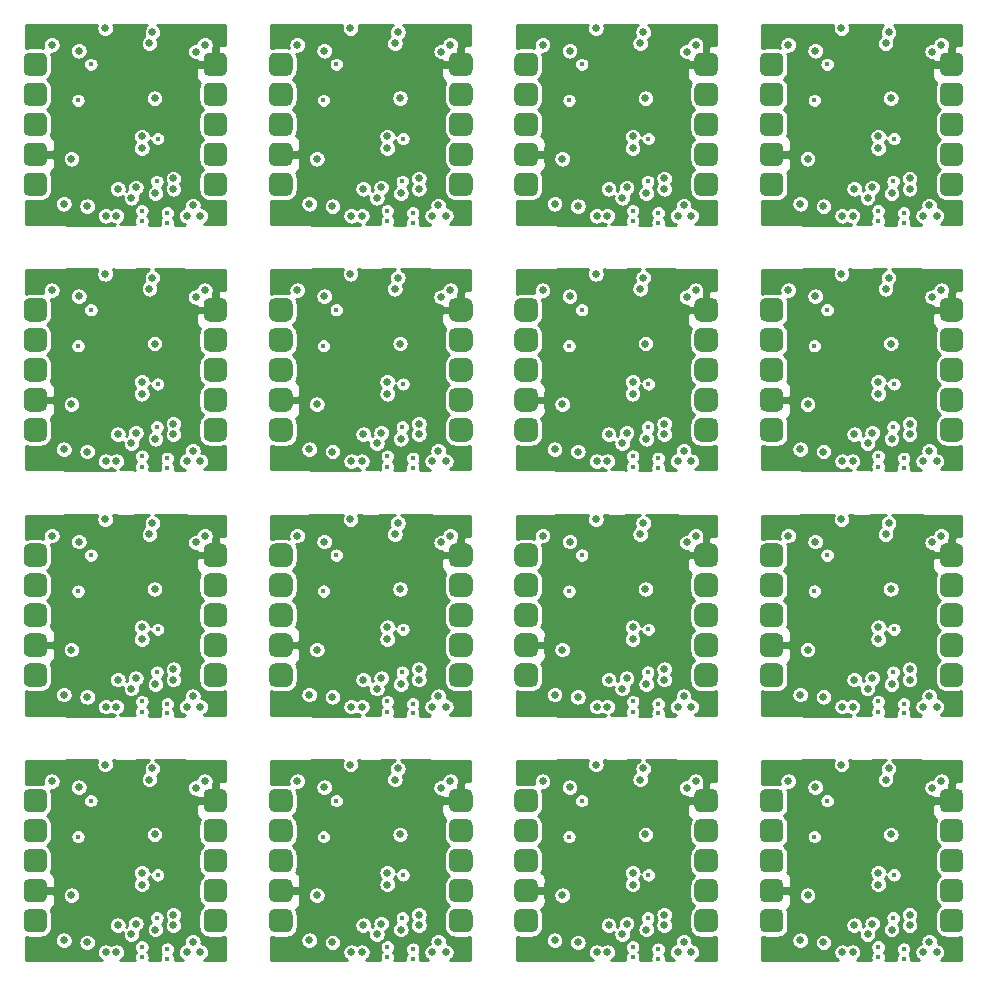
<source format=gbr>
%TF.GenerationSoftware,KiCad,Pcbnew,5.1.8*%
%TF.CreationDate,2020-11-30T19:23:35+01:00*%
%TF.ProjectId,panel2,70616e65-6c32-42e6-9b69-6361645f7063,rev?*%
%TF.SameCoordinates,Original*%
%TF.FileFunction,Copper,L4,Bot*%
%TF.FilePolarity,Positive*%
%FSLAX46Y46*%
G04 Gerber Fmt 4.6, Leading zero omitted, Abs format (unit mm)*
G04 Created by KiCad (PCBNEW 5.1.8) date 2020-11-30 19:23:35*
%MOMM*%
%LPD*%
G01*
G04 APERTURE LIST*
%TA.AperFunction,ViaPad*%
%ADD10C,0.635000*%
%TD*%
%TA.AperFunction,ViaPad*%
%ADD11C,0.450000*%
%TD*%
%TA.AperFunction,Conductor*%
%ADD12C,0.254000*%
%TD*%
%TA.AperFunction,Conductor*%
%ADD13C,0.150000*%
%TD*%
G04 APERTURE END LIST*
%TO.P,TP1,1*%
%TO.N,Board_16-/-BATT_RAW*%
%TA.AperFunction,ComponentPad*%
G36*
G01*
X112610016Y-116650016D02*
X112610016Y-115650016D01*
G75*
G02*
X113110016Y-115150016I500000J0D01*
G01*
X114110016Y-115150016D01*
G75*
G02*
X114610016Y-115650016I0J-500000D01*
G01*
X114610016Y-116650016D01*
G75*
G02*
X114110016Y-117150016I-500000J0D01*
G01*
X113110016Y-117150016D01*
G75*
G02*
X112610016Y-116650016I0J500000D01*
G01*
G37*
%TD.AperFunction*%
%TD*%
%TO.P,TP2,1*%
%TO.N,Board_16-/+BATT*%
%TA.AperFunction,ComponentPad*%
G36*
G01*
X112610016Y-119190016D02*
X112610016Y-118190016D01*
G75*
G02*
X113110016Y-117690016I500000J0D01*
G01*
X114110016Y-117690016D01*
G75*
G02*
X114610016Y-118190016I0J-500000D01*
G01*
X114610016Y-119190016D01*
G75*
G02*
X114110016Y-119690016I-500000J0D01*
G01*
X113110016Y-119690016D01*
G75*
G02*
X112610016Y-119190016I0J500000D01*
G01*
G37*
%TD.AperFunction*%
%TD*%
%TO.P,TP3,1*%
%TO.N,Board_16-GND*%
%TA.AperFunction,ComponentPad*%
G36*
G01*
X112610016Y-124270016D02*
X112610016Y-123270016D01*
G75*
G02*
X113110016Y-122770016I500000J0D01*
G01*
X114110016Y-122770016D01*
G75*
G02*
X114610016Y-123270016I0J-500000D01*
G01*
X114610016Y-124270016D01*
G75*
G02*
X114110016Y-124770016I-500000J0D01*
G01*
X113110016Y-124770016D01*
G75*
G02*
X112610016Y-124270016I0J500000D01*
G01*
G37*
%TD.AperFunction*%
%TD*%
%TO.P,TP4,1*%
%TO.N,Board_16-/+CHARGE*%
%TA.AperFunction,ComponentPad*%
G36*
G01*
X112610016Y-126810016D02*
X112610016Y-125810016D01*
G75*
G02*
X113110016Y-125310016I500000J0D01*
G01*
X114110016Y-125310016D01*
G75*
G02*
X114610016Y-125810016I0J-500000D01*
G01*
X114610016Y-126810016D01*
G75*
G02*
X114110016Y-127310016I-500000J0D01*
G01*
X113110016Y-127310016D01*
G75*
G02*
X112610016Y-126810016I0J500000D01*
G01*
G37*
%TD.AperFunction*%
%TD*%
%TO.P,TP5,1*%
%TO.N,Board_16-/3v3_EN*%
%TA.AperFunction,ComponentPad*%
G36*
G01*
X112610016Y-121730016D02*
X112610016Y-120730016D01*
G75*
G02*
X113110016Y-120230016I500000J0D01*
G01*
X114110016Y-120230016D01*
G75*
G02*
X114610016Y-120730016I0J-500000D01*
G01*
X114610016Y-121730016D01*
G75*
G02*
X114110016Y-122230016I-500000J0D01*
G01*
X113110016Y-122230016D01*
G75*
G02*
X112610016Y-121730016I0J500000D01*
G01*
G37*
%TD.AperFunction*%
%TD*%
%TO.P,TP6,1*%
%TO.N,Board_16-/VMAX*%
%TA.AperFunction,ComponentPad*%
G36*
G01*
X127850016Y-126810016D02*
X127850016Y-125810016D01*
G75*
G02*
X128350016Y-125310016I500000J0D01*
G01*
X129350016Y-125310016D01*
G75*
G02*
X129850016Y-125810016I0J-500000D01*
G01*
X129850016Y-126810016D01*
G75*
G02*
X129350016Y-127310016I-500000J0D01*
G01*
X128350016Y-127310016D01*
G75*
G02*
X127850016Y-126810016I0J500000D01*
G01*
G37*
%TD.AperFunction*%
%TD*%
%TO.P,TP7,1*%
%TO.N,Board_16-/+BATT*%
%TA.AperFunction,ComponentPad*%
G36*
G01*
X127850016Y-119190016D02*
X127850016Y-118190016D01*
G75*
G02*
X128350016Y-117690016I500000J0D01*
G01*
X129350016Y-117690016D01*
G75*
G02*
X129850016Y-118190016I0J-500000D01*
G01*
X129850016Y-119190016D01*
G75*
G02*
X129350016Y-119690016I-500000J0D01*
G01*
X128350016Y-119690016D01*
G75*
G02*
X127850016Y-119190016I0J500000D01*
G01*
G37*
%TD.AperFunction*%
%TD*%
%TO.P,TP8,1*%
%TO.N,Board_16-/+3v3*%
%TA.AperFunction,ComponentPad*%
G36*
G01*
X127850016Y-121730016D02*
X127850016Y-120730016D01*
G75*
G02*
X128350016Y-120230016I500000J0D01*
G01*
X129350016Y-120230016D01*
G75*
G02*
X129850016Y-120730016I0J-500000D01*
G01*
X129850016Y-121730016D01*
G75*
G02*
X129350016Y-122230016I-500000J0D01*
G01*
X128350016Y-122230016D01*
G75*
G02*
X127850016Y-121730016I0J500000D01*
G01*
G37*
%TD.AperFunction*%
%TD*%
%TO.P,TP9,1*%
%TO.N,Board_16-/STAT*%
%TA.AperFunction,ComponentPad*%
G36*
G01*
X127850016Y-124270016D02*
X127850016Y-123270016D01*
G75*
G02*
X128350016Y-122770016I500000J0D01*
G01*
X129350016Y-122770016D01*
G75*
G02*
X129850016Y-123270016I0J-500000D01*
G01*
X129850016Y-124270016D01*
G75*
G02*
X129350016Y-124770016I-500000J0D01*
G01*
X128350016Y-124770016D01*
G75*
G02*
X127850016Y-124270016I0J500000D01*
G01*
G37*
%TD.AperFunction*%
%TD*%
%TO.P,TP10,1*%
%TO.N,Board_16-GND*%
%TA.AperFunction,ComponentPad*%
G36*
G01*
X127850016Y-116650016D02*
X127850016Y-115650016D01*
G75*
G02*
X128350016Y-115150016I500000J0D01*
G01*
X129350016Y-115150016D01*
G75*
G02*
X129850016Y-115650016I0J-500000D01*
G01*
X129850016Y-116650016D01*
G75*
G02*
X129350016Y-117150016I-500000J0D01*
G01*
X128350016Y-117150016D01*
G75*
G02*
X127850016Y-116650016I0J500000D01*
G01*
G37*
%TD.AperFunction*%
%TD*%
%TO.P,TP1,1*%
%TO.N,Board_15-/-BATT_RAW*%
%TA.AperFunction,ComponentPad*%
G36*
G01*
X91830011Y-116650016D02*
X91830011Y-115650016D01*
G75*
G02*
X92330011Y-115150016I500000J0D01*
G01*
X93330011Y-115150016D01*
G75*
G02*
X93830011Y-115650016I0J-500000D01*
G01*
X93830011Y-116650016D01*
G75*
G02*
X93330011Y-117150016I-500000J0D01*
G01*
X92330011Y-117150016D01*
G75*
G02*
X91830011Y-116650016I0J500000D01*
G01*
G37*
%TD.AperFunction*%
%TD*%
%TO.P,TP2,1*%
%TO.N,Board_15-/+BATT*%
%TA.AperFunction,ComponentPad*%
G36*
G01*
X91830011Y-119190016D02*
X91830011Y-118190016D01*
G75*
G02*
X92330011Y-117690016I500000J0D01*
G01*
X93330011Y-117690016D01*
G75*
G02*
X93830011Y-118190016I0J-500000D01*
G01*
X93830011Y-119190016D01*
G75*
G02*
X93330011Y-119690016I-500000J0D01*
G01*
X92330011Y-119690016D01*
G75*
G02*
X91830011Y-119190016I0J500000D01*
G01*
G37*
%TD.AperFunction*%
%TD*%
%TO.P,TP3,1*%
%TO.N,Board_15-GND*%
%TA.AperFunction,ComponentPad*%
G36*
G01*
X91830011Y-124270016D02*
X91830011Y-123270016D01*
G75*
G02*
X92330011Y-122770016I500000J0D01*
G01*
X93330011Y-122770016D01*
G75*
G02*
X93830011Y-123270016I0J-500000D01*
G01*
X93830011Y-124270016D01*
G75*
G02*
X93330011Y-124770016I-500000J0D01*
G01*
X92330011Y-124770016D01*
G75*
G02*
X91830011Y-124270016I0J500000D01*
G01*
G37*
%TD.AperFunction*%
%TD*%
%TO.P,TP4,1*%
%TO.N,Board_15-/+CHARGE*%
%TA.AperFunction,ComponentPad*%
G36*
G01*
X91830011Y-126810016D02*
X91830011Y-125810016D01*
G75*
G02*
X92330011Y-125310016I500000J0D01*
G01*
X93330011Y-125310016D01*
G75*
G02*
X93830011Y-125810016I0J-500000D01*
G01*
X93830011Y-126810016D01*
G75*
G02*
X93330011Y-127310016I-500000J0D01*
G01*
X92330011Y-127310016D01*
G75*
G02*
X91830011Y-126810016I0J500000D01*
G01*
G37*
%TD.AperFunction*%
%TD*%
%TO.P,TP5,1*%
%TO.N,Board_15-/3v3_EN*%
%TA.AperFunction,ComponentPad*%
G36*
G01*
X91830011Y-121730016D02*
X91830011Y-120730016D01*
G75*
G02*
X92330011Y-120230016I500000J0D01*
G01*
X93330011Y-120230016D01*
G75*
G02*
X93830011Y-120730016I0J-500000D01*
G01*
X93830011Y-121730016D01*
G75*
G02*
X93330011Y-122230016I-500000J0D01*
G01*
X92330011Y-122230016D01*
G75*
G02*
X91830011Y-121730016I0J500000D01*
G01*
G37*
%TD.AperFunction*%
%TD*%
%TO.P,TP6,1*%
%TO.N,Board_15-/VMAX*%
%TA.AperFunction,ComponentPad*%
G36*
G01*
X107070011Y-126810016D02*
X107070011Y-125810016D01*
G75*
G02*
X107570011Y-125310016I500000J0D01*
G01*
X108570011Y-125310016D01*
G75*
G02*
X109070011Y-125810016I0J-500000D01*
G01*
X109070011Y-126810016D01*
G75*
G02*
X108570011Y-127310016I-500000J0D01*
G01*
X107570011Y-127310016D01*
G75*
G02*
X107070011Y-126810016I0J500000D01*
G01*
G37*
%TD.AperFunction*%
%TD*%
%TO.P,TP7,1*%
%TO.N,Board_15-/+BATT*%
%TA.AperFunction,ComponentPad*%
G36*
G01*
X107070011Y-119190016D02*
X107070011Y-118190016D01*
G75*
G02*
X107570011Y-117690016I500000J0D01*
G01*
X108570011Y-117690016D01*
G75*
G02*
X109070011Y-118190016I0J-500000D01*
G01*
X109070011Y-119190016D01*
G75*
G02*
X108570011Y-119690016I-500000J0D01*
G01*
X107570011Y-119690016D01*
G75*
G02*
X107070011Y-119190016I0J500000D01*
G01*
G37*
%TD.AperFunction*%
%TD*%
%TO.P,TP8,1*%
%TO.N,Board_15-/+3v3*%
%TA.AperFunction,ComponentPad*%
G36*
G01*
X107070011Y-121730016D02*
X107070011Y-120730016D01*
G75*
G02*
X107570011Y-120230016I500000J0D01*
G01*
X108570011Y-120230016D01*
G75*
G02*
X109070011Y-120730016I0J-500000D01*
G01*
X109070011Y-121730016D01*
G75*
G02*
X108570011Y-122230016I-500000J0D01*
G01*
X107570011Y-122230016D01*
G75*
G02*
X107070011Y-121730016I0J500000D01*
G01*
G37*
%TD.AperFunction*%
%TD*%
%TO.P,TP9,1*%
%TO.N,Board_15-/STAT*%
%TA.AperFunction,ComponentPad*%
G36*
G01*
X107070011Y-124270016D02*
X107070011Y-123270016D01*
G75*
G02*
X107570011Y-122770016I500000J0D01*
G01*
X108570011Y-122770016D01*
G75*
G02*
X109070011Y-123270016I0J-500000D01*
G01*
X109070011Y-124270016D01*
G75*
G02*
X108570011Y-124770016I-500000J0D01*
G01*
X107570011Y-124770016D01*
G75*
G02*
X107070011Y-124270016I0J500000D01*
G01*
G37*
%TD.AperFunction*%
%TD*%
%TO.P,TP10,1*%
%TO.N,Board_15-GND*%
%TA.AperFunction,ComponentPad*%
G36*
G01*
X107070011Y-116650016D02*
X107070011Y-115650016D01*
G75*
G02*
X107570011Y-115150016I500000J0D01*
G01*
X108570011Y-115150016D01*
G75*
G02*
X109070011Y-115650016I0J-500000D01*
G01*
X109070011Y-116650016D01*
G75*
G02*
X108570011Y-117150016I-500000J0D01*
G01*
X107570011Y-117150016D01*
G75*
G02*
X107070011Y-116650016I0J500000D01*
G01*
G37*
%TD.AperFunction*%
%TD*%
%TO.P,TP1,1*%
%TO.N,Board_14-/-BATT_RAW*%
%TA.AperFunction,ComponentPad*%
G36*
G01*
X71050006Y-116650016D02*
X71050006Y-115650016D01*
G75*
G02*
X71550006Y-115150016I500000J0D01*
G01*
X72550006Y-115150016D01*
G75*
G02*
X73050006Y-115650016I0J-500000D01*
G01*
X73050006Y-116650016D01*
G75*
G02*
X72550006Y-117150016I-500000J0D01*
G01*
X71550006Y-117150016D01*
G75*
G02*
X71050006Y-116650016I0J500000D01*
G01*
G37*
%TD.AperFunction*%
%TD*%
%TO.P,TP2,1*%
%TO.N,Board_14-/+BATT*%
%TA.AperFunction,ComponentPad*%
G36*
G01*
X71050006Y-119190016D02*
X71050006Y-118190016D01*
G75*
G02*
X71550006Y-117690016I500000J0D01*
G01*
X72550006Y-117690016D01*
G75*
G02*
X73050006Y-118190016I0J-500000D01*
G01*
X73050006Y-119190016D01*
G75*
G02*
X72550006Y-119690016I-500000J0D01*
G01*
X71550006Y-119690016D01*
G75*
G02*
X71050006Y-119190016I0J500000D01*
G01*
G37*
%TD.AperFunction*%
%TD*%
%TO.P,TP3,1*%
%TO.N,Board_14-GND*%
%TA.AperFunction,ComponentPad*%
G36*
G01*
X71050006Y-124270016D02*
X71050006Y-123270016D01*
G75*
G02*
X71550006Y-122770016I500000J0D01*
G01*
X72550006Y-122770016D01*
G75*
G02*
X73050006Y-123270016I0J-500000D01*
G01*
X73050006Y-124270016D01*
G75*
G02*
X72550006Y-124770016I-500000J0D01*
G01*
X71550006Y-124770016D01*
G75*
G02*
X71050006Y-124270016I0J500000D01*
G01*
G37*
%TD.AperFunction*%
%TD*%
%TO.P,TP4,1*%
%TO.N,Board_14-/+CHARGE*%
%TA.AperFunction,ComponentPad*%
G36*
G01*
X71050006Y-126810016D02*
X71050006Y-125810016D01*
G75*
G02*
X71550006Y-125310016I500000J0D01*
G01*
X72550006Y-125310016D01*
G75*
G02*
X73050006Y-125810016I0J-500000D01*
G01*
X73050006Y-126810016D01*
G75*
G02*
X72550006Y-127310016I-500000J0D01*
G01*
X71550006Y-127310016D01*
G75*
G02*
X71050006Y-126810016I0J500000D01*
G01*
G37*
%TD.AperFunction*%
%TD*%
%TO.P,TP5,1*%
%TO.N,Board_14-/3v3_EN*%
%TA.AperFunction,ComponentPad*%
G36*
G01*
X71050006Y-121730016D02*
X71050006Y-120730016D01*
G75*
G02*
X71550006Y-120230016I500000J0D01*
G01*
X72550006Y-120230016D01*
G75*
G02*
X73050006Y-120730016I0J-500000D01*
G01*
X73050006Y-121730016D01*
G75*
G02*
X72550006Y-122230016I-500000J0D01*
G01*
X71550006Y-122230016D01*
G75*
G02*
X71050006Y-121730016I0J500000D01*
G01*
G37*
%TD.AperFunction*%
%TD*%
%TO.P,TP6,1*%
%TO.N,Board_14-/VMAX*%
%TA.AperFunction,ComponentPad*%
G36*
G01*
X86290006Y-126810016D02*
X86290006Y-125810016D01*
G75*
G02*
X86790006Y-125310016I500000J0D01*
G01*
X87790006Y-125310016D01*
G75*
G02*
X88290006Y-125810016I0J-500000D01*
G01*
X88290006Y-126810016D01*
G75*
G02*
X87790006Y-127310016I-500000J0D01*
G01*
X86790006Y-127310016D01*
G75*
G02*
X86290006Y-126810016I0J500000D01*
G01*
G37*
%TD.AperFunction*%
%TD*%
%TO.P,TP7,1*%
%TO.N,Board_14-/+BATT*%
%TA.AperFunction,ComponentPad*%
G36*
G01*
X86290006Y-119190016D02*
X86290006Y-118190016D01*
G75*
G02*
X86790006Y-117690016I500000J0D01*
G01*
X87790006Y-117690016D01*
G75*
G02*
X88290006Y-118190016I0J-500000D01*
G01*
X88290006Y-119190016D01*
G75*
G02*
X87790006Y-119690016I-500000J0D01*
G01*
X86790006Y-119690016D01*
G75*
G02*
X86290006Y-119190016I0J500000D01*
G01*
G37*
%TD.AperFunction*%
%TD*%
%TO.P,TP8,1*%
%TO.N,Board_14-/+3v3*%
%TA.AperFunction,ComponentPad*%
G36*
G01*
X86290006Y-121730016D02*
X86290006Y-120730016D01*
G75*
G02*
X86790006Y-120230016I500000J0D01*
G01*
X87790006Y-120230016D01*
G75*
G02*
X88290006Y-120730016I0J-500000D01*
G01*
X88290006Y-121730016D01*
G75*
G02*
X87790006Y-122230016I-500000J0D01*
G01*
X86790006Y-122230016D01*
G75*
G02*
X86290006Y-121730016I0J500000D01*
G01*
G37*
%TD.AperFunction*%
%TD*%
%TO.P,TP9,1*%
%TO.N,Board_14-/STAT*%
%TA.AperFunction,ComponentPad*%
G36*
G01*
X86290006Y-124270016D02*
X86290006Y-123270016D01*
G75*
G02*
X86790006Y-122770016I500000J0D01*
G01*
X87790006Y-122770016D01*
G75*
G02*
X88290006Y-123270016I0J-500000D01*
G01*
X88290006Y-124270016D01*
G75*
G02*
X87790006Y-124770016I-500000J0D01*
G01*
X86790006Y-124770016D01*
G75*
G02*
X86290006Y-124270016I0J500000D01*
G01*
G37*
%TD.AperFunction*%
%TD*%
%TO.P,TP10,1*%
%TO.N,Board_14-GND*%
%TA.AperFunction,ComponentPad*%
G36*
G01*
X86290006Y-116650016D02*
X86290006Y-115650016D01*
G75*
G02*
X86790006Y-115150016I500000J0D01*
G01*
X87790006Y-115150016D01*
G75*
G02*
X88290006Y-115650016I0J-500000D01*
G01*
X88290006Y-116650016D01*
G75*
G02*
X87790006Y-117150016I-500000J0D01*
G01*
X86790006Y-117150016D01*
G75*
G02*
X86290006Y-116650016I0J500000D01*
G01*
G37*
%TD.AperFunction*%
%TD*%
%TO.P,TP1,1*%
%TO.N,Board_13-/-BATT_RAW*%
%TA.AperFunction,ComponentPad*%
G36*
G01*
X50270001Y-116650016D02*
X50270001Y-115650016D01*
G75*
G02*
X50770001Y-115150016I500000J0D01*
G01*
X51770001Y-115150016D01*
G75*
G02*
X52270001Y-115650016I0J-500000D01*
G01*
X52270001Y-116650016D01*
G75*
G02*
X51770001Y-117150016I-500000J0D01*
G01*
X50770001Y-117150016D01*
G75*
G02*
X50270001Y-116650016I0J500000D01*
G01*
G37*
%TD.AperFunction*%
%TD*%
%TO.P,TP2,1*%
%TO.N,Board_13-/+BATT*%
%TA.AperFunction,ComponentPad*%
G36*
G01*
X50270001Y-119190016D02*
X50270001Y-118190016D01*
G75*
G02*
X50770001Y-117690016I500000J0D01*
G01*
X51770001Y-117690016D01*
G75*
G02*
X52270001Y-118190016I0J-500000D01*
G01*
X52270001Y-119190016D01*
G75*
G02*
X51770001Y-119690016I-500000J0D01*
G01*
X50770001Y-119690016D01*
G75*
G02*
X50270001Y-119190016I0J500000D01*
G01*
G37*
%TD.AperFunction*%
%TD*%
%TO.P,TP3,1*%
%TO.N,Board_13-GND*%
%TA.AperFunction,ComponentPad*%
G36*
G01*
X50270001Y-124270016D02*
X50270001Y-123270016D01*
G75*
G02*
X50770001Y-122770016I500000J0D01*
G01*
X51770001Y-122770016D01*
G75*
G02*
X52270001Y-123270016I0J-500000D01*
G01*
X52270001Y-124270016D01*
G75*
G02*
X51770001Y-124770016I-500000J0D01*
G01*
X50770001Y-124770016D01*
G75*
G02*
X50270001Y-124270016I0J500000D01*
G01*
G37*
%TD.AperFunction*%
%TD*%
%TO.P,TP4,1*%
%TO.N,Board_13-/+CHARGE*%
%TA.AperFunction,ComponentPad*%
G36*
G01*
X50270001Y-126810016D02*
X50270001Y-125810016D01*
G75*
G02*
X50770001Y-125310016I500000J0D01*
G01*
X51770001Y-125310016D01*
G75*
G02*
X52270001Y-125810016I0J-500000D01*
G01*
X52270001Y-126810016D01*
G75*
G02*
X51770001Y-127310016I-500000J0D01*
G01*
X50770001Y-127310016D01*
G75*
G02*
X50270001Y-126810016I0J500000D01*
G01*
G37*
%TD.AperFunction*%
%TD*%
%TO.P,TP5,1*%
%TO.N,Board_13-/3v3_EN*%
%TA.AperFunction,ComponentPad*%
G36*
G01*
X50270001Y-121730016D02*
X50270001Y-120730016D01*
G75*
G02*
X50770001Y-120230016I500000J0D01*
G01*
X51770001Y-120230016D01*
G75*
G02*
X52270001Y-120730016I0J-500000D01*
G01*
X52270001Y-121730016D01*
G75*
G02*
X51770001Y-122230016I-500000J0D01*
G01*
X50770001Y-122230016D01*
G75*
G02*
X50270001Y-121730016I0J500000D01*
G01*
G37*
%TD.AperFunction*%
%TD*%
%TO.P,TP6,1*%
%TO.N,Board_13-/VMAX*%
%TA.AperFunction,ComponentPad*%
G36*
G01*
X65510001Y-126810016D02*
X65510001Y-125810016D01*
G75*
G02*
X66010001Y-125310016I500000J0D01*
G01*
X67010001Y-125310016D01*
G75*
G02*
X67510001Y-125810016I0J-500000D01*
G01*
X67510001Y-126810016D01*
G75*
G02*
X67010001Y-127310016I-500000J0D01*
G01*
X66010001Y-127310016D01*
G75*
G02*
X65510001Y-126810016I0J500000D01*
G01*
G37*
%TD.AperFunction*%
%TD*%
%TO.P,TP7,1*%
%TO.N,Board_13-/+BATT*%
%TA.AperFunction,ComponentPad*%
G36*
G01*
X65510001Y-119190016D02*
X65510001Y-118190016D01*
G75*
G02*
X66010001Y-117690016I500000J0D01*
G01*
X67010001Y-117690016D01*
G75*
G02*
X67510001Y-118190016I0J-500000D01*
G01*
X67510001Y-119190016D01*
G75*
G02*
X67010001Y-119690016I-500000J0D01*
G01*
X66010001Y-119690016D01*
G75*
G02*
X65510001Y-119190016I0J500000D01*
G01*
G37*
%TD.AperFunction*%
%TD*%
%TO.P,TP8,1*%
%TO.N,Board_13-/+3v3*%
%TA.AperFunction,ComponentPad*%
G36*
G01*
X65510001Y-121730016D02*
X65510001Y-120730016D01*
G75*
G02*
X66010001Y-120230016I500000J0D01*
G01*
X67010001Y-120230016D01*
G75*
G02*
X67510001Y-120730016I0J-500000D01*
G01*
X67510001Y-121730016D01*
G75*
G02*
X67010001Y-122230016I-500000J0D01*
G01*
X66010001Y-122230016D01*
G75*
G02*
X65510001Y-121730016I0J500000D01*
G01*
G37*
%TD.AperFunction*%
%TD*%
%TO.P,TP9,1*%
%TO.N,Board_13-/STAT*%
%TA.AperFunction,ComponentPad*%
G36*
G01*
X65510001Y-124270016D02*
X65510001Y-123270016D01*
G75*
G02*
X66010001Y-122770016I500000J0D01*
G01*
X67010001Y-122770016D01*
G75*
G02*
X67510001Y-123270016I0J-500000D01*
G01*
X67510001Y-124270016D01*
G75*
G02*
X67010001Y-124770016I-500000J0D01*
G01*
X66010001Y-124770016D01*
G75*
G02*
X65510001Y-124270016I0J500000D01*
G01*
G37*
%TD.AperFunction*%
%TD*%
%TO.P,TP10,1*%
%TO.N,Board_13-GND*%
%TA.AperFunction,ComponentPad*%
G36*
G01*
X65510001Y-116650016D02*
X65510001Y-115650016D01*
G75*
G02*
X66010001Y-115150016I500000J0D01*
G01*
X67010001Y-115150016D01*
G75*
G02*
X67510001Y-115650016I0J-500000D01*
G01*
X67510001Y-116650016D01*
G75*
G02*
X67010001Y-117150016I-500000J0D01*
G01*
X66010001Y-117150016D01*
G75*
G02*
X65510001Y-116650016I0J500000D01*
G01*
G37*
%TD.AperFunction*%
%TD*%
%TO.P,TP1,1*%
%TO.N,Board_12-/-BATT_RAW*%
%TA.AperFunction,ComponentPad*%
G36*
G01*
X112610016Y-95870011D02*
X112610016Y-94870011D01*
G75*
G02*
X113110016Y-94370011I500000J0D01*
G01*
X114110016Y-94370011D01*
G75*
G02*
X114610016Y-94870011I0J-500000D01*
G01*
X114610016Y-95870011D01*
G75*
G02*
X114110016Y-96370011I-500000J0D01*
G01*
X113110016Y-96370011D01*
G75*
G02*
X112610016Y-95870011I0J500000D01*
G01*
G37*
%TD.AperFunction*%
%TD*%
%TO.P,TP2,1*%
%TO.N,Board_12-/+BATT*%
%TA.AperFunction,ComponentPad*%
G36*
G01*
X112610016Y-98410011D02*
X112610016Y-97410011D01*
G75*
G02*
X113110016Y-96910011I500000J0D01*
G01*
X114110016Y-96910011D01*
G75*
G02*
X114610016Y-97410011I0J-500000D01*
G01*
X114610016Y-98410011D01*
G75*
G02*
X114110016Y-98910011I-500000J0D01*
G01*
X113110016Y-98910011D01*
G75*
G02*
X112610016Y-98410011I0J500000D01*
G01*
G37*
%TD.AperFunction*%
%TD*%
%TO.P,TP3,1*%
%TO.N,Board_12-GND*%
%TA.AperFunction,ComponentPad*%
G36*
G01*
X112610016Y-103490011D02*
X112610016Y-102490011D01*
G75*
G02*
X113110016Y-101990011I500000J0D01*
G01*
X114110016Y-101990011D01*
G75*
G02*
X114610016Y-102490011I0J-500000D01*
G01*
X114610016Y-103490011D01*
G75*
G02*
X114110016Y-103990011I-500000J0D01*
G01*
X113110016Y-103990011D01*
G75*
G02*
X112610016Y-103490011I0J500000D01*
G01*
G37*
%TD.AperFunction*%
%TD*%
%TO.P,TP4,1*%
%TO.N,Board_12-/+CHARGE*%
%TA.AperFunction,ComponentPad*%
G36*
G01*
X112610016Y-106030011D02*
X112610016Y-105030011D01*
G75*
G02*
X113110016Y-104530011I500000J0D01*
G01*
X114110016Y-104530011D01*
G75*
G02*
X114610016Y-105030011I0J-500000D01*
G01*
X114610016Y-106030011D01*
G75*
G02*
X114110016Y-106530011I-500000J0D01*
G01*
X113110016Y-106530011D01*
G75*
G02*
X112610016Y-106030011I0J500000D01*
G01*
G37*
%TD.AperFunction*%
%TD*%
%TO.P,TP5,1*%
%TO.N,Board_12-/3v3_EN*%
%TA.AperFunction,ComponentPad*%
G36*
G01*
X112610016Y-100950011D02*
X112610016Y-99950011D01*
G75*
G02*
X113110016Y-99450011I500000J0D01*
G01*
X114110016Y-99450011D01*
G75*
G02*
X114610016Y-99950011I0J-500000D01*
G01*
X114610016Y-100950011D01*
G75*
G02*
X114110016Y-101450011I-500000J0D01*
G01*
X113110016Y-101450011D01*
G75*
G02*
X112610016Y-100950011I0J500000D01*
G01*
G37*
%TD.AperFunction*%
%TD*%
%TO.P,TP6,1*%
%TO.N,Board_12-/VMAX*%
%TA.AperFunction,ComponentPad*%
G36*
G01*
X127850016Y-106030011D02*
X127850016Y-105030011D01*
G75*
G02*
X128350016Y-104530011I500000J0D01*
G01*
X129350016Y-104530011D01*
G75*
G02*
X129850016Y-105030011I0J-500000D01*
G01*
X129850016Y-106030011D01*
G75*
G02*
X129350016Y-106530011I-500000J0D01*
G01*
X128350016Y-106530011D01*
G75*
G02*
X127850016Y-106030011I0J500000D01*
G01*
G37*
%TD.AperFunction*%
%TD*%
%TO.P,TP7,1*%
%TO.N,Board_12-/+BATT*%
%TA.AperFunction,ComponentPad*%
G36*
G01*
X127850016Y-98410011D02*
X127850016Y-97410011D01*
G75*
G02*
X128350016Y-96910011I500000J0D01*
G01*
X129350016Y-96910011D01*
G75*
G02*
X129850016Y-97410011I0J-500000D01*
G01*
X129850016Y-98410011D01*
G75*
G02*
X129350016Y-98910011I-500000J0D01*
G01*
X128350016Y-98910011D01*
G75*
G02*
X127850016Y-98410011I0J500000D01*
G01*
G37*
%TD.AperFunction*%
%TD*%
%TO.P,TP8,1*%
%TO.N,Board_12-/+3v3*%
%TA.AperFunction,ComponentPad*%
G36*
G01*
X127850016Y-100950011D02*
X127850016Y-99950011D01*
G75*
G02*
X128350016Y-99450011I500000J0D01*
G01*
X129350016Y-99450011D01*
G75*
G02*
X129850016Y-99950011I0J-500000D01*
G01*
X129850016Y-100950011D01*
G75*
G02*
X129350016Y-101450011I-500000J0D01*
G01*
X128350016Y-101450011D01*
G75*
G02*
X127850016Y-100950011I0J500000D01*
G01*
G37*
%TD.AperFunction*%
%TD*%
%TO.P,TP9,1*%
%TO.N,Board_12-/STAT*%
%TA.AperFunction,ComponentPad*%
G36*
G01*
X127850016Y-103490011D02*
X127850016Y-102490011D01*
G75*
G02*
X128350016Y-101990011I500000J0D01*
G01*
X129350016Y-101990011D01*
G75*
G02*
X129850016Y-102490011I0J-500000D01*
G01*
X129850016Y-103490011D01*
G75*
G02*
X129350016Y-103990011I-500000J0D01*
G01*
X128350016Y-103990011D01*
G75*
G02*
X127850016Y-103490011I0J500000D01*
G01*
G37*
%TD.AperFunction*%
%TD*%
%TO.P,TP10,1*%
%TO.N,Board_12-GND*%
%TA.AperFunction,ComponentPad*%
G36*
G01*
X127850016Y-95870011D02*
X127850016Y-94870011D01*
G75*
G02*
X128350016Y-94370011I500000J0D01*
G01*
X129350016Y-94370011D01*
G75*
G02*
X129850016Y-94870011I0J-500000D01*
G01*
X129850016Y-95870011D01*
G75*
G02*
X129350016Y-96370011I-500000J0D01*
G01*
X128350016Y-96370011D01*
G75*
G02*
X127850016Y-95870011I0J500000D01*
G01*
G37*
%TD.AperFunction*%
%TD*%
%TO.P,TP1,1*%
%TO.N,Board_11-/-BATT_RAW*%
%TA.AperFunction,ComponentPad*%
G36*
G01*
X91830011Y-95870011D02*
X91830011Y-94870011D01*
G75*
G02*
X92330011Y-94370011I500000J0D01*
G01*
X93330011Y-94370011D01*
G75*
G02*
X93830011Y-94870011I0J-500000D01*
G01*
X93830011Y-95870011D01*
G75*
G02*
X93330011Y-96370011I-500000J0D01*
G01*
X92330011Y-96370011D01*
G75*
G02*
X91830011Y-95870011I0J500000D01*
G01*
G37*
%TD.AperFunction*%
%TD*%
%TO.P,TP2,1*%
%TO.N,Board_11-/+BATT*%
%TA.AperFunction,ComponentPad*%
G36*
G01*
X91830011Y-98410011D02*
X91830011Y-97410011D01*
G75*
G02*
X92330011Y-96910011I500000J0D01*
G01*
X93330011Y-96910011D01*
G75*
G02*
X93830011Y-97410011I0J-500000D01*
G01*
X93830011Y-98410011D01*
G75*
G02*
X93330011Y-98910011I-500000J0D01*
G01*
X92330011Y-98910011D01*
G75*
G02*
X91830011Y-98410011I0J500000D01*
G01*
G37*
%TD.AperFunction*%
%TD*%
%TO.P,TP3,1*%
%TO.N,Board_11-GND*%
%TA.AperFunction,ComponentPad*%
G36*
G01*
X91830011Y-103490011D02*
X91830011Y-102490011D01*
G75*
G02*
X92330011Y-101990011I500000J0D01*
G01*
X93330011Y-101990011D01*
G75*
G02*
X93830011Y-102490011I0J-500000D01*
G01*
X93830011Y-103490011D01*
G75*
G02*
X93330011Y-103990011I-500000J0D01*
G01*
X92330011Y-103990011D01*
G75*
G02*
X91830011Y-103490011I0J500000D01*
G01*
G37*
%TD.AperFunction*%
%TD*%
%TO.P,TP4,1*%
%TO.N,Board_11-/+CHARGE*%
%TA.AperFunction,ComponentPad*%
G36*
G01*
X91830011Y-106030011D02*
X91830011Y-105030011D01*
G75*
G02*
X92330011Y-104530011I500000J0D01*
G01*
X93330011Y-104530011D01*
G75*
G02*
X93830011Y-105030011I0J-500000D01*
G01*
X93830011Y-106030011D01*
G75*
G02*
X93330011Y-106530011I-500000J0D01*
G01*
X92330011Y-106530011D01*
G75*
G02*
X91830011Y-106030011I0J500000D01*
G01*
G37*
%TD.AperFunction*%
%TD*%
%TO.P,TP5,1*%
%TO.N,Board_11-/3v3_EN*%
%TA.AperFunction,ComponentPad*%
G36*
G01*
X91830011Y-100950011D02*
X91830011Y-99950011D01*
G75*
G02*
X92330011Y-99450011I500000J0D01*
G01*
X93330011Y-99450011D01*
G75*
G02*
X93830011Y-99950011I0J-500000D01*
G01*
X93830011Y-100950011D01*
G75*
G02*
X93330011Y-101450011I-500000J0D01*
G01*
X92330011Y-101450011D01*
G75*
G02*
X91830011Y-100950011I0J500000D01*
G01*
G37*
%TD.AperFunction*%
%TD*%
%TO.P,TP6,1*%
%TO.N,Board_11-/VMAX*%
%TA.AperFunction,ComponentPad*%
G36*
G01*
X107070011Y-106030011D02*
X107070011Y-105030011D01*
G75*
G02*
X107570011Y-104530011I500000J0D01*
G01*
X108570011Y-104530011D01*
G75*
G02*
X109070011Y-105030011I0J-500000D01*
G01*
X109070011Y-106030011D01*
G75*
G02*
X108570011Y-106530011I-500000J0D01*
G01*
X107570011Y-106530011D01*
G75*
G02*
X107070011Y-106030011I0J500000D01*
G01*
G37*
%TD.AperFunction*%
%TD*%
%TO.P,TP7,1*%
%TO.N,Board_11-/+BATT*%
%TA.AperFunction,ComponentPad*%
G36*
G01*
X107070011Y-98410011D02*
X107070011Y-97410011D01*
G75*
G02*
X107570011Y-96910011I500000J0D01*
G01*
X108570011Y-96910011D01*
G75*
G02*
X109070011Y-97410011I0J-500000D01*
G01*
X109070011Y-98410011D01*
G75*
G02*
X108570011Y-98910011I-500000J0D01*
G01*
X107570011Y-98910011D01*
G75*
G02*
X107070011Y-98410011I0J500000D01*
G01*
G37*
%TD.AperFunction*%
%TD*%
%TO.P,TP8,1*%
%TO.N,Board_11-/+3v3*%
%TA.AperFunction,ComponentPad*%
G36*
G01*
X107070011Y-100950011D02*
X107070011Y-99950011D01*
G75*
G02*
X107570011Y-99450011I500000J0D01*
G01*
X108570011Y-99450011D01*
G75*
G02*
X109070011Y-99950011I0J-500000D01*
G01*
X109070011Y-100950011D01*
G75*
G02*
X108570011Y-101450011I-500000J0D01*
G01*
X107570011Y-101450011D01*
G75*
G02*
X107070011Y-100950011I0J500000D01*
G01*
G37*
%TD.AperFunction*%
%TD*%
%TO.P,TP9,1*%
%TO.N,Board_11-/STAT*%
%TA.AperFunction,ComponentPad*%
G36*
G01*
X107070011Y-103490011D02*
X107070011Y-102490011D01*
G75*
G02*
X107570011Y-101990011I500000J0D01*
G01*
X108570011Y-101990011D01*
G75*
G02*
X109070011Y-102490011I0J-500000D01*
G01*
X109070011Y-103490011D01*
G75*
G02*
X108570011Y-103990011I-500000J0D01*
G01*
X107570011Y-103990011D01*
G75*
G02*
X107070011Y-103490011I0J500000D01*
G01*
G37*
%TD.AperFunction*%
%TD*%
%TO.P,TP10,1*%
%TO.N,Board_11-GND*%
%TA.AperFunction,ComponentPad*%
G36*
G01*
X107070011Y-95870011D02*
X107070011Y-94870011D01*
G75*
G02*
X107570011Y-94370011I500000J0D01*
G01*
X108570011Y-94370011D01*
G75*
G02*
X109070011Y-94870011I0J-500000D01*
G01*
X109070011Y-95870011D01*
G75*
G02*
X108570011Y-96370011I-500000J0D01*
G01*
X107570011Y-96370011D01*
G75*
G02*
X107070011Y-95870011I0J500000D01*
G01*
G37*
%TD.AperFunction*%
%TD*%
%TO.P,TP1,1*%
%TO.N,Board_10-/-BATT_RAW*%
%TA.AperFunction,ComponentPad*%
G36*
G01*
X71050006Y-95870011D02*
X71050006Y-94870011D01*
G75*
G02*
X71550006Y-94370011I500000J0D01*
G01*
X72550006Y-94370011D01*
G75*
G02*
X73050006Y-94870011I0J-500000D01*
G01*
X73050006Y-95870011D01*
G75*
G02*
X72550006Y-96370011I-500000J0D01*
G01*
X71550006Y-96370011D01*
G75*
G02*
X71050006Y-95870011I0J500000D01*
G01*
G37*
%TD.AperFunction*%
%TD*%
%TO.P,TP2,1*%
%TO.N,Board_10-/+BATT*%
%TA.AperFunction,ComponentPad*%
G36*
G01*
X71050006Y-98410011D02*
X71050006Y-97410011D01*
G75*
G02*
X71550006Y-96910011I500000J0D01*
G01*
X72550006Y-96910011D01*
G75*
G02*
X73050006Y-97410011I0J-500000D01*
G01*
X73050006Y-98410011D01*
G75*
G02*
X72550006Y-98910011I-500000J0D01*
G01*
X71550006Y-98910011D01*
G75*
G02*
X71050006Y-98410011I0J500000D01*
G01*
G37*
%TD.AperFunction*%
%TD*%
%TO.P,TP3,1*%
%TO.N,Board_10-GND*%
%TA.AperFunction,ComponentPad*%
G36*
G01*
X71050006Y-103490011D02*
X71050006Y-102490011D01*
G75*
G02*
X71550006Y-101990011I500000J0D01*
G01*
X72550006Y-101990011D01*
G75*
G02*
X73050006Y-102490011I0J-500000D01*
G01*
X73050006Y-103490011D01*
G75*
G02*
X72550006Y-103990011I-500000J0D01*
G01*
X71550006Y-103990011D01*
G75*
G02*
X71050006Y-103490011I0J500000D01*
G01*
G37*
%TD.AperFunction*%
%TD*%
%TO.P,TP4,1*%
%TO.N,Board_10-/+CHARGE*%
%TA.AperFunction,ComponentPad*%
G36*
G01*
X71050006Y-106030011D02*
X71050006Y-105030011D01*
G75*
G02*
X71550006Y-104530011I500000J0D01*
G01*
X72550006Y-104530011D01*
G75*
G02*
X73050006Y-105030011I0J-500000D01*
G01*
X73050006Y-106030011D01*
G75*
G02*
X72550006Y-106530011I-500000J0D01*
G01*
X71550006Y-106530011D01*
G75*
G02*
X71050006Y-106030011I0J500000D01*
G01*
G37*
%TD.AperFunction*%
%TD*%
%TO.P,TP5,1*%
%TO.N,Board_10-/3v3_EN*%
%TA.AperFunction,ComponentPad*%
G36*
G01*
X71050006Y-100950011D02*
X71050006Y-99950011D01*
G75*
G02*
X71550006Y-99450011I500000J0D01*
G01*
X72550006Y-99450011D01*
G75*
G02*
X73050006Y-99950011I0J-500000D01*
G01*
X73050006Y-100950011D01*
G75*
G02*
X72550006Y-101450011I-500000J0D01*
G01*
X71550006Y-101450011D01*
G75*
G02*
X71050006Y-100950011I0J500000D01*
G01*
G37*
%TD.AperFunction*%
%TD*%
%TO.P,TP6,1*%
%TO.N,Board_10-/VMAX*%
%TA.AperFunction,ComponentPad*%
G36*
G01*
X86290006Y-106030011D02*
X86290006Y-105030011D01*
G75*
G02*
X86790006Y-104530011I500000J0D01*
G01*
X87790006Y-104530011D01*
G75*
G02*
X88290006Y-105030011I0J-500000D01*
G01*
X88290006Y-106030011D01*
G75*
G02*
X87790006Y-106530011I-500000J0D01*
G01*
X86790006Y-106530011D01*
G75*
G02*
X86290006Y-106030011I0J500000D01*
G01*
G37*
%TD.AperFunction*%
%TD*%
%TO.P,TP7,1*%
%TO.N,Board_10-/+BATT*%
%TA.AperFunction,ComponentPad*%
G36*
G01*
X86290006Y-98410011D02*
X86290006Y-97410011D01*
G75*
G02*
X86790006Y-96910011I500000J0D01*
G01*
X87790006Y-96910011D01*
G75*
G02*
X88290006Y-97410011I0J-500000D01*
G01*
X88290006Y-98410011D01*
G75*
G02*
X87790006Y-98910011I-500000J0D01*
G01*
X86790006Y-98910011D01*
G75*
G02*
X86290006Y-98410011I0J500000D01*
G01*
G37*
%TD.AperFunction*%
%TD*%
%TO.P,TP8,1*%
%TO.N,Board_10-/+3v3*%
%TA.AperFunction,ComponentPad*%
G36*
G01*
X86290006Y-100950011D02*
X86290006Y-99950011D01*
G75*
G02*
X86790006Y-99450011I500000J0D01*
G01*
X87790006Y-99450011D01*
G75*
G02*
X88290006Y-99950011I0J-500000D01*
G01*
X88290006Y-100950011D01*
G75*
G02*
X87790006Y-101450011I-500000J0D01*
G01*
X86790006Y-101450011D01*
G75*
G02*
X86290006Y-100950011I0J500000D01*
G01*
G37*
%TD.AperFunction*%
%TD*%
%TO.P,TP9,1*%
%TO.N,Board_10-/STAT*%
%TA.AperFunction,ComponentPad*%
G36*
G01*
X86290006Y-103490011D02*
X86290006Y-102490011D01*
G75*
G02*
X86790006Y-101990011I500000J0D01*
G01*
X87790006Y-101990011D01*
G75*
G02*
X88290006Y-102490011I0J-500000D01*
G01*
X88290006Y-103490011D01*
G75*
G02*
X87790006Y-103990011I-500000J0D01*
G01*
X86790006Y-103990011D01*
G75*
G02*
X86290006Y-103490011I0J500000D01*
G01*
G37*
%TD.AperFunction*%
%TD*%
%TO.P,TP10,1*%
%TO.N,Board_10-GND*%
%TA.AperFunction,ComponentPad*%
G36*
G01*
X86290006Y-95870011D02*
X86290006Y-94870011D01*
G75*
G02*
X86790006Y-94370011I500000J0D01*
G01*
X87790006Y-94370011D01*
G75*
G02*
X88290006Y-94870011I0J-500000D01*
G01*
X88290006Y-95870011D01*
G75*
G02*
X87790006Y-96370011I-500000J0D01*
G01*
X86790006Y-96370011D01*
G75*
G02*
X86290006Y-95870011I0J500000D01*
G01*
G37*
%TD.AperFunction*%
%TD*%
%TO.P,TP1,1*%
%TO.N,Board_9-/-BATT_RAW*%
%TA.AperFunction,ComponentPad*%
G36*
G01*
X50270001Y-95870011D02*
X50270001Y-94870011D01*
G75*
G02*
X50770001Y-94370011I500000J0D01*
G01*
X51770001Y-94370011D01*
G75*
G02*
X52270001Y-94870011I0J-500000D01*
G01*
X52270001Y-95870011D01*
G75*
G02*
X51770001Y-96370011I-500000J0D01*
G01*
X50770001Y-96370011D01*
G75*
G02*
X50270001Y-95870011I0J500000D01*
G01*
G37*
%TD.AperFunction*%
%TD*%
%TO.P,TP2,1*%
%TO.N,Board_9-/+BATT*%
%TA.AperFunction,ComponentPad*%
G36*
G01*
X50270001Y-98410011D02*
X50270001Y-97410011D01*
G75*
G02*
X50770001Y-96910011I500000J0D01*
G01*
X51770001Y-96910011D01*
G75*
G02*
X52270001Y-97410011I0J-500000D01*
G01*
X52270001Y-98410011D01*
G75*
G02*
X51770001Y-98910011I-500000J0D01*
G01*
X50770001Y-98910011D01*
G75*
G02*
X50270001Y-98410011I0J500000D01*
G01*
G37*
%TD.AperFunction*%
%TD*%
%TO.P,TP3,1*%
%TO.N,Board_9-GND*%
%TA.AperFunction,ComponentPad*%
G36*
G01*
X50270001Y-103490011D02*
X50270001Y-102490011D01*
G75*
G02*
X50770001Y-101990011I500000J0D01*
G01*
X51770001Y-101990011D01*
G75*
G02*
X52270001Y-102490011I0J-500000D01*
G01*
X52270001Y-103490011D01*
G75*
G02*
X51770001Y-103990011I-500000J0D01*
G01*
X50770001Y-103990011D01*
G75*
G02*
X50270001Y-103490011I0J500000D01*
G01*
G37*
%TD.AperFunction*%
%TD*%
%TO.P,TP4,1*%
%TO.N,Board_9-/+CHARGE*%
%TA.AperFunction,ComponentPad*%
G36*
G01*
X50270001Y-106030011D02*
X50270001Y-105030011D01*
G75*
G02*
X50770001Y-104530011I500000J0D01*
G01*
X51770001Y-104530011D01*
G75*
G02*
X52270001Y-105030011I0J-500000D01*
G01*
X52270001Y-106030011D01*
G75*
G02*
X51770001Y-106530011I-500000J0D01*
G01*
X50770001Y-106530011D01*
G75*
G02*
X50270001Y-106030011I0J500000D01*
G01*
G37*
%TD.AperFunction*%
%TD*%
%TO.P,TP5,1*%
%TO.N,Board_9-/3v3_EN*%
%TA.AperFunction,ComponentPad*%
G36*
G01*
X50270001Y-100950011D02*
X50270001Y-99950011D01*
G75*
G02*
X50770001Y-99450011I500000J0D01*
G01*
X51770001Y-99450011D01*
G75*
G02*
X52270001Y-99950011I0J-500000D01*
G01*
X52270001Y-100950011D01*
G75*
G02*
X51770001Y-101450011I-500000J0D01*
G01*
X50770001Y-101450011D01*
G75*
G02*
X50270001Y-100950011I0J500000D01*
G01*
G37*
%TD.AperFunction*%
%TD*%
%TO.P,TP6,1*%
%TO.N,Board_9-/VMAX*%
%TA.AperFunction,ComponentPad*%
G36*
G01*
X65510001Y-106030011D02*
X65510001Y-105030011D01*
G75*
G02*
X66010001Y-104530011I500000J0D01*
G01*
X67010001Y-104530011D01*
G75*
G02*
X67510001Y-105030011I0J-500000D01*
G01*
X67510001Y-106030011D01*
G75*
G02*
X67010001Y-106530011I-500000J0D01*
G01*
X66010001Y-106530011D01*
G75*
G02*
X65510001Y-106030011I0J500000D01*
G01*
G37*
%TD.AperFunction*%
%TD*%
%TO.P,TP7,1*%
%TO.N,Board_9-/+BATT*%
%TA.AperFunction,ComponentPad*%
G36*
G01*
X65510001Y-98410011D02*
X65510001Y-97410011D01*
G75*
G02*
X66010001Y-96910011I500000J0D01*
G01*
X67010001Y-96910011D01*
G75*
G02*
X67510001Y-97410011I0J-500000D01*
G01*
X67510001Y-98410011D01*
G75*
G02*
X67010001Y-98910011I-500000J0D01*
G01*
X66010001Y-98910011D01*
G75*
G02*
X65510001Y-98410011I0J500000D01*
G01*
G37*
%TD.AperFunction*%
%TD*%
%TO.P,TP8,1*%
%TO.N,Board_9-/+3v3*%
%TA.AperFunction,ComponentPad*%
G36*
G01*
X65510001Y-100950011D02*
X65510001Y-99950011D01*
G75*
G02*
X66010001Y-99450011I500000J0D01*
G01*
X67010001Y-99450011D01*
G75*
G02*
X67510001Y-99950011I0J-500000D01*
G01*
X67510001Y-100950011D01*
G75*
G02*
X67010001Y-101450011I-500000J0D01*
G01*
X66010001Y-101450011D01*
G75*
G02*
X65510001Y-100950011I0J500000D01*
G01*
G37*
%TD.AperFunction*%
%TD*%
%TO.P,TP9,1*%
%TO.N,Board_9-/STAT*%
%TA.AperFunction,ComponentPad*%
G36*
G01*
X65510001Y-103490011D02*
X65510001Y-102490011D01*
G75*
G02*
X66010001Y-101990011I500000J0D01*
G01*
X67010001Y-101990011D01*
G75*
G02*
X67510001Y-102490011I0J-500000D01*
G01*
X67510001Y-103490011D01*
G75*
G02*
X67010001Y-103990011I-500000J0D01*
G01*
X66010001Y-103990011D01*
G75*
G02*
X65510001Y-103490011I0J500000D01*
G01*
G37*
%TD.AperFunction*%
%TD*%
%TO.P,TP10,1*%
%TO.N,Board_9-GND*%
%TA.AperFunction,ComponentPad*%
G36*
G01*
X65510001Y-95870011D02*
X65510001Y-94870011D01*
G75*
G02*
X66010001Y-94370011I500000J0D01*
G01*
X67010001Y-94370011D01*
G75*
G02*
X67510001Y-94870011I0J-500000D01*
G01*
X67510001Y-95870011D01*
G75*
G02*
X67010001Y-96370011I-500000J0D01*
G01*
X66010001Y-96370011D01*
G75*
G02*
X65510001Y-95870011I0J500000D01*
G01*
G37*
%TD.AperFunction*%
%TD*%
%TO.P,TP1,1*%
%TO.N,Board_8-/-BATT_RAW*%
%TA.AperFunction,ComponentPad*%
G36*
G01*
X112610016Y-75090006D02*
X112610016Y-74090006D01*
G75*
G02*
X113110016Y-73590006I500000J0D01*
G01*
X114110016Y-73590006D01*
G75*
G02*
X114610016Y-74090006I0J-500000D01*
G01*
X114610016Y-75090006D01*
G75*
G02*
X114110016Y-75590006I-500000J0D01*
G01*
X113110016Y-75590006D01*
G75*
G02*
X112610016Y-75090006I0J500000D01*
G01*
G37*
%TD.AperFunction*%
%TD*%
%TO.P,TP2,1*%
%TO.N,Board_8-/+BATT*%
%TA.AperFunction,ComponentPad*%
G36*
G01*
X112610016Y-77630006D02*
X112610016Y-76630006D01*
G75*
G02*
X113110016Y-76130006I500000J0D01*
G01*
X114110016Y-76130006D01*
G75*
G02*
X114610016Y-76630006I0J-500000D01*
G01*
X114610016Y-77630006D01*
G75*
G02*
X114110016Y-78130006I-500000J0D01*
G01*
X113110016Y-78130006D01*
G75*
G02*
X112610016Y-77630006I0J500000D01*
G01*
G37*
%TD.AperFunction*%
%TD*%
%TO.P,TP3,1*%
%TO.N,Board_8-GND*%
%TA.AperFunction,ComponentPad*%
G36*
G01*
X112610016Y-82710006D02*
X112610016Y-81710006D01*
G75*
G02*
X113110016Y-81210006I500000J0D01*
G01*
X114110016Y-81210006D01*
G75*
G02*
X114610016Y-81710006I0J-500000D01*
G01*
X114610016Y-82710006D01*
G75*
G02*
X114110016Y-83210006I-500000J0D01*
G01*
X113110016Y-83210006D01*
G75*
G02*
X112610016Y-82710006I0J500000D01*
G01*
G37*
%TD.AperFunction*%
%TD*%
%TO.P,TP4,1*%
%TO.N,Board_8-/+CHARGE*%
%TA.AperFunction,ComponentPad*%
G36*
G01*
X112610016Y-85250006D02*
X112610016Y-84250006D01*
G75*
G02*
X113110016Y-83750006I500000J0D01*
G01*
X114110016Y-83750006D01*
G75*
G02*
X114610016Y-84250006I0J-500000D01*
G01*
X114610016Y-85250006D01*
G75*
G02*
X114110016Y-85750006I-500000J0D01*
G01*
X113110016Y-85750006D01*
G75*
G02*
X112610016Y-85250006I0J500000D01*
G01*
G37*
%TD.AperFunction*%
%TD*%
%TO.P,TP5,1*%
%TO.N,Board_8-/3v3_EN*%
%TA.AperFunction,ComponentPad*%
G36*
G01*
X112610016Y-80170006D02*
X112610016Y-79170006D01*
G75*
G02*
X113110016Y-78670006I500000J0D01*
G01*
X114110016Y-78670006D01*
G75*
G02*
X114610016Y-79170006I0J-500000D01*
G01*
X114610016Y-80170006D01*
G75*
G02*
X114110016Y-80670006I-500000J0D01*
G01*
X113110016Y-80670006D01*
G75*
G02*
X112610016Y-80170006I0J500000D01*
G01*
G37*
%TD.AperFunction*%
%TD*%
%TO.P,TP6,1*%
%TO.N,Board_8-/VMAX*%
%TA.AperFunction,ComponentPad*%
G36*
G01*
X127850016Y-85250006D02*
X127850016Y-84250006D01*
G75*
G02*
X128350016Y-83750006I500000J0D01*
G01*
X129350016Y-83750006D01*
G75*
G02*
X129850016Y-84250006I0J-500000D01*
G01*
X129850016Y-85250006D01*
G75*
G02*
X129350016Y-85750006I-500000J0D01*
G01*
X128350016Y-85750006D01*
G75*
G02*
X127850016Y-85250006I0J500000D01*
G01*
G37*
%TD.AperFunction*%
%TD*%
%TO.P,TP7,1*%
%TO.N,Board_8-/+BATT*%
%TA.AperFunction,ComponentPad*%
G36*
G01*
X127850016Y-77630006D02*
X127850016Y-76630006D01*
G75*
G02*
X128350016Y-76130006I500000J0D01*
G01*
X129350016Y-76130006D01*
G75*
G02*
X129850016Y-76630006I0J-500000D01*
G01*
X129850016Y-77630006D01*
G75*
G02*
X129350016Y-78130006I-500000J0D01*
G01*
X128350016Y-78130006D01*
G75*
G02*
X127850016Y-77630006I0J500000D01*
G01*
G37*
%TD.AperFunction*%
%TD*%
%TO.P,TP8,1*%
%TO.N,Board_8-/+3v3*%
%TA.AperFunction,ComponentPad*%
G36*
G01*
X127850016Y-80170006D02*
X127850016Y-79170006D01*
G75*
G02*
X128350016Y-78670006I500000J0D01*
G01*
X129350016Y-78670006D01*
G75*
G02*
X129850016Y-79170006I0J-500000D01*
G01*
X129850016Y-80170006D01*
G75*
G02*
X129350016Y-80670006I-500000J0D01*
G01*
X128350016Y-80670006D01*
G75*
G02*
X127850016Y-80170006I0J500000D01*
G01*
G37*
%TD.AperFunction*%
%TD*%
%TO.P,TP9,1*%
%TO.N,Board_8-/STAT*%
%TA.AperFunction,ComponentPad*%
G36*
G01*
X127850016Y-82710006D02*
X127850016Y-81710006D01*
G75*
G02*
X128350016Y-81210006I500000J0D01*
G01*
X129350016Y-81210006D01*
G75*
G02*
X129850016Y-81710006I0J-500000D01*
G01*
X129850016Y-82710006D01*
G75*
G02*
X129350016Y-83210006I-500000J0D01*
G01*
X128350016Y-83210006D01*
G75*
G02*
X127850016Y-82710006I0J500000D01*
G01*
G37*
%TD.AperFunction*%
%TD*%
%TO.P,TP10,1*%
%TO.N,Board_8-GND*%
%TA.AperFunction,ComponentPad*%
G36*
G01*
X127850016Y-75090006D02*
X127850016Y-74090006D01*
G75*
G02*
X128350016Y-73590006I500000J0D01*
G01*
X129350016Y-73590006D01*
G75*
G02*
X129850016Y-74090006I0J-500000D01*
G01*
X129850016Y-75090006D01*
G75*
G02*
X129350016Y-75590006I-500000J0D01*
G01*
X128350016Y-75590006D01*
G75*
G02*
X127850016Y-75090006I0J500000D01*
G01*
G37*
%TD.AperFunction*%
%TD*%
%TO.P,TP1,1*%
%TO.N,Board_7-/-BATT_RAW*%
%TA.AperFunction,ComponentPad*%
G36*
G01*
X91830011Y-75090006D02*
X91830011Y-74090006D01*
G75*
G02*
X92330011Y-73590006I500000J0D01*
G01*
X93330011Y-73590006D01*
G75*
G02*
X93830011Y-74090006I0J-500000D01*
G01*
X93830011Y-75090006D01*
G75*
G02*
X93330011Y-75590006I-500000J0D01*
G01*
X92330011Y-75590006D01*
G75*
G02*
X91830011Y-75090006I0J500000D01*
G01*
G37*
%TD.AperFunction*%
%TD*%
%TO.P,TP2,1*%
%TO.N,Board_7-/+BATT*%
%TA.AperFunction,ComponentPad*%
G36*
G01*
X91830011Y-77630006D02*
X91830011Y-76630006D01*
G75*
G02*
X92330011Y-76130006I500000J0D01*
G01*
X93330011Y-76130006D01*
G75*
G02*
X93830011Y-76630006I0J-500000D01*
G01*
X93830011Y-77630006D01*
G75*
G02*
X93330011Y-78130006I-500000J0D01*
G01*
X92330011Y-78130006D01*
G75*
G02*
X91830011Y-77630006I0J500000D01*
G01*
G37*
%TD.AperFunction*%
%TD*%
%TO.P,TP3,1*%
%TO.N,Board_7-GND*%
%TA.AperFunction,ComponentPad*%
G36*
G01*
X91830011Y-82710006D02*
X91830011Y-81710006D01*
G75*
G02*
X92330011Y-81210006I500000J0D01*
G01*
X93330011Y-81210006D01*
G75*
G02*
X93830011Y-81710006I0J-500000D01*
G01*
X93830011Y-82710006D01*
G75*
G02*
X93330011Y-83210006I-500000J0D01*
G01*
X92330011Y-83210006D01*
G75*
G02*
X91830011Y-82710006I0J500000D01*
G01*
G37*
%TD.AperFunction*%
%TD*%
%TO.P,TP4,1*%
%TO.N,Board_7-/+CHARGE*%
%TA.AperFunction,ComponentPad*%
G36*
G01*
X91830011Y-85250006D02*
X91830011Y-84250006D01*
G75*
G02*
X92330011Y-83750006I500000J0D01*
G01*
X93330011Y-83750006D01*
G75*
G02*
X93830011Y-84250006I0J-500000D01*
G01*
X93830011Y-85250006D01*
G75*
G02*
X93330011Y-85750006I-500000J0D01*
G01*
X92330011Y-85750006D01*
G75*
G02*
X91830011Y-85250006I0J500000D01*
G01*
G37*
%TD.AperFunction*%
%TD*%
%TO.P,TP5,1*%
%TO.N,Board_7-/3v3_EN*%
%TA.AperFunction,ComponentPad*%
G36*
G01*
X91830011Y-80170006D02*
X91830011Y-79170006D01*
G75*
G02*
X92330011Y-78670006I500000J0D01*
G01*
X93330011Y-78670006D01*
G75*
G02*
X93830011Y-79170006I0J-500000D01*
G01*
X93830011Y-80170006D01*
G75*
G02*
X93330011Y-80670006I-500000J0D01*
G01*
X92330011Y-80670006D01*
G75*
G02*
X91830011Y-80170006I0J500000D01*
G01*
G37*
%TD.AperFunction*%
%TD*%
%TO.P,TP6,1*%
%TO.N,Board_7-/VMAX*%
%TA.AperFunction,ComponentPad*%
G36*
G01*
X107070011Y-85250006D02*
X107070011Y-84250006D01*
G75*
G02*
X107570011Y-83750006I500000J0D01*
G01*
X108570011Y-83750006D01*
G75*
G02*
X109070011Y-84250006I0J-500000D01*
G01*
X109070011Y-85250006D01*
G75*
G02*
X108570011Y-85750006I-500000J0D01*
G01*
X107570011Y-85750006D01*
G75*
G02*
X107070011Y-85250006I0J500000D01*
G01*
G37*
%TD.AperFunction*%
%TD*%
%TO.P,TP7,1*%
%TO.N,Board_7-/+BATT*%
%TA.AperFunction,ComponentPad*%
G36*
G01*
X107070011Y-77630006D02*
X107070011Y-76630006D01*
G75*
G02*
X107570011Y-76130006I500000J0D01*
G01*
X108570011Y-76130006D01*
G75*
G02*
X109070011Y-76630006I0J-500000D01*
G01*
X109070011Y-77630006D01*
G75*
G02*
X108570011Y-78130006I-500000J0D01*
G01*
X107570011Y-78130006D01*
G75*
G02*
X107070011Y-77630006I0J500000D01*
G01*
G37*
%TD.AperFunction*%
%TD*%
%TO.P,TP8,1*%
%TO.N,Board_7-/+3v3*%
%TA.AperFunction,ComponentPad*%
G36*
G01*
X107070011Y-80170006D02*
X107070011Y-79170006D01*
G75*
G02*
X107570011Y-78670006I500000J0D01*
G01*
X108570011Y-78670006D01*
G75*
G02*
X109070011Y-79170006I0J-500000D01*
G01*
X109070011Y-80170006D01*
G75*
G02*
X108570011Y-80670006I-500000J0D01*
G01*
X107570011Y-80670006D01*
G75*
G02*
X107070011Y-80170006I0J500000D01*
G01*
G37*
%TD.AperFunction*%
%TD*%
%TO.P,TP9,1*%
%TO.N,Board_7-/STAT*%
%TA.AperFunction,ComponentPad*%
G36*
G01*
X107070011Y-82710006D02*
X107070011Y-81710006D01*
G75*
G02*
X107570011Y-81210006I500000J0D01*
G01*
X108570011Y-81210006D01*
G75*
G02*
X109070011Y-81710006I0J-500000D01*
G01*
X109070011Y-82710006D01*
G75*
G02*
X108570011Y-83210006I-500000J0D01*
G01*
X107570011Y-83210006D01*
G75*
G02*
X107070011Y-82710006I0J500000D01*
G01*
G37*
%TD.AperFunction*%
%TD*%
%TO.P,TP10,1*%
%TO.N,Board_7-GND*%
%TA.AperFunction,ComponentPad*%
G36*
G01*
X107070011Y-75090006D02*
X107070011Y-74090006D01*
G75*
G02*
X107570011Y-73590006I500000J0D01*
G01*
X108570011Y-73590006D01*
G75*
G02*
X109070011Y-74090006I0J-500000D01*
G01*
X109070011Y-75090006D01*
G75*
G02*
X108570011Y-75590006I-500000J0D01*
G01*
X107570011Y-75590006D01*
G75*
G02*
X107070011Y-75090006I0J500000D01*
G01*
G37*
%TD.AperFunction*%
%TD*%
%TO.P,TP1,1*%
%TO.N,Board_6-/-BATT_RAW*%
%TA.AperFunction,ComponentPad*%
G36*
G01*
X71050006Y-75090006D02*
X71050006Y-74090006D01*
G75*
G02*
X71550006Y-73590006I500000J0D01*
G01*
X72550006Y-73590006D01*
G75*
G02*
X73050006Y-74090006I0J-500000D01*
G01*
X73050006Y-75090006D01*
G75*
G02*
X72550006Y-75590006I-500000J0D01*
G01*
X71550006Y-75590006D01*
G75*
G02*
X71050006Y-75090006I0J500000D01*
G01*
G37*
%TD.AperFunction*%
%TD*%
%TO.P,TP2,1*%
%TO.N,Board_6-/+BATT*%
%TA.AperFunction,ComponentPad*%
G36*
G01*
X71050006Y-77630006D02*
X71050006Y-76630006D01*
G75*
G02*
X71550006Y-76130006I500000J0D01*
G01*
X72550006Y-76130006D01*
G75*
G02*
X73050006Y-76630006I0J-500000D01*
G01*
X73050006Y-77630006D01*
G75*
G02*
X72550006Y-78130006I-500000J0D01*
G01*
X71550006Y-78130006D01*
G75*
G02*
X71050006Y-77630006I0J500000D01*
G01*
G37*
%TD.AperFunction*%
%TD*%
%TO.P,TP3,1*%
%TO.N,Board_6-GND*%
%TA.AperFunction,ComponentPad*%
G36*
G01*
X71050006Y-82710006D02*
X71050006Y-81710006D01*
G75*
G02*
X71550006Y-81210006I500000J0D01*
G01*
X72550006Y-81210006D01*
G75*
G02*
X73050006Y-81710006I0J-500000D01*
G01*
X73050006Y-82710006D01*
G75*
G02*
X72550006Y-83210006I-500000J0D01*
G01*
X71550006Y-83210006D01*
G75*
G02*
X71050006Y-82710006I0J500000D01*
G01*
G37*
%TD.AperFunction*%
%TD*%
%TO.P,TP4,1*%
%TO.N,Board_6-/+CHARGE*%
%TA.AperFunction,ComponentPad*%
G36*
G01*
X71050006Y-85250006D02*
X71050006Y-84250006D01*
G75*
G02*
X71550006Y-83750006I500000J0D01*
G01*
X72550006Y-83750006D01*
G75*
G02*
X73050006Y-84250006I0J-500000D01*
G01*
X73050006Y-85250006D01*
G75*
G02*
X72550006Y-85750006I-500000J0D01*
G01*
X71550006Y-85750006D01*
G75*
G02*
X71050006Y-85250006I0J500000D01*
G01*
G37*
%TD.AperFunction*%
%TD*%
%TO.P,TP5,1*%
%TO.N,Board_6-/3v3_EN*%
%TA.AperFunction,ComponentPad*%
G36*
G01*
X71050006Y-80170006D02*
X71050006Y-79170006D01*
G75*
G02*
X71550006Y-78670006I500000J0D01*
G01*
X72550006Y-78670006D01*
G75*
G02*
X73050006Y-79170006I0J-500000D01*
G01*
X73050006Y-80170006D01*
G75*
G02*
X72550006Y-80670006I-500000J0D01*
G01*
X71550006Y-80670006D01*
G75*
G02*
X71050006Y-80170006I0J500000D01*
G01*
G37*
%TD.AperFunction*%
%TD*%
%TO.P,TP6,1*%
%TO.N,Board_6-/VMAX*%
%TA.AperFunction,ComponentPad*%
G36*
G01*
X86290006Y-85250006D02*
X86290006Y-84250006D01*
G75*
G02*
X86790006Y-83750006I500000J0D01*
G01*
X87790006Y-83750006D01*
G75*
G02*
X88290006Y-84250006I0J-500000D01*
G01*
X88290006Y-85250006D01*
G75*
G02*
X87790006Y-85750006I-500000J0D01*
G01*
X86790006Y-85750006D01*
G75*
G02*
X86290006Y-85250006I0J500000D01*
G01*
G37*
%TD.AperFunction*%
%TD*%
%TO.P,TP7,1*%
%TO.N,Board_6-/+BATT*%
%TA.AperFunction,ComponentPad*%
G36*
G01*
X86290006Y-77630006D02*
X86290006Y-76630006D01*
G75*
G02*
X86790006Y-76130006I500000J0D01*
G01*
X87790006Y-76130006D01*
G75*
G02*
X88290006Y-76630006I0J-500000D01*
G01*
X88290006Y-77630006D01*
G75*
G02*
X87790006Y-78130006I-500000J0D01*
G01*
X86790006Y-78130006D01*
G75*
G02*
X86290006Y-77630006I0J500000D01*
G01*
G37*
%TD.AperFunction*%
%TD*%
%TO.P,TP8,1*%
%TO.N,Board_6-/+3v3*%
%TA.AperFunction,ComponentPad*%
G36*
G01*
X86290006Y-80170006D02*
X86290006Y-79170006D01*
G75*
G02*
X86790006Y-78670006I500000J0D01*
G01*
X87790006Y-78670006D01*
G75*
G02*
X88290006Y-79170006I0J-500000D01*
G01*
X88290006Y-80170006D01*
G75*
G02*
X87790006Y-80670006I-500000J0D01*
G01*
X86790006Y-80670006D01*
G75*
G02*
X86290006Y-80170006I0J500000D01*
G01*
G37*
%TD.AperFunction*%
%TD*%
%TO.P,TP9,1*%
%TO.N,Board_6-/STAT*%
%TA.AperFunction,ComponentPad*%
G36*
G01*
X86290006Y-82710006D02*
X86290006Y-81710006D01*
G75*
G02*
X86790006Y-81210006I500000J0D01*
G01*
X87790006Y-81210006D01*
G75*
G02*
X88290006Y-81710006I0J-500000D01*
G01*
X88290006Y-82710006D01*
G75*
G02*
X87790006Y-83210006I-500000J0D01*
G01*
X86790006Y-83210006D01*
G75*
G02*
X86290006Y-82710006I0J500000D01*
G01*
G37*
%TD.AperFunction*%
%TD*%
%TO.P,TP10,1*%
%TO.N,Board_6-GND*%
%TA.AperFunction,ComponentPad*%
G36*
G01*
X86290006Y-75090006D02*
X86290006Y-74090006D01*
G75*
G02*
X86790006Y-73590006I500000J0D01*
G01*
X87790006Y-73590006D01*
G75*
G02*
X88290006Y-74090006I0J-500000D01*
G01*
X88290006Y-75090006D01*
G75*
G02*
X87790006Y-75590006I-500000J0D01*
G01*
X86790006Y-75590006D01*
G75*
G02*
X86290006Y-75090006I0J500000D01*
G01*
G37*
%TD.AperFunction*%
%TD*%
%TO.P,TP1,1*%
%TO.N,Board_5-/-BATT_RAW*%
%TA.AperFunction,ComponentPad*%
G36*
G01*
X50270001Y-75090006D02*
X50270001Y-74090006D01*
G75*
G02*
X50770001Y-73590006I500000J0D01*
G01*
X51770001Y-73590006D01*
G75*
G02*
X52270001Y-74090006I0J-500000D01*
G01*
X52270001Y-75090006D01*
G75*
G02*
X51770001Y-75590006I-500000J0D01*
G01*
X50770001Y-75590006D01*
G75*
G02*
X50270001Y-75090006I0J500000D01*
G01*
G37*
%TD.AperFunction*%
%TD*%
%TO.P,TP2,1*%
%TO.N,Board_5-/+BATT*%
%TA.AperFunction,ComponentPad*%
G36*
G01*
X50270001Y-77630006D02*
X50270001Y-76630006D01*
G75*
G02*
X50770001Y-76130006I500000J0D01*
G01*
X51770001Y-76130006D01*
G75*
G02*
X52270001Y-76630006I0J-500000D01*
G01*
X52270001Y-77630006D01*
G75*
G02*
X51770001Y-78130006I-500000J0D01*
G01*
X50770001Y-78130006D01*
G75*
G02*
X50270001Y-77630006I0J500000D01*
G01*
G37*
%TD.AperFunction*%
%TD*%
%TO.P,TP3,1*%
%TO.N,Board_5-GND*%
%TA.AperFunction,ComponentPad*%
G36*
G01*
X50270001Y-82710006D02*
X50270001Y-81710006D01*
G75*
G02*
X50770001Y-81210006I500000J0D01*
G01*
X51770001Y-81210006D01*
G75*
G02*
X52270001Y-81710006I0J-500000D01*
G01*
X52270001Y-82710006D01*
G75*
G02*
X51770001Y-83210006I-500000J0D01*
G01*
X50770001Y-83210006D01*
G75*
G02*
X50270001Y-82710006I0J500000D01*
G01*
G37*
%TD.AperFunction*%
%TD*%
%TO.P,TP4,1*%
%TO.N,Board_5-/+CHARGE*%
%TA.AperFunction,ComponentPad*%
G36*
G01*
X50270001Y-85250006D02*
X50270001Y-84250006D01*
G75*
G02*
X50770001Y-83750006I500000J0D01*
G01*
X51770001Y-83750006D01*
G75*
G02*
X52270001Y-84250006I0J-500000D01*
G01*
X52270001Y-85250006D01*
G75*
G02*
X51770001Y-85750006I-500000J0D01*
G01*
X50770001Y-85750006D01*
G75*
G02*
X50270001Y-85250006I0J500000D01*
G01*
G37*
%TD.AperFunction*%
%TD*%
%TO.P,TP5,1*%
%TO.N,Board_5-/3v3_EN*%
%TA.AperFunction,ComponentPad*%
G36*
G01*
X50270001Y-80170006D02*
X50270001Y-79170006D01*
G75*
G02*
X50770001Y-78670006I500000J0D01*
G01*
X51770001Y-78670006D01*
G75*
G02*
X52270001Y-79170006I0J-500000D01*
G01*
X52270001Y-80170006D01*
G75*
G02*
X51770001Y-80670006I-500000J0D01*
G01*
X50770001Y-80670006D01*
G75*
G02*
X50270001Y-80170006I0J500000D01*
G01*
G37*
%TD.AperFunction*%
%TD*%
%TO.P,TP6,1*%
%TO.N,Board_5-/VMAX*%
%TA.AperFunction,ComponentPad*%
G36*
G01*
X65510001Y-85250006D02*
X65510001Y-84250006D01*
G75*
G02*
X66010001Y-83750006I500000J0D01*
G01*
X67010001Y-83750006D01*
G75*
G02*
X67510001Y-84250006I0J-500000D01*
G01*
X67510001Y-85250006D01*
G75*
G02*
X67010001Y-85750006I-500000J0D01*
G01*
X66010001Y-85750006D01*
G75*
G02*
X65510001Y-85250006I0J500000D01*
G01*
G37*
%TD.AperFunction*%
%TD*%
%TO.P,TP7,1*%
%TO.N,Board_5-/+BATT*%
%TA.AperFunction,ComponentPad*%
G36*
G01*
X65510001Y-77630006D02*
X65510001Y-76630006D01*
G75*
G02*
X66010001Y-76130006I500000J0D01*
G01*
X67010001Y-76130006D01*
G75*
G02*
X67510001Y-76630006I0J-500000D01*
G01*
X67510001Y-77630006D01*
G75*
G02*
X67010001Y-78130006I-500000J0D01*
G01*
X66010001Y-78130006D01*
G75*
G02*
X65510001Y-77630006I0J500000D01*
G01*
G37*
%TD.AperFunction*%
%TD*%
%TO.P,TP8,1*%
%TO.N,Board_5-/+3v3*%
%TA.AperFunction,ComponentPad*%
G36*
G01*
X65510001Y-80170006D02*
X65510001Y-79170006D01*
G75*
G02*
X66010001Y-78670006I500000J0D01*
G01*
X67010001Y-78670006D01*
G75*
G02*
X67510001Y-79170006I0J-500000D01*
G01*
X67510001Y-80170006D01*
G75*
G02*
X67010001Y-80670006I-500000J0D01*
G01*
X66010001Y-80670006D01*
G75*
G02*
X65510001Y-80170006I0J500000D01*
G01*
G37*
%TD.AperFunction*%
%TD*%
%TO.P,TP9,1*%
%TO.N,Board_5-/STAT*%
%TA.AperFunction,ComponentPad*%
G36*
G01*
X65510001Y-82710006D02*
X65510001Y-81710006D01*
G75*
G02*
X66010001Y-81210006I500000J0D01*
G01*
X67010001Y-81210006D01*
G75*
G02*
X67510001Y-81710006I0J-500000D01*
G01*
X67510001Y-82710006D01*
G75*
G02*
X67010001Y-83210006I-500000J0D01*
G01*
X66010001Y-83210006D01*
G75*
G02*
X65510001Y-82710006I0J500000D01*
G01*
G37*
%TD.AperFunction*%
%TD*%
%TO.P,TP10,1*%
%TO.N,Board_5-GND*%
%TA.AperFunction,ComponentPad*%
G36*
G01*
X65510001Y-75090006D02*
X65510001Y-74090006D01*
G75*
G02*
X66010001Y-73590006I500000J0D01*
G01*
X67010001Y-73590006D01*
G75*
G02*
X67510001Y-74090006I0J-500000D01*
G01*
X67510001Y-75090006D01*
G75*
G02*
X67010001Y-75590006I-500000J0D01*
G01*
X66010001Y-75590006D01*
G75*
G02*
X65510001Y-75090006I0J500000D01*
G01*
G37*
%TD.AperFunction*%
%TD*%
%TO.P,TP1,1*%
%TO.N,Board_4-/-BATT_RAW*%
%TA.AperFunction,ComponentPad*%
G36*
G01*
X112610016Y-54310001D02*
X112610016Y-53310001D01*
G75*
G02*
X113110016Y-52810001I500000J0D01*
G01*
X114110016Y-52810001D01*
G75*
G02*
X114610016Y-53310001I0J-500000D01*
G01*
X114610016Y-54310001D01*
G75*
G02*
X114110016Y-54810001I-500000J0D01*
G01*
X113110016Y-54810001D01*
G75*
G02*
X112610016Y-54310001I0J500000D01*
G01*
G37*
%TD.AperFunction*%
%TD*%
%TO.P,TP2,1*%
%TO.N,Board_4-/+BATT*%
%TA.AperFunction,ComponentPad*%
G36*
G01*
X112610016Y-56850001D02*
X112610016Y-55850001D01*
G75*
G02*
X113110016Y-55350001I500000J0D01*
G01*
X114110016Y-55350001D01*
G75*
G02*
X114610016Y-55850001I0J-500000D01*
G01*
X114610016Y-56850001D01*
G75*
G02*
X114110016Y-57350001I-500000J0D01*
G01*
X113110016Y-57350001D01*
G75*
G02*
X112610016Y-56850001I0J500000D01*
G01*
G37*
%TD.AperFunction*%
%TD*%
%TO.P,TP3,1*%
%TO.N,Board_4-GND*%
%TA.AperFunction,ComponentPad*%
G36*
G01*
X112610016Y-61930001D02*
X112610016Y-60930001D01*
G75*
G02*
X113110016Y-60430001I500000J0D01*
G01*
X114110016Y-60430001D01*
G75*
G02*
X114610016Y-60930001I0J-500000D01*
G01*
X114610016Y-61930001D01*
G75*
G02*
X114110016Y-62430001I-500000J0D01*
G01*
X113110016Y-62430001D01*
G75*
G02*
X112610016Y-61930001I0J500000D01*
G01*
G37*
%TD.AperFunction*%
%TD*%
%TO.P,TP4,1*%
%TO.N,Board_4-/+CHARGE*%
%TA.AperFunction,ComponentPad*%
G36*
G01*
X112610016Y-64470001D02*
X112610016Y-63470001D01*
G75*
G02*
X113110016Y-62970001I500000J0D01*
G01*
X114110016Y-62970001D01*
G75*
G02*
X114610016Y-63470001I0J-500000D01*
G01*
X114610016Y-64470001D01*
G75*
G02*
X114110016Y-64970001I-500000J0D01*
G01*
X113110016Y-64970001D01*
G75*
G02*
X112610016Y-64470001I0J500000D01*
G01*
G37*
%TD.AperFunction*%
%TD*%
%TO.P,TP5,1*%
%TO.N,Board_4-/3v3_EN*%
%TA.AperFunction,ComponentPad*%
G36*
G01*
X112610016Y-59390001D02*
X112610016Y-58390001D01*
G75*
G02*
X113110016Y-57890001I500000J0D01*
G01*
X114110016Y-57890001D01*
G75*
G02*
X114610016Y-58390001I0J-500000D01*
G01*
X114610016Y-59390001D01*
G75*
G02*
X114110016Y-59890001I-500000J0D01*
G01*
X113110016Y-59890001D01*
G75*
G02*
X112610016Y-59390001I0J500000D01*
G01*
G37*
%TD.AperFunction*%
%TD*%
%TO.P,TP6,1*%
%TO.N,Board_4-/VMAX*%
%TA.AperFunction,ComponentPad*%
G36*
G01*
X127850016Y-64470001D02*
X127850016Y-63470001D01*
G75*
G02*
X128350016Y-62970001I500000J0D01*
G01*
X129350016Y-62970001D01*
G75*
G02*
X129850016Y-63470001I0J-500000D01*
G01*
X129850016Y-64470001D01*
G75*
G02*
X129350016Y-64970001I-500000J0D01*
G01*
X128350016Y-64970001D01*
G75*
G02*
X127850016Y-64470001I0J500000D01*
G01*
G37*
%TD.AperFunction*%
%TD*%
%TO.P,TP7,1*%
%TO.N,Board_4-/+BATT*%
%TA.AperFunction,ComponentPad*%
G36*
G01*
X127850016Y-56850001D02*
X127850016Y-55850001D01*
G75*
G02*
X128350016Y-55350001I500000J0D01*
G01*
X129350016Y-55350001D01*
G75*
G02*
X129850016Y-55850001I0J-500000D01*
G01*
X129850016Y-56850001D01*
G75*
G02*
X129350016Y-57350001I-500000J0D01*
G01*
X128350016Y-57350001D01*
G75*
G02*
X127850016Y-56850001I0J500000D01*
G01*
G37*
%TD.AperFunction*%
%TD*%
%TO.P,TP8,1*%
%TO.N,Board_4-/+3v3*%
%TA.AperFunction,ComponentPad*%
G36*
G01*
X127850016Y-59390001D02*
X127850016Y-58390001D01*
G75*
G02*
X128350016Y-57890001I500000J0D01*
G01*
X129350016Y-57890001D01*
G75*
G02*
X129850016Y-58390001I0J-500000D01*
G01*
X129850016Y-59390001D01*
G75*
G02*
X129350016Y-59890001I-500000J0D01*
G01*
X128350016Y-59890001D01*
G75*
G02*
X127850016Y-59390001I0J500000D01*
G01*
G37*
%TD.AperFunction*%
%TD*%
%TO.P,TP9,1*%
%TO.N,Board_4-/STAT*%
%TA.AperFunction,ComponentPad*%
G36*
G01*
X127850016Y-61930001D02*
X127850016Y-60930001D01*
G75*
G02*
X128350016Y-60430001I500000J0D01*
G01*
X129350016Y-60430001D01*
G75*
G02*
X129850016Y-60930001I0J-500000D01*
G01*
X129850016Y-61930001D01*
G75*
G02*
X129350016Y-62430001I-500000J0D01*
G01*
X128350016Y-62430001D01*
G75*
G02*
X127850016Y-61930001I0J500000D01*
G01*
G37*
%TD.AperFunction*%
%TD*%
%TO.P,TP10,1*%
%TO.N,Board_4-GND*%
%TA.AperFunction,ComponentPad*%
G36*
G01*
X127850016Y-54310001D02*
X127850016Y-53310001D01*
G75*
G02*
X128350016Y-52810001I500000J0D01*
G01*
X129350016Y-52810001D01*
G75*
G02*
X129850016Y-53310001I0J-500000D01*
G01*
X129850016Y-54310001D01*
G75*
G02*
X129350016Y-54810001I-500000J0D01*
G01*
X128350016Y-54810001D01*
G75*
G02*
X127850016Y-54310001I0J500000D01*
G01*
G37*
%TD.AperFunction*%
%TD*%
%TO.P,TP1,1*%
%TO.N,Board_3-/-BATT_RAW*%
%TA.AperFunction,ComponentPad*%
G36*
G01*
X91830011Y-54310001D02*
X91830011Y-53310001D01*
G75*
G02*
X92330011Y-52810001I500000J0D01*
G01*
X93330011Y-52810001D01*
G75*
G02*
X93830011Y-53310001I0J-500000D01*
G01*
X93830011Y-54310001D01*
G75*
G02*
X93330011Y-54810001I-500000J0D01*
G01*
X92330011Y-54810001D01*
G75*
G02*
X91830011Y-54310001I0J500000D01*
G01*
G37*
%TD.AperFunction*%
%TD*%
%TO.P,TP2,1*%
%TO.N,Board_3-/+BATT*%
%TA.AperFunction,ComponentPad*%
G36*
G01*
X91830011Y-56850001D02*
X91830011Y-55850001D01*
G75*
G02*
X92330011Y-55350001I500000J0D01*
G01*
X93330011Y-55350001D01*
G75*
G02*
X93830011Y-55850001I0J-500000D01*
G01*
X93830011Y-56850001D01*
G75*
G02*
X93330011Y-57350001I-500000J0D01*
G01*
X92330011Y-57350001D01*
G75*
G02*
X91830011Y-56850001I0J500000D01*
G01*
G37*
%TD.AperFunction*%
%TD*%
%TO.P,TP3,1*%
%TO.N,Board_3-GND*%
%TA.AperFunction,ComponentPad*%
G36*
G01*
X91830011Y-61930001D02*
X91830011Y-60930001D01*
G75*
G02*
X92330011Y-60430001I500000J0D01*
G01*
X93330011Y-60430001D01*
G75*
G02*
X93830011Y-60930001I0J-500000D01*
G01*
X93830011Y-61930001D01*
G75*
G02*
X93330011Y-62430001I-500000J0D01*
G01*
X92330011Y-62430001D01*
G75*
G02*
X91830011Y-61930001I0J500000D01*
G01*
G37*
%TD.AperFunction*%
%TD*%
%TO.P,TP4,1*%
%TO.N,Board_3-/+CHARGE*%
%TA.AperFunction,ComponentPad*%
G36*
G01*
X91830011Y-64470001D02*
X91830011Y-63470001D01*
G75*
G02*
X92330011Y-62970001I500000J0D01*
G01*
X93330011Y-62970001D01*
G75*
G02*
X93830011Y-63470001I0J-500000D01*
G01*
X93830011Y-64470001D01*
G75*
G02*
X93330011Y-64970001I-500000J0D01*
G01*
X92330011Y-64970001D01*
G75*
G02*
X91830011Y-64470001I0J500000D01*
G01*
G37*
%TD.AperFunction*%
%TD*%
%TO.P,TP5,1*%
%TO.N,Board_3-/3v3_EN*%
%TA.AperFunction,ComponentPad*%
G36*
G01*
X91830011Y-59390001D02*
X91830011Y-58390001D01*
G75*
G02*
X92330011Y-57890001I500000J0D01*
G01*
X93330011Y-57890001D01*
G75*
G02*
X93830011Y-58390001I0J-500000D01*
G01*
X93830011Y-59390001D01*
G75*
G02*
X93330011Y-59890001I-500000J0D01*
G01*
X92330011Y-59890001D01*
G75*
G02*
X91830011Y-59390001I0J500000D01*
G01*
G37*
%TD.AperFunction*%
%TD*%
%TO.P,TP6,1*%
%TO.N,Board_3-/VMAX*%
%TA.AperFunction,ComponentPad*%
G36*
G01*
X107070011Y-64470001D02*
X107070011Y-63470001D01*
G75*
G02*
X107570011Y-62970001I500000J0D01*
G01*
X108570011Y-62970001D01*
G75*
G02*
X109070011Y-63470001I0J-500000D01*
G01*
X109070011Y-64470001D01*
G75*
G02*
X108570011Y-64970001I-500000J0D01*
G01*
X107570011Y-64970001D01*
G75*
G02*
X107070011Y-64470001I0J500000D01*
G01*
G37*
%TD.AperFunction*%
%TD*%
%TO.P,TP7,1*%
%TO.N,Board_3-/+BATT*%
%TA.AperFunction,ComponentPad*%
G36*
G01*
X107070011Y-56850001D02*
X107070011Y-55850001D01*
G75*
G02*
X107570011Y-55350001I500000J0D01*
G01*
X108570011Y-55350001D01*
G75*
G02*
X109070011Y-55850001I0J-500000D01*
G01*
X109070011Y-56850001D01*
G75*
G02*
X108570011Y-57350001I-500000J0D01*
G01*
X107570011Y-57350001D01*
G75*
G02*
X107070011Y-56850001I0J500000D01*
G01*
G37*
%TD.AperFunction*%
%TD*%
%TO.P,TP8,1*%
%TO.N,Board_3-/+3v3*%
%TA.AperFunction,ComponentPad*%
G36*
G01*
X107070011Y-59390001D02*
X107070011Y-58390001D01*
G75*
G02*
X107570011Y-57890001I500000J0D01*
G01*
X108570011Y-57890001D01*
G75*
G02*
X109070011Y-58390001I0J-500000D01*
G01*
X109070011Y-59390001D01*
G75*
G02*
X108570011Y-59890001I-500000J0D01*
G01*
X107570011Y-59890001D01*
G75*
G02*
X107070011Y-59390001I0J500000D01*
G01*
G37*
%TD.AperFunction*%
%TD*%
%TO.P,TP9,1*%
%TO.N,Board_3-/STAT*%
%TA.AperFunction,ComponentPad*%
G36*
G01*
X107070011Y-61930001D02*
X107070011Y-60930001D01*
G75*
G02*
X107570011Y-60430001I500000J0D01*
G01*
X108570011Y-60430001D01*
G75*
G02*
X109070011Y-60930001I0J-500000D01*
G01*
X109070011Y-61930001D01*
G75*
G02*
X108570011Y-62430001I-500000J0D01*
G01*
X107570011Y-62430001D01*
G75*
G02*
X107070011Y-61930001I0J500000D01*
G01*
G37*
%TD.AperFunction*%
%TD*%
%TO.P,TP10,1*%
%TO.N,Board_3-GND*%
%TA.AperFunction,ComponentPad*%
G36*
G01*
X107070011Y-54310001D02*
X107070011Y-53310001D01*
G75*
G02*
X107570011Y-52810001I500000J0D01*
G01*
X108570011Y-52810001D01*
G75*
G02*
X109070011Y-53310001I0J-500000D01*
G01*
X109070011Y-54310001D01*
G75*
G02*
X108570011Y-54810001I-500000J0D01*
G01*
X107570011Y-54810001D01*
G75*
G02*
X107070011Y-54310001I0J500000D01*
G01*
G37*
%TD.AperFunction*%
%TD*%
%TO.P,TP1,1*%
%TO.N,Board_2-/-BATT_RAW*%
%TA.AperFunction,ComponentPad*%
G36*
G01*
X71050006Y-54310001D02*
X71050006Y-53310001D01*
G75*
G02*
X71550006Y-52810001I500000J0D01*
G01*
X72550006Y-52810001D01*
G75*
G02*
X73050006Y-53310001I0J-500000D01*
G01*
X73050006Y-54310001D01*
G75*
G02*
X72550006Y-54810001I-500000J0D01*
G01*
X71550006Y-54810001D01*
G75*
G02*
X71050006Y-54310001I0J500000D01*
G01*
G37*
%TD.AperFunction*%
%TD*%
%TO.P,TP2,1*%
%TO.N,Board_2-/+BATT*%
%TA.AperFunction,ComponentPad*%
G36*
G01*
X71050006Y-56850001D02*
X71050006Y-55850001D01*
G75*
G02*
X71550006Y-55350001I500000J0D01*
G01*
X72550006Y-55350001D01*
G75*
G02*
X73050006Y-55850001I0J-500000D01*
G01*
X73050006Y-56850001D01*
G75*
G02*
X72550006Y-57350001I-500000J0D01*
G01*
X71550006Y-57350001D01*
G75*
G02*
X71050006Y-56850001I0J500000D01*
G01*
G37*
%TD.AperFunction*%
%TD*%
%TO.P,TP3,1*%
%TO.N,Board_2-GND*%
%TA.AperFunction,ComponentPad*%
G36*
G01*
X71050006Y-61930001D02*
X71050006Y-60930001D01*
G75*
G02*
X71550006Y-60430001I500000J0D01*
G01*
X72550006Y-60430001D01*
G75*
G02*
X73050006Y-60930001I0J-500000D01*
G01*
X73050006Y-61930001D01*
G75*
G02*
X72550006Y-62430001I-500000J0D01*
G01*
X71550006Y-62430001D01*
G75*
G02*
X71050006Y-61930001I0J500000D01*
G01*
G37*
%TD.AperFunction*%
%TD*%
%TO.P,TP4,1*%
%TO.N,Board_2-/+CHARGE*%
%TA.AperFunction,ComponentPad*%
G36*
G01*
X71050006Y-64470001D02*
X71050006Y-63470001D01*
G75*
G02*
X71550006Y-62970001I500000J0D01*
G01*
X72550006Y-62970001D01*
G75*
G02*
X73050006Y-63470001I0J-500000D01*
G01*
X73050006Y-64470001D01*
G75*
G02*
X72550006Y-64970001I-500000J0D01*
G01*
X71550006Y-64970001D01*
G75*
G02*
X71050006Y-64470001I0J500000D01*
G01*
G37*
%TD.AperFunction*%
%TD*%
%TO.P,TP5,1*%
%TO.N,Board_2-/3v3_EN*%
%TA.AperFunction,ComponentPad*%
G36*
G01*
X71050006Y-59390001D02*
X71050006Y-58390001D01*
G75*
G02*
X71550006Y-57890001I500000J0D01*
G01*
X72550006Y-57890001D01*
G75*
G02*
X73050006Y-58390001I0J-500000D01*
G01*
X73050006Y-59390001D01*
G75*
G02*
X72550006Y-59890001I-500000J0D01*
G01*
X71550006Y-59890001D01*
G75*
G02*
X71050006Y-59390001I0J500000D01*
G01*
G37*
%TD.AperFunction*%
%TD*%
%TO.P,TP6,1*%
%TO.N,Board_2-/VMAX*%
%TA.AperFunction,ComponentPad*%
G36*
G01*
X86290006Y-64470001D02*
X86290006Y-63470001D01*
G75*
G02*
X86790006Y-62970001I500000J0D01*
G01*
X87790006Y-62970001D01*
G75*
G02*
X88290006Y-63470001I0J-500000D01*
G01*
X88290006Y-64470001D01*
G75*
G02*
X87790006Y-64970001I-500000J0D01*
G01*
X86790006Y-64970001D01*
G75*
G02*
X86290006Y-64470001I0J500000D01*
G01*
G37*
%TD.AperFunction*%
%TD*%
%TO.P,TP7,1*%
%TO.N,Board_2-/+BATT*%
%TA.AperFunction,ComponentPad*%
G36*
G01*
X86290006Y-56850001D02*
X86290006Y-55850001D01*
G75*
G02*
X86790006Y-55350001I500000J0D01*
G01*
X87790006Y-55350001D01*
G75*
G02*
X88290006Y-55850001I0J-500000D01*
G01*
X88290006Y-56850001D01*
G75*
G02*
X87790006Y-57350001I-500000J0D01*
G01*
X86790006Y-57350001D01*
G75*
G02*
X86290006Y-56850001I0J500000D01*
G01*
G37*
%TD.AperFunction*%
%TD*%
%TO.P,TP8,1*%
%TO.N,Board_2-/+3v3*%
%TA.AperFunction,ComponentPad*%
G36*
G01*
X86290006Y-59390001D02*
X86290006Y-58390001D01*
G75*
G02*
X86790006Y-57890001I500000J0D01*
G01*
X87790006Y-57890001D01*
G75*
G02*
X88290006Y-58390001I0J-500000D01*
G01*
X88290006Y-59390001D01*
G75*
G02*
X87790006Y-59890001I-500000J0D01*
G01*
X86790006Y-59890001D01*
G75*
G02*
X86290006Y-59390001I0J500000D01*
G01*
G37*
%TD.AperFunction*%
%TD*%
%TO.P,TP9,1*%
%TO.N,Board_2-/STAT*%
%TA.AperFunction,ComponentPad*%
G36*
G01*
X86290006Y-61930001D02*
X86290006Y-60930001D01*
G75*
G02*
X86790006Y-60430001I500000J0D01*
G01*
X87790006Y-60430001D01*
G75*
G02*
X88290006Y-60930001I0J-500000D01*
G01*
X88290006Y-61930001D01*
G75*
G02*
X87790006Y-62430001I-500000J0D01*
G01*
X86790006Y-62430001D01*
G75*
G02*
X86290006Y-61930001I0J500000D01*
G01*
G37*
%TD.AperFunction*%
%TD*%
%TO.P,TP10,1*%
%TO.N,Board_2-GND*%
%TA.AperFunction,ComponentPad*%
G36*
G01*
X86290006Y-54310001D02*
X86290006Y-53310001D01*
G75*
G02*
X86790006Y-52810001I500000J0D01*
G01*
X87790006Y-52810001D01*
G75*
G02*
X88290006Y-53310001I0J-500000D01*
G01*
X88290006Y-54310001D01*
G75*
G02*
X87790006Y-54810001I-500000J0D01*
G01*
X86790006Y-54810001D01*
G75*
G02*
X86290006Y-54310001I0J500000D01*
G01*
G37*
%TD.AperFunction*%
%TD*%
%TO.P,TP1,1*%
%TO.N,Board_1-/-BATT_RAW*%
%TA.AperFunction,ComponentPad*%
G36*
G01*
X50270001Y-54310001D02*
X50270001Y-53310001D01*
G75*
G02*
X50770001Y-52810001I500000J0D01*
G01*
X51770001Y-52810001D01*
G75*
G02*
X52270001Y-53310001I0J-500000D01*
G01*
X52270001Y-54310001D01*
G75*
G02*
X51770001Y-54810001I-500000J0D01*
G01*
X50770001Y-54810001D01*
G75*
G02*
X50270001Y-54310001I0J500000D01*
G01*
G37*
%TD.AperFunction*%
%TD*%
%TO.P,TP2,1*%
%TO.N,Board_1-/+BATT*%
%TA.AperFunction,ComponentPad*%
G36*
G01*
X50270001Y-56850001D02*
X50270001Y-55850001D01*
G75*
G02*
X50770001Y-55350001I500000J0D01*
G01*
X51770001Y-55350001D01*
G75*
G02*
X52270001Y-55850001I0J-500000D01*
G01*
X52270001Y-56850001D01*
G75*
G02*
X51770001Y-57350001I-500000J0D01*
G01*
X50770001Y-57350001D01*
G75*
G02*
X50270001Y-56850001I0J500000D01*
G01*
G37*
%TD.AperFunction*%
%TD*%
%TO.P,TP3,1*%
%TO.N,Board_1-GND*%
%TA.AperFunction,ComponentPad*%
G36*
G01*
X50270001Y-61930001D02*
X50270001Y-60930001D01*
G75*
G02*
X50770001Y-60430001I500000J0D01*
G01*
X51770001Y-60430001D01*
G75*
G02*
X52270001Y-60930001I0J-500000D01*
G01*
X52270001Y-61930001D01*
G75*
G02*
X51770001Y-62430001I-500000J0D01*
G01*
X50770001Y-62430001D01*
G75*
G02*
X50270001Y-61930001I0J500000D01*
G01*
G37*
%TD.AperFunction*%
%TD*%
%TO.P,TP4,1*%
%TO.N,Board_1-/+CHARGE*%
%TA.AperFunction,ComponentPad*%
G36*
G01*
X50270001Y-64470001D02*
X50270001Y-63470001D01*
G75*
G02*
X50770001Y-62970001I500000J0D01*
G01*
X51770001Y-62970001D01*
G75*
G02*
X52270001Y-63470001I0J-500000D01*
G01*
X52270001Y-64470001D01*
G75*
G02*
X51770001Y-64970001I-500000J0D01*
G01*
X50770001Y-64970001D01*
G75*
G02*
X50270001Y-64470001I0J500000D01*
G01*
G37*
%TD.AperFunction*%
%TD*%
%TO.P,TP5,1*%
%TO.N,Board_1-/3v3_EN*%
%TA.AperFunction,ComponentPad*%
G36*
G01*
X50270001Y-59390001D02*
X50270001Y-58390001D01*
G75*
G02*
X50770001Y-57890001I500000J0D01*
G01*
X51770001Y-57890001D01*
G75*
G02*
X52270001Y-58390001I0J-500000D01*
G01*
X52270001Y-59390001D01*
G75*
G02*
X51770001Y-59890001I-500000J0D01*
G01*
X50770001Y-59890001D01*
G75*
G02*
X50270001Y-59390001I0J500000D01*
G01*
G37*
%TD.AperFunction*%
%TD*%
%TO.P,TP6,1*%
%TO.N,Board_1-/VMAX*%
%TA.AperFunction,ComponentPad*%
G36*
G01*
X65510001Y-64470001D02*
X65510001Y-63470001D01*
G75*
G02*
X66010001Y-62970001I500000J0D01*
G01*
X67010001Y-62970001D01*
G75*
G02*
X67510001Y-63470001I0J-500000D01*
G01*
X67510001Y-64470001D01*
G75*
G02*
X67010001Y-64970001I-500000J0D01*
G01*
X66010001Y-64970001D01*
G75*
G02*
X65510001Y-64470001I0J500000D01*
G01*
G37*
%TD.AperFunction*%
%TD*%
%TO.P,TP7,1*%
%TO.N,Board_1-/+BATT*%
%TA.AperFunction,ComponentPad*%
G36*
G01*
X65510001Y-56850001D02*
X65510001Y-55850001D01*
G75*
G02*
X66010001Y-55350001I500000J0D01*
G01*
X67010001Y-55350001D01*
G75*
G02*
X67510001Y-55850001I0J-500000D01*
G01*
X67510001Y-56850001D01*
G75*
G02*
X67010001Y-57350001I-500000J0D01*
G01*
X66010001Y-57350001D01*
G75*
G02*
X65510001Y-56850001I0J500000D01*
G01*
G37*
%TD.AperFunction*%
%TD*%
%TO.P,TP8,1*%
%TO.N,Board_1-/+3v3*%
%TA.AperFunction,ComponentPad*%
G36*
G01*
X65510001Y-59390001D02*
X65510001Y-58390001D01*
G75*
G02*
X66010001Y-57890001I500000J0D01*
G01*
X67010001Y-57890001D01*
G75*
G02*
X67510001Y-58390001I0J-500000D01*
G01*
X67510001Y-59390001D01*
G75*
G02*
X67010001Y-59890001I-500000J0D01*
G01*
X66010001Y-59890001D01*
G75*
G02*
X65510001Y-59390001I0J500000D01*
G01*
G37*
%TD.AperFunction*%
%TD*%
%TO.P,TP9,1*%
%TO.N,Board_1-/STAT*%
%TA.AperFunction,ComponentPad*%
G36*
G01*
X65510001Y-61930001D02*
X65510001Y-60930001D01*
G75*
G02*
X66010001Y-60430001I500000J0D01*
G01*
X67010001Y-60430001D01*
G75*
G02*
X67510001Y-60930001I0J-500000D01*
G01*
X67510001Y-61930001D01*
G75*
G02*
X67010001Y-62430001I-500000J0D01*
G01*
X66010001Y-62430001D01*
G75*
G02*
X65510001Y-61930001I0J500000D01*
G01*
G37*
%TD.AperFunction*%
%TD*%
%TO.P,TP10,1*%
%TO.N,Board_1-GND*%
%TA.AperFunction,ComponentPad*%
G36*
G01*
X65510001Y-54310001D02*
X65510001Y-53310001D01*
G75*
G02*
X66010001Y-52810001I500000J0D01*
G01*
X67010001Y-52810001D01*
G75*
G02*
X67510001Y-53310001I0J-500000D01*
G01*
X67510001Y-54310001D01*
G75*
G02*
X67010001Y-54810001I-500000J0D01*
G01*
X66010001Y-54810001D01*
G75*
G02*
X65510001Y-54310001I0J500000D01*
G01*
G37*
%TD.AperFunction*%
%TD*%
D10*
%TO.N,Board_1-/+BATT*%
X64859001Y-52730501D03*
X59398001Y-65113001D03*
X62954001Y-63462001D03*
X62954001Y-64351001D03*
X61430001Y-64732001D03*
X59779001Y-64224001D03*
%TO.N,Board_1-/+CHARGE*%
X64605001Y-65748001D03*
X58128001Y-66637001D03*
X65240001Y-66637001D03*
X64097001Y-66637001D03*
D11*
X60287001Y-67081501D03*
X60287001Y-66192501D03*
X62446001Y-67208501D03*
X62446001Y-66383001D03*
D10*
X57239284Y-66637136D03*
%TO.N,Board_1-/-BATT*%
X57175501Y-50762001D03*
X61176001Y-51079501D03*
D11*
%TO.N,Board_1-/3v3_EN*%
X61557001Y-63716001D03*
D10*
%TO.N,Board_1-/STAT*%
X54953001Y-52667001D03*
D11*
X55969001Y-53810001D03*
D10*
%TO.N,Board_1-/VMAX*%
X60287001Y-59906001D03*
X60287001Y-60922001D03*
D11*
X61620501Y-60096501D03*
%TO.N,Board_1-GND*%
X58636001Y-57747001D03*
X55842001Y-57747001D03*
X57239001Y-58636001D03*
X57239001Y-56858001D03*
X58636001Y-58636001D03*
X55842001Y-56858001D03*
X58636001Y-56858001D03*
X55842001Y-58636001D03*
D10*
X52540001Y-65621001D03*
D11*
X59588501Y-56858001D03*
X59588501Y-57747001D03*
X59588501Y-58636001D03*
X54889501Y-58636001D03*
X54889501Y-57747001D03*
X60566401Y-56858001D03*
X53886201Y-58636001D03*
X53886201Y-57772401D03*
X54394201Y-59398001D03*
D10*
X57239001Y-52870201D03*
X57239001Y-53759201D03*
X53556001Y-53810001D03*
X62901053Y-60361053D03*
X64721449Y-61927449D03*
X57874001Y-61557001D03*
D11*
X55397501Y-59398001D03*
X60477501Y-58318501D03*
X62065001Y-58382001D03*
X63335001Y-58382001D03*
D10*
%TO.N,Board_1-Net-(C1-Pad1)*%
X58255001Y-64351001D03*
D11*
X54889501Y-56858001D03*
D10*
%TO.N,Board_1-Net-(D1-Pad1)*%
X54318001Y-61811001D03*
X61364552Y-56669552D03*
X55651501Y-65811489D03*
%TO.N,Board_1-Net-(D2-Pad1)*%
X53683001Y-65621001D03*
X52667001Y-52159001D03*
%TO.N,Board_1-Net-(R6-Pad1)*%
X60922001Y-52032001D03*
X65621001Y-52159001D03*
%TO.N,Board_2-/+BATT*%
X85639006Y-52730501D03*
X80178006Y-65113001D03*
X83734006Y-63462001D03*
X83734006Y-64351001D03*
X82210006Y-64732001D03*
X80559006Y-64224001D03*
%TO.N,Board_2-/+CHARGE*%
X85385006Y-65748001D03*
X78908006Y-66637001D03*
X86020006Y-66637001D03*
X84877006Y-66637001D03*
D11*
X81067006Y-67081501D03*
X81067006Y-66192501D03*
X83226006Y-67208501D03*
X83226006Y-66383001D03*
D10*
X78019289Y-66637136D03*
%TO.N,Board_2-/-BATT*%
X77955506Y-50762001D03*
X81956006Y-51079501D03*
D11*
%TO.N,Board_2-/3v3_EN*%
X82337006Y-63716001D03*
D10*
%TO.N,Board_2-/STAT*%
X75733006Y-52667001D03*
D11*
X76749006Y-53810001D03*
D10*
%TO.N,Board_2-/VMAX*%
X81067006Y-59906001D03*
X81067006Y-60922001D03*
D11*
X82400506Y-60096501D03*
%TO.N,Board_2-GND*%
X79416006Y-57747001D03*
X76622006Y-57747001D03*
X78019006Y-58636001D03*
X78019006Y-56858001D03*
X79416006Y-58636001D03*
X76622006Y-56858001D03*
X79416006Y-56858001D03*
X76622006Y-58636001D03*
D10*
X73320006Y-65621001D03*
D11*
X80368506Y-56858001D03*
X80368506Y-57747001D03*
X80368506Y-58636001D03*
X75669506Y-58636001D03*
X75669506Y-57747001D03*
X81346406Y-56858001D03*
X74666206Y-58636001D03*
X74666206Y-57772401D03*
X75174206Y-59398001D03*
D10*
X78019006Y-52870201D03*
X78019006Y-53759201D03*
X74336006Y-53810001D03*
X83681058Y-60361053D03*
X85501454Y-61927449D03*
X78654006Y-61557001D03*
D11*
X76177506Y-59398001D03*
X81257506Y-58318501D03*
X82845006Y-58382001D03*
X84115006Y-58382001D03*
D10*
%TO.N,Board_2-Net-(C1-Pad1)*%
X79035006Y-64351001D03*
D11*
X75669506Y-56858001D03*
D10*
%TO.N,Board_2-Net-(D1-Pad1)*%
X75098006Y-61811001D03*
X82144557Y-56669552D03*
X76431506Y-65811489D03*
%TO.N,Board_2-Net-(D2-Pad1)*%
X74463006Y-65621001D03*
X73447006Y-52159001D03*
%TO.N,Board_2-Net-(R6-Pad1)*%
X81702006Y-52032001D03*
X86401006Y-52159001D03*
%TO.N,Board_3-/+BATT*%
X106419011Y-52730501D03*
X100958011Y-65113001D03*
X104514011Y-63462001D03*
X104514011Y-64351001D03*
X102990011Y-64732001D03*
X101339011Y-64224001D03*
%TO.N,Board_3-/+CHARGE*%
X106165011Y-65748001D03*
X99688011Y-66637001D03*
X106800011Y-66637001D03*
X105657011Y-66637001D03*
D11*
X101847011Y-67081501D03*
X101847011Y-66192501D03*
X104006011Y-67208501D03*
X104006011Y-66383001D03*
D10*
X98799294Y-66637136D03*
%TO.N,Board_3-/-BATT*%
X98735511Y-50762001D03*
X102736011Y-51079501D03*
D11*
%TO.N,Board_3-/3v3_EN*%
X103117011Y-63716001D03*
D10*
%TO.N,Board_3-/STAT*%
X96513011Y-52667001D03*
D11*
X97529011Y-53810001D03*
D10*
%TO.N,Board_3-/VMAX*%
X101847011Y-59906001D03*
X101847011Y-60922001D03*
D11*
X103180511Y-60096501D03*
%TO.N,Board_3-GND*%
X100196011Y-57747001D03*
X97402011Y-57747001D03*
X98799011Y-58636001D03*
X98799011Y-56858001D03*
X100196011Y-58636001D03*
X97402011Y-56858001D03*
X100196011Y-56858001D03*
X97402011Y-58636001D03*
D10*
X94100011Y-65621001D03*
D11*
X101148511Y-56858001D03*
X101148511Y-57747001D03*
X101148511Y-58636001D03*
X96449511Y-58636001D03*
X96449511Y-57747001D03*
X102126411Y-56858001D03*
X95446211Y-58636001D03*
X95446211Y-57772401D03*
X95954211Y-59398001D03*
D10*
X98799011Y-52870201D03*
X98799011Y-53759201D03*
X95116011Y-53810001D03*
X104461063Y-60361053D03*
X106281459Y-61927449D03*
X99434011Y-61557001D03*
D11*
X96957511Y-59398001D03*
X102037511Y-58318501D03*
X103625011Y-58382001D03*
X104895011Y-58382001D03*
D10*
%TO.N,Board_3-Net-(C1-Pad1)*%
X99815011Y-64351001D03*
D11*
X96449511Y-56858001D03*
D10*
%TO.N,Board_3-Net-(D1-Pad1)*%
X95878011Y-61811001D03*
X102924562Y-56669552D03*
X97211511Y-65811489D03*
%TO.N,Board_3-Net-(D2-Pad1)*%
X95243011Y-65621001D03*
X94227011Y-52159001D03*
%TO.N,Board_3-Net-(R6-Pad1)*%
X102482011Y-52032001D03*
X107181011Y-52159001D03*
%TO.N,Board_4-/+BATT*%
X127199016Y-52730501D03*
X121738016Y-65113001D03*
X125294016Y-63462001D03*
X125294016Y-64351001D03*
X123770016Y-64732001D03*
X122119016Y-64224001D03*
%TO.N,Board_4-/+CHARGE*%
X126945016Y-65748001D03*
X120468016Y-66637001D03*
X127580016Y-66637001D03*
X126437016Y-66637001D03*
D11*
X122627016Y-67081501D03*
X122627016Y-66192501D03*
X124786016Y-67208501D03*
X124786016Y-66383001D03*
D10*
X119579299Y-66637136D03*
%TO.N,Board_4-/-BATT*%
X119515516Y-50762001D03*
X123516016Y-51079501D03*
D11*
%TO.N,Board_4-/3v3_EN*%
X123897016Y-63716001D03*
D10*
%TO.N,Board_4-/STAT*%
X117293016Y-52667001D03*
D11*
X118309016Y-53810001D03*
D10*
%TO.N,Board_4-/VMAX*%
X122627016Y-59906001D03*
X122627016Y-60922001D03*
D11*
X123960516Y-60096501D03*
%TO.N,Board_4-GND*%
X120976016Y-57747001D03*
X118182016Y-57747001D03*
X119579016Y-58636001D03*
X119579016Y-56858001D03*
X120976016Y-58636001D03*
X118182016Y-56858001D03*
X120976016Y-56858001D03*
X118182016Y-58636001D03*
D10*
X114880016Y-65621001D03*
D11*
X121928516Y-56858001D03*
X121928516Y-57747001D03*
X121928516Y-58636001D03*
X117229516Y-58636001D03*
X117229516Y-57747001D03*
X122906416Y-56858001D03*
X116226216Y-58636001D03*
X116226216Y-57772401D03*
X116734216Y-59398001D03*
D10*
X119579016Y-52870201D03*
X119579016Y-53759201D03*
X115896016Y-53810001D03*
X125241068Y-60361053D03*
X127061464Y-61927449D03*
X120214016Y-61557001D03*
D11*
X117737516Y-59398001D03*
X122817516Y-58318501D03*
X124405016Y-58382001D03*
X125675016Y-58382001D03*
D10*
%TO.N,Board_4-Net-(C1-Pad1)*%
X120595016Y-64351001D03*
D11*
X117229516Y-56858001D03*
D10*
%TO.N,Board_4-Net-(D1-Pad1)*%
X116658016Y-61811001D03*
X123704567Y-56669552D03*
X117991516Y-65811489D03*
%TO.N,Board_4-Net-(D2-Pad1)*%
X116023016Y-65621001D03*
X115007016Y-52159001D03*
%TO.N,Board_4-Net-(R6-Pad1)*%
X123262016Y-52032001D03*
X127961016Y-52159001D03*
%TO.N,Board_5-/+BATT*%
X64859001Y-73510506D03*
X59398001Y-85893006D03*
X62954001Y-84242006D03*
X62954001Y-85131006D03*
X61430001Y-85512006D03*
X59779001Y-85004006D03*
%TO.N,Board_5-/+CHARGE*%
X64605001Y-86528006D03*
X58128001Y-87417006D03*
X65240001Y-87417006D03*
X64097001Y-87417006D03*
D11*
X60287001Y-87861506D03*
X60287001Y-86972506D03*
X62446001Y-87988506D03*
X62446001Y-87163006D03*
D10*
X57239284Y-87417141D03*
%TO.N,Board_5-/-BATT*%
X57175501Y-71542006D03*
X61176001Y-71859506D03*
D11*
%TO.N,Board_5-/3v3_EN*%
X61557001Y-84496006D03*
D10*
%TO.N,Board_5-/STAT*%
X54953001Y-73447006D03*
D11*
X55969001Y-74590006D03*
D10*
%TO.N,Board_5-/VMAX*%
X60287001Y-80686006D03*
X60287001Y-81702006D03*
D11*
X61620501Y-80876506D03*
%TO.N,Board_5-GND*%
X58636001Y-78527006D03*
X55842001Y-78527006D03*
X57239001Y-79416006D03*
X57239001Y-77638006D03*
X58636001Y-79416006D03*
X55842001Y-77638006D03*
X58636001Y-77638006D03*
X55842001Y-79416006D03*
D10*
X52540001Y-86401006D03*
D11*
X59588501Y-77638006D03*
X59588501Y-78527006D03*
X59588501Y-79416006D03*
X54889501Y-79416006D03*
X54889501Y-78527006D03*
X60566401Y-77638006D03*
X53886201Y-79416006D03*
X53886201Y-78552406D03*
X54394201Y-80178006D03*
D10*
X57239001Y-73650206D03*
X57239001Y-74539206D03*
X53556001Y-74590006D03*
X62901053Y-81141058D03*
X64721449Y-82707454D03*
X57874001Y-82337006D03*
D11*
X55397501Y-80178006D03*
X60477501Y-79098506D03*
X62065001Y-79162006D03*
X63335001Y-79162006D03*
D10*
%TO.N,Board_5-Net-(C1-Pad1)*%
X58255001Y-85131006D03*
D11*
X54889501Y-77638006D03*
D10*
%TO.N,Board_5-Net-(D1-Pad1)*%
X54318001Y-82591006D03*
X61364552Y-77449557D03*
X55651501Y-86591494D03*
%TO.N,Board_5-Net-(D2-Pad1)*%
X53683001Y-86401006D03*
X52667001Y-72939006D03*
%TO.N,Board_5-Net-(R6-Pad1)*%
X60922001Y-72812006D03*
X65621001Y-72939006D03*
%TO.N,Board_6-/+BATT*%
X85639006Y-73510506D03*
X80178006Y-85893006D03*
X83734006Y-84242006D03*
X83734006Y-85131006D03*
X82210006Y-85512006D03*
X80559006Y-85004006D03*
%TO.N,Board_6-/+CHARGE*%
X85385006Y-86528006D03*
X78908006Y-87417006D03*
X86020006Y-87417006D03*
X84877006Y-87417006D03*
D11*
X81067006Y-87861506D03*
X81067006Y-86972506D03*
X83226006Y-87988506D03*
X83226006Y-87163006D03*
D10*
X78019289Y-87417141D03*
%TO.N,Board_6-/-BATT*%
X77955506Y-71542006D03*
X81956006Y-71859506D03*
D11*
%TO.N,Board_6-/3v3_EN*%
X82337006Y-84496006D03*
D10*
%TO.N,Board_6-/STAT*%
X75733006Y-73447006D03*
D11*
X76749006Y-74590006D03*
D10*
%TO.N,Board_6-/VMAX*%
X81067006Y-80686006D03*
X81067006Y-81702006D03*
D11*
X82400506Y-80876506D03*
%TO.N,Board_6-GND*%
X79416006Y-78527006D03*
X76622006Y-78527006D03*
X78019006Y-79416006D03*
X78019006Y-77638006D03*
X79416006Y-79416006D03*
X76622006Y-77638006D03*
X79416006Y-77638006D03*
X76622006Y-79416006D03*
D10*
X73320006Y-86401006D03*
D11*
X80368506Y-77638006D03*
X80368506Y-78527006D03*
X80368506Y-79416006D03*
X75669506Y-79416006D03*
X75669506Y-78527006D03*
X81346406Y-77638006D03*
X74666206Y-79416006D03*
X74666206Y-78552406D03*
X75174206Y-80178006D03*
D10*
X78019006Y-73650206D03*
X78019006Y-74539206D03*
X74336006Y-74590006D03*
X83681058Y-81141058D03*
X85501454Y-82707454D03*
X78654006Y-82337006D03*
D11*
X76177506Y-80178006D03*
X81257506Y-79098506D03*
X82845006Y-79162006D03*
X84115006Y-79162006D03*
D10*
%TO.N,Board_6-Net-(C1-Pad1)*%
X79035006Y-85131006D03*
D11*
X75669506Y-77638006D03*
D10*
%TO.N,Board_6-Net-(D1-Pad1)*%
X75098006Y-82591006D03*
X82144557Y-77449557D03*
X76431506Y-86591494D03*
%TO.N,Board_6-Net-(D2-Pad1)*%
X74463006Y-86401006D03*
X73447006Y-72939006D03*
%TO.N,Board_6-Net-(R6-Pad1)*%
X81702006Y-72812006D03*
X86401006Y-72939006D03*
%TO.N,Board_7-/+BATT*%
X106419011Y-73510506D03*
X100958011Y-85893006D03*
X104514011Y-84242006D03*
X104514011Y-85131006D03*
X102990011Y-85512006D03*
X101339011Y-85004006D03*
%TO.N,Board_7-/+CHARGE*%
X106165011Y-86528006D03*
X99688011Y-87417006D03*
X106800011Y-87417006D03*
X105657011Y-87417006D03*
D11*
X101847011Y-87861506D03*
X101847011Y-86972506D03*
X104006011Y-87988506D03*
X104006011Y-87163006D03*
D10*
X98799294Y-87417141D03*
%TO.N,Board_7-/-BATT*%
X98735511Y-71542006D03*
X102736011Y-71859506D03*
D11*
%TO.N,Board_7-/3v3_EN*%
X103117011Y-84496006D03*
D10*
%TO.N,Board_7-/STAT*%
X96513011Y-73447006D03*
D11*
X97529011Y-74590006D03*
D10*
%TO.N,Board_7-/VMAX*%
X101847011Y-80686006D03*
X101847011Y-81702006D03*
D11*
X103180511Y-80876506D03*
%TO.N,Board_7-GND*%
X100196011Y-78527006D03*
X97402011Y-78527006D03*
X98799011Y-79416006D03*
X98799011Y-77638006D03*
X100196011Y-79416006D03*
X97402011Y-77638006D03*
X100196011Y-77638006D03*
X97402011Y-79416006D03*
D10*
X94100011Y-86401006D03*
D11*
X101148511Y-77638006D03*
X101148511Y-78527006D03*
X101148511Y-79416006D03*
X96449511Y-79416006D03*
X96449511Y-78527006D03*
X102126411Y-77638006D03*
X95446211Y-79416006D03*
X95446211Y-78552406D03*
X95954211Y-80178006D03*
D10*
X98799011Y-73650206D03*
X98799011Y-74539206D03*
X95116011Y-74590006D03*
X104461063Y-81141058D03*
X106281459Y-82707454D03*
X99434011Y-82337006D03*
D11*
X96957511Y-80178006D03*
X102037511Y-79098506D03*
X103625011Y-79162006D03*
X104895011Y-79162006D03*
D10*
%TO.N,Board_7-Net-(C1-Pad1)*%
X99815011Y-85131006D03*
D11*
X96449511Y-77638006D03*
D10*
%TO.N,Board_7-Net-(D1-Pad1)*%
X95878011Y-82591006D03*
X102924562Y-77449557D03*
X97211511Y-86591494D03*
%TO.N,Board_7-Net-(D2-Pad1)*%
X95243011Y-86401006D03*
X94227011Y-72939006D03*
%TO.N,Board_7-Net-(R6-Pad1)*%
X102482011Y-72812006D03*
X107181011Y-72939006D03*
%TO.N,Board_8-/+BATT*%
X127199016Y-73510506D03*
X121738016Y-85893006D03*
X125294016Y-84242006D03*
X125294016Y-85131006D03*
X123770016Y-85512006D03*
X122119016Y-85004006D03*
%TO.N,Board_8-/+CHARGE*%
X126945016Y-86528006D03*
X120468016Y-87417006D03*
X127580016Y-87417006D03*
X126437016Y-87417006D03*
D11*
X122627016Y-87861506D03*
X122627016Y-86972506D03*
X124786016Y-87988506D03*
X124786016Y-87163006D03*
D10*
X119579299Y-87417141D03*
%TO.N,Board_8-/-BATT*%
X119515516Y-71542006D03*
X123516016Y-71859506D03*
D11*
%TO.N,Board_8-/3v3_EN*%
X123897016Y-84496006D03*
D10*
%TO.N,Board_8-/STAT*%
X117293016Y-73447006D03*
D11*
X118309016Y-74590006D03*
D10*
%TO.N,Board_8-/VMAX*%
X122627016Y-80686006D03*
X122627016Y-81702006D03*
D11*
X123960516Y-80876506D03*
%TO.N,Board_8-GND*%
X120976016Y-78527006D03*
X118182016Y-78527006D03*
X119579016Y-79416006D03*
X119579016Y-77638006D03*
X120976016Y-79416006D03*
X118182016Y-77638006D03*
X120976016Y-77638006D03*
X118182016Y-79416006D03*
D10*
X114880016Y-86401006D03*
D11*
X121928516Y-77638006D03*
X121928516Y-78527006D03*
X121928516Y-79416006D03*
X117229516Y-79416006D03*
X117229516Y-78527006D03*
X122906416Y-77638006D03*
X116226216Y-79416006D03*
X116226216Y-78552406D03*
X116734216Y-80178006D03*
D10*
X119579016Y-73650206D03*
X119579016Y-74539206D03*
X115896016Y-74590006D03*
X125241068Y-81141058D03*
X127061464Y-82707454D03*
X120214016Y-82337006D03*
D11*
X117737516Y-80178006D03*
X122817516Y-79098506D03*
X124405016Y-79162006D03*
X125675016Y-79162006D03*
D10*
%TO.N,Board_8-Net-(C1-Pad1)*%
X120595016Y-85131006D03*
D11*
X117229516Y-77638006D03*
D10*
%TO.N,Board_8-Net-(D1-Pad1)*%
X116658016Y-82591006D03*
X123704567Y-77449557D03*
X117991516Y-86591494D03*
%TO.N,Board_8-Net-(D2-Pad1)*%
X116023016Y-86401006D03*
X115007016Y-72939006D03*
%TO.N,Board_8-Net-(R6-Pad1)*%
X123262016Y-72812006D03*
X127961016Y-72939006D03*
%TO.N,Board_9-/+BATT*%
X64859001Y-94290511D03*
X59398001Y-106673011D03*
X62954001Y-105022011D03*
X62954001Y-105911011D03*
X61430001Y-106292011D03*
X59779001Y-105784011D03*
%TO.N,Board_9-/+CHARGE*%
X64605001Y-107308011D03*
X58128001Y-108197011D03*
X65240001Y-108197011D03*
X64097001Y-108197011D03*
D11*
X60287001Y-108641511D03*
X60287001Y-107752511D03*
X62446001Y-108768511D03*
X62446001Y-107943011D03*
D10*
X57239284Y-108197146D03*
%TO.N,Board_9-/-BATT*%
X57175501Y-92322011D03*
X61176001Y-92639511D03*
D11*
%TO.N,Board_9-/3v3_EN*%
X61557001Y-105276011D03*
D10*
%TO.N,Board_9-/STAT*%
X54953001Y-94227011D03*
D11*
X55969001Y-95370011D03*
D10*
%TO.N,Board_9-/VMAX*%
X60287001Y-101466011D03*
X60287001Y-102482011D03*
D11*
X61620501Y-101656511D03*
%TO.N,Board_9-GND*%
X58636001Y-99307011D03*
X55842001Y-99307011D03*
X57239001Y-100196011D03*
X57239001Y-98418011D03*
X58636001Y-100196011D03*
X55842001Y-98418011D03*
X58636001Y-98418011D03*
X55842001Y-100196011D03*
D10*
X52540001Y-107181011D03*
D11*
X59588501Y-98418011D03*
X59588501Y-99307011D03*
X59588501Y-100196011D03*
X54889501Y-100196011D03*
X54889501Y-99307011D03*
X60566401Y-98418011D03*
X53886201Y-100196011D03*
X53886201Y-99332411D03*
X54394201Y-100958011D03*
D10*
X57239001Y-94430211D03*
X57239001Y-95319211D03*
X53556001Y-95370011D03*
X62901053Y-101921063D03*
X64721449Y-103487459D03*
X57874001Y-103117011D03*
D11*
X55397501Y-100958011D03*
X60477501Y-99878511D03*
X62065001Y-99942011D03*
X63335001Y-99942011D03*
D10*
%TO.N,Board_9-Net-(C1-Pad1)*%
X58255001Y-105911011D03*
D11*
X54889501Y-98418011D03*
D10*
%TO.N,Board_9-Net-(D1-Pad1)*%
X54318001Y-103371011D03*
X61364552Y-98229562D03*
X55651501Y-107371499D03*
%TO.N,Board_9-Net-(D2-Pad1)*%
X53683001Y-107181011D03*
X52667001Y-93719011D03*
%TO.N,Board_9-Net-(R6-Pad1)*%
X60922001Y-93592011D03*
X65621001Y-93719011D03*
%TO.N,Board_10-/+BATT*%
X85639006Y-94290511D03*
X80178006Y-106673011D03*
X83734006Y-105022011D03*
X83734006Y-105911011D03*
X82210006Y-106292011D03*
X80559006Y-105784011D03*
%TO.N,Board_10-/+CHARGE*%
X85385006Y-107308011D03*
X78908006Y-108197011D03*
X86020006Y-108197011D03*
X84877006Y-108197011D03*
D11*
X81067006Y-108641511D03*
X81067006Y-107752511D03*
X83226006Y-108768511D03*
X83226006Y-107943011D03*
D10*
X78019289Y-108197146D03*
%TO.N,Board_10-/-BATT*%
X77955506Y-92322011D03*
X81956006Y-92639511D03*
D11*
%TO.N,Board_10-/3v3_EN*%
X82337006Y-105276011D03*
D10*
%TO.N,Board_10-/STAT*%
X75733006Y-94227011D03*
D11*
X76749006Y-95370011D03*
D10*
%TO.N,Board_10-/VMAX*%
X81067006Y-101466011D03*
X81067006Y-102482011D03*
D11*
X82400506Y-101656511D03*
%TO.N,Board_10-GND*%
X79416006Y-99307011D03*
X76622006Y-99307011D03*
X78019006Y-100196011D03*
X78019006Y-98418011D03*
X79416006Y-100196011D03*
X76622006Y-98418011D03*
X79416006Y-98418011D03*
X76622006Y-100196011D03*
D10*
X73320006Y-107181011D03*
D11*
X80368506Y-98418011D03*
X80368506Y-99307011D03*
X80368506Y-100196011D03*
X75669506Y-100196011D03*
X75669506Y-99307011D03*
X81346406Y-98418011D03*
X74666206Y-100196011D03*
X74666206Y-99332411D03*
X75174206Y-100958011D03*
D10*
X78019006Y-94430211D03*
X78019006Y-95319211D03*
X74336006Y-95370011D03*
X83681058Y-101921063D03*
X85501454Y-103487459D03*
X78654006Y-103117011D03*
D11*
X76177506Y-100958011D03*
X81257506Y-99878511D03*
X82845006Y-99942011D03*
X84115006Y-99942011D03*
D10*
%TO.N,Board_10-Net-(C1-Pad1)*%
X79035006Y-105911011D03*
D11*
X75669506Y-98418011D03*
D10*
%TO.N,Board_10-Net-(D1-Pad1)*%
X75098006Y-103371011D03*
X82144557Y-98229562D03*
X76431506Y-107371499D03*
%TO.N,Board_10-Net-(D2-Pad1)*%
X74463006Y-107181011D03*
X73447006Y-93719011D03*
%TO.N,Board_10-Net-(R6-Pad1)*%
X81702006Y-93592011D03*
X86401006Y-93719011D03*
%TO.N,Board_11-/+BATT*%
X106419011Y-94290511D03*
X100958011Y-106673011D03*
X104514011Y-105022011D03*
X104514011Y-105911011D03*
X102990011Y-106292011D03*
X101339011Y-105784011D03*
%TO.N,Board_11-/+CHARGE*%
X106165011Y-107308011D03*
X99688011Y-108197011D03*
X106800011Y-108197011D03*
X105657011Y-108197011D03*
D11*
X101847011Y-108641511D03*
X101847011Y-107752511D03*
X104006011Y-108768511D03*
X104006011Y-107943011D03*
D10*
X98799294Y-108197146D03*
%TO.N,Board_11-/-BATT*%
X98735511Y-92322011D03*
X102736011Y-92639511D03*
D11*
%TO.N,Board_11-/3v3_EN*%
X103117011Y-105276011D03*
D10*
%TO.N,Board_11-/STAT*%
X96513011Y-94227011D03*
D11*
X97529011Y-95370011D03*
D10*
%TO.N,Board_11-/VMAX*%
X101847011Y-101466011D03*
X101847011Y-102482011D03*
D11*
X103180511Y-101656511D03*
%TO.N,Board_11-GND*%
X100196011Y-99307011D03*
X97402011Y-99307011D03*
X98799011Y-100196011D03*
X98799011Y-98418011D03*
X100196011Y-100196011D03*
X97402011Y-98418011D03*
X100196011Y-98418011D03*
X97402011Y-100196011D03*
D10*
X94100011Y-107181011D03*
D11*
X101148511Y-98418011D03*
X101148511Y-99307011D03*
X101148511Y-100196011D03*
X96449511Y-100196011D03*
X96449511Y-99307011D03*
X102126411Y-98418011D03*
X95446211Y-100196011D03*
X95446211Y-99332411D03*
X95954211Y-100958011D03*
D10*
X98799011Y-94430211D03*
X98799011Y-95319211D03*
X95116011Y-95370011D03*
X104461063Y-101921063D03*
X106281459Y-103487459D03*
X99434011Y-103117011D03*
D11*
X96957511Y-100958011D03*
X102037511Y-99878511D03*
X103625011Y-99942011D03*
X104895011Y-99942011D03*
D10*
%TO.N,Board_11-Net-(C1-Pad1)*%
X99815011Y-105911011D03*
D11*
X96449511Y-98418011D03*
D10*
%TO.N,Board_11-Net-(D1-Pad1)*%
X95878011Y-103371011D03*
X102924562Y-98229562D03*
X97211511Y-107371499D03*
%TO.N,Board_11-Net-(D2-Pad1)*%
X95243011Y-107181011D03*
X94227011Y-93719011D03*
%TO.N,Board_11-Net-(R6-Pad1)*%
X102482011Y-93592011D03*
X107181011Y-93719011D03*
%TO.N,Board_12-/+BATT*%
X127199016Y-94290511D03*
X121738016Y-106673011D03*
X125294016Y-105022011D03*
X125294016Y-105911011D03*
X123770016Y-106292011D03*
X122119016Y-105784011D03*
%TO.N,Board_12-/+CHARGE*%
X126945016Y-107308011D03*
X120468016Y-108197011D03*
X127580016Y-108197011D03*
X126437016Y-108197011D03*
D11*
X122627016Y-108641511D03*
X122627016Y-107752511D03*
X124786016Y-108768511D03*
X124786016Y-107943011D03*
D10*
X119579299Y-108197146D03*
%TO.N,Board_12-/-BATT*%
X119515516Y-92322011D03*
X123516016Y-92639511D03*
D11*
%TO.N,Board_12-/3v3_EN*%
X123897016Y-105276011D03*
D10*
%TO.N,Board_12-/STAT*%
X117293016Y-94227011D03*
D11*
X118309016Y-95370011D03*
D10*
%TO.N,Board_12-/VMAX*%
X122627016Y-101466011D03*
X122627016Y-102482011D03*
D11*
X123960516Y-101656511D03*
%TO.N,Board_12-GND*%
X120976016Y-99307011D03*
X118182016Y-99307011D03*
X119579016Y-100196011D03*
X119579016Y-98418011D03*
X120976016Y-100196011D03*
X118182016Y-98418011D03*
X120976016Y-98418011D03*
X118182016Y-100196011D03*
D10*
X114880016Y-107181011D03*
D11*
X121928516Y-98418011D03*
X121928516Y-99307011D03*
X121928516Y-100196011D03*
X117229516Y-100196011D03*
X117229516Y-99307011D03*
X122906416Y-98418011D03*
X116226216Y-100196011D03*
X116226216Y-99332411D03*
X116734216Y-100958011D03*
D10*
X119579016Y-94430211D03*
X119579016Y-95319211D03*
X115896016Y-95370011D03*
X125241068Y-101921063D03*
X127061464Y-103487459D03*
X120214016Y-103117011D03*
D11*
X117737516Y-100958011D03*
X122817516Y-99878511D03*
X124405016Y-99942011D03*
X125675016Y-99942011D03*
D10*
%TO.N,Board_12-Net-(C1-Pad1)*%
X120595016Y-105911011D03*
D11*
X117229516Y-98418011D03*
D10*
%TO.N,Board_12-Net-(D1-Pad1)*%
X116658016Y-103371011D03*
X123704567Y-98229562D03*
X117991516Y-107371499D03*
%TO.N,Board_12-Net-(D2-Pad1)*%
X116023016Y-107181011D03*
X115007016Y-93719011D03*
%TO.N,Board_12-Net-(R6-Pad1)*%
X123262016Y-93592011D03*
X127961016Y-93719011D03*
%TO.N,Board_13-/+BATT*%
X64859001Y-115070516D03*
X59398001Y-127453016D03*
X62954001Y-125802016D03*
X62954001Y-126691016D03*
X61430001Y-127072016D03*
X59779001Y-126564016D03*
%TO.N,Board_13-/+CHARGE*%
X64605001Y-128088016D03*
X58128001Y-128977016D03*
X65240001Y-128977016D03*
X64097001Y-128977016D03*
D11*
X60287001Y-129421516D03*
X60287001Y-128532516D03*
X62446001Y-129548516D03*
X62446001Y-128723016D03*
D10*
X57239284Y-128977151D03*
%TO.N,Board_13-/-BATT*%
X57175501Y-113102016D03*
X61176001Y-113419516D03*
D11*
%TO.N,Board_13-/3v3_EN*%
X61557001Y-126056016D03*
D10*
%TO.N,Board_13-/STAT*%
X54953001Y-115007016D03*
D11*
X55969001Y-116150016D03*
D10*
%TO.N,Board_13-/VMAX*%
X60287001Y-122246016D03*
X60287001Y-123262016D03*
D11*
X61620501Y-122436516D03*
%TO.N,Board_13-GND*%
X58636001Y-120087016D03*
X55842001Y-120087016D03*
X57239001Y-120976016D03*
X57239001Y-119198016D03*
X58636001Y-120976016D03*
X55842001Y-119198016D03*
X58636001Y-119198016D03*
X55842001Y-120976016D03*
D10*
X52540001Y-127961016D03*
D11*
X59588501Y-119198016D03*
X59588501Y-120087016D03*
X59588501Y-120976016D03*
X54889501Y-120976016D03*
X54889501Y-120087016D03*
X60566401Y-119198016D03*
X53886201Y-120976016D03*
X53886201Y-120112416D03*
X54394201Y-121738016D03*
D10*
X57239001Y-115210216D03*
X57239001Y-116099216D03*
X53556001Y-116150016D03*
X62901053Y-122701068D03*
X64721449Y-124267464D03*
X57874001Y-123897016D03*
D11*
X55397501Y-121738016D03*
X60477501Y-120658516D03*
X62065001Y-120722016D03*
X63335001Y-120722016D03*
D10*
%TO.N,Board_13-Net-(C1-Pad1)*%
X58255001Y-126691016D03*
D11*
X54889501Y-119198016D03*
D10*
%TO.N,Board_13-Net-(D1-Pad1)*%
X54318001Y-124151016D03*
X61364552Y-119009567D03*
X55651501Y-128151504D03*
%TO.N,Board_13-Net-(D2-Pad1)*%
X53683001Y-127961016D03*
X52667001Y-114499016D03*
%TO.N,Board_13-Net-(R6-Pad1)*%
X60922001Y-114372016D03*
X65621001Y-114499016D03*
%TO.N,Board_14-/+BATT*%
X85639006Y-115070516D03*
X80178006Y-127453016D03*
X83734006Y-125802016D03*
X83734006Y-126691016D03*
X82210006Y-127072016D03*
X80559006Y-126564016D03*
%TO.N,Board_14-/+CHARGE*%
X85385006Y-128088016D03*
X78908006Y-128977016D03*
X86020006Y-128977016D03*
X84877006Y-128977016D03*
D11*
X81067006Y-129421516D03*
X81067006Y-128532516D03*
X83226006Y-129548516D03*
X83226006Y-128723016D03*
D10*
X78019289Y-128977151D03*
%TO.N,Board_14-/-BATT*%
X77955506Y-113102016D03*
X81956006Y-113419516D03*
D11*
%TO.N,Board_14-/3v3_EN*%
X82337006Y-126056016D03*
D10*
%TO.N,Board_14-/STAT*%
X75733006Y-115007016D03*
D11*
X76749006Y-116150016D03*
D10*
%TO.N,Board_14-/VMAX*%
X81067006Y-122246016D03*
X81067006Y-123262016D03*
D11*
X82400506Y-122436516D03*
%TO.N,Board_14-GND*%
X79416006Y-120087016D03*
X76622006Y-120087016D03*
X78019006Y-120976016D03*
X78019006Y-119198016D03*
X79416006Y-120976016D03*
X76622006Y-119198016D03*
X79416006Y-119198016D03*
X76622006Y-120976016D03*
D10*
X73320006Y-127961016D03*
D11*
X80368506Y-119198016D03*
X80368506Y-120087016D03*
X80368506Y-120976016D03*
X75669506Y-120976016D03*
X75669506Y-120087016D03*
X81346406Y-119198016D03*
X74666206Y-120976016D03*
X74666206Y-120112416D03*
X75174206Y-121738016D03*
D10*
X78019006Y-115210216D03*
X78019006Y-116099216D03*
X74336006Y-116150016D03*
X83681058Y-122701068D03*
X85501454Y-124267464D03*
X78654006Y-123897016D03*
D11*
X76177506Y-121738016D03*
X81257506Y-120658516D03*
X82845006Y-120722016D03*
X84115006Y-120722016D03*
D10*
%TO.N,Board_14-Net-(C1-Pad1)*%
X79035006Y-126691016D03*
D11*
X75669506Y-119198016D03*
D10*
%TO.N,Board_14-Net-(D1-Pad1)*%
X75098006Y-124151016D03*
X82144557Y-119009567D03*
X76431506Y-128151504D03*
%TO.N,Board_14-Net-(D2-Pad1)*%
X74463006Y-127961016D03*
X73447006Y-114499016D03*
%TO.N,Board_14-Net-(R6-Pad1)*%
X81702006Y-114372016D03*
X86401006Y-114499016D03*
%TO.N,Board_15-/+BATT*%
X106419011Y-115070516D03*
X100958011Y-127453016D03*
X104514011Y-125802016D03*
X104514011Y-126691016D03*
X102990011Y-127072016D03*
X101339011Y-126564016D03*
%TO.N,Board_15-/+CHARGE*%
X106165011Y-128088016D03*
X99688011Y-128977016D03*
X106800011Y-128977016D03*
X105657011Y-128977016D03*
D11*
X101847011Y-129421516D03*
X101847011Y-128532516D03*
X104006011Y-129548516D03*
X104006011Y-128723016D03*
D10*
X98799294Y-128977151D03*
%TO.N,Board_15-/-BATT*%
X98735511Y-113102016D03*
X102736011Y-113419516D03*
D11*
%TO.N,Board_15-/3v3_EN*%
X103117011Y-126056016D03*
D10*
%TO.N,Board_15-/STAT*%
X96513011Y-115007016D03*
D11*
X97529011Y-116150016D03*
D10*
%TO.N,Board_15-/VMAX*%
X101847011Y-122246016D03*
X101847011Y-123262016D03*
D11*
X103180511Y-122436516D03*
%TO.N,Board_15-GND*%
X100196011Y-120087016D03*
X97402011Y-120087016D03*
X98799011Y-120976016D03*
X98799011Y-119198016D03*
X100196011Y-120976016D03*
X97402011Y-119198016D03*
X100196011Y-119198016D03*
X97402011Y-120976016D03*
D10*
X94100011Y-127961016D03*
D11*
X101148511Y-119198016D03*
X101148511Y-120087016D03*
X101148511Y-120976016D03*
X96449511Y-120976016D03*
X96449511Y-120087016D03*
X102126411Y-119198016D03*
X95446211Y-120976016D03*
X95446211Y-120112416D03*
X95954211Y-121738016D03*
D10*
X98799011Y-115210216D03*
X98799011Y-116099216D03*
X95116011Y-116150016D03*
X104461063Y-122701068D03*
X106281459Y-124267464D03*
X99434011Y-123897016D03*
D11*
X96957511Y-121738016D03*
X102037511Y-120658516D03*
X103625011Y-120722016D03*
X104895011Y-120722016D03*
D10*
%TO.N,Board_15-Net-(C1-Pad1)*%
X99815011Y-126691016D03*
D11*
X96449511Y-119198016D03*
D10*
%TO.N,Board_15-Net-(D1-Pad1)*%
X95878011Y-124151016D03*
X102924562Y-119009567D03*
X97211511Y-128151504D03*
%TO.N,Board_15-Net-(D2-Pad1)*%
X95243011Y-127961016D03*
X94227011Y-114499016D03*
%TO.N,Board_15-Net-(R6-Pad1)*%
X102482011Y-114372016D03*
X107181011Y-114499016D03*
%TO.N,Board_16-/+BATT*%
X127199016Y-115070516D03*
X121738016Y-127453016D03*
X125294016Y-125802016D03*
X125294016Y-126691016D03*
X123770016Y-127072016D03*
X122119016Y-126564016D03*
%TO.N,Board_16-/+CHARGE*%
X126945016Y-128088016D03*
X120468016Y-128977016D03*
X127580016Y-128977016D03*
X126437016Y-128977016D03*
D11*
X122627016Y-129421516D03*
X122627016Y-128532516D03*
X124786016Y-129548516D03*
X124786016Y-128723016D03*
D10*
X119579299Y-128977151D03*
%TO.N,Board_16-/-BATT*%
X119515516Y-113102016D03*
X123516016Y-113419516D03*
D11*
%TO.N,Board_16-/3v3_EN*%
X123897016Y-126056016D03*
D10*
%TO.N,Board_16-/STAT*%
X117293016Y-115007016D03*
D11*
X118309016Y-116150016D03*
D10*
%TO.N,Board_16-/VMAX*%
X122627016Y-122246016D03*
X122627016Y-123262016D03*
D11*
X123960516Y-122436516D03*
%TO.N,Board_16-GND*%
X120976016Y-120087016D03*
X118182016Y-120087016D03*
X119579016Y-120976016D03*
X119579016Y-119198016D03*
X120976016Y-120976016D03*
X118182016Y-119198016D03*
X120976016Y-119198016D03*
X118182016Y-120976016D03*
D10*
X114880016Y-127961016D03*
D11*
X121928516Y-119198016D03*
X121928516Y-120087016D03*
X121928516Y-120976016D03*
X117229516Y-120976016D03*
X117229516Y-120087016D03*
X122906416Y-119198016D03*
X116226216Y-120976016D03*
X116226216Y-120112416D03*
X116734216Y-121738016D03*
D10*
X119579016Y-115210216D03*
X119579016Y-116099216D03*
X115896016Y-116150016D03*
X125241068Y-122701068D03*
X127061464Y-124267464D03*
X120214016Y-123897016D03*
D11*
X117737516Y-121738016D03*
X122817516Y-120658516D03*
X124405016Y-120722016D03*
X125675016Y-120722016D03*
D10*
%TO.N,Board_16-Net-(C1-Pad1)*%
X120595016Y-126691016D03*
D11*
X117229516Y-119198016D03*
D10*
%TO.N,Board_16-Net-(D1-Pad1)*%
X116658016Y-124151016D03*
X123704567Y-119009567D03*
X117991516Y-128151504D03*
%TO.N,Board_16-Net-(D2-Pad1)*%
X116023016Y-127961016D03*
X115007016Y-114499016D03*
%TO.N,Board_16-Net-(R6-Pad1)*%
X123262016Y-114372016D03*
X127961016Y-114499016D03*
%TD*%
D12*
%TO.N,Board_1-GND*%
X56459612Y-50544838D02*
X56431001Y-50688674D01*
X56431001Y-50835328D01*
X56459612Y-50979164D01*
X56515734Y-51114654D01*
X56597210Y-51236592D01*
X56700910Y-51340292D01*
X56822848Y-51421768D01*
X56958338Y-51477890D01*
X57102174Y-51506501D01*
X57248828Y-51506501D01*
X57392664Y-51477890D01*
X57528154Y-51421768D01*
X57650092Y-51340292D01*
X57753792Y-51236592D01*
X57835268Y-51114654D01*
X57891390Y-50979164D01*
X57920001Y-50835328D01*
X57920001Y-50688674D01*
X57891390Y-50544838D01*
X57862876Y-50476000D01*
X60739140Y-50476000D01*
X60701410Y-50501210D01*
X60597710Y-50604910D01*
X60516234Y-50726848D01*
X60460112Y-50862338D01*
X60431501Y-51006174D01*
X60431501Y-51152828D01*
X60460112Y-51296664D01*
X60508308Y-51413019D01*
X60447410Y-51453710D01*
X60343710Y-51557410D01*
X60262234Y-51679348D01*
X60206112Y-51814838D01*
X60177501Y-51958674D01*
X60177501Y-52105328D01*
X60206112Y-52249164D01*
X60262234Y-52384654D01*
X60343710Y-52506592D01*
X60447410Y-52610292D01*
X60569348Y-52691768D01*
X60704838Y-52747890D01*
X60848674Y-52776501D01*
X60995328Y-52776501D01*
X61139164Y-52747890D01*
X61274654Y-52691768D01*
X61326427Y-52657174D01*
X64114501Y-52657174D01*
X64114501Y-52803828D01*
X64143112Y-52947664D01*
X64199234Y-53083154D01*
X64280710Y-53205092D01*
X64384410Y-53308792D01*
X64506348Y-53390268D01*
X64641838Y-53446390D01*
X64785674Y-53475001D01*
X64889251Y-53475001D01*
X65033751Y-53619501D01*
X66319501Y-53619501D01*
X66319501Y-52418145D01*
X66336890Y-52376164D01*
X66365501Y-52232328D01*
X66365501Y-52085674D01*
X66336890Y-51941838D01*
X66280768Y-51806348D01*
X66199292Y-51684410D01*
X66095592Y-51580710D01*
X65973654Y-51499234D01*
X65838164Y-51443112D01*
X65694328Y-51414501D01*
X65547674Y-51414501D01*
X65403838Y-51443112D01*
X65268348Y-51499234D01*
X65146410Y-51580710D01*
X65042710Y-51684410D01*
X64961234Y-51806348D01*
X64905112Y-51941838D01*
X64896327Y-51986001D01*
X64785674Y-51986001D01*
X64641838Y-52014612D01*
X64506348Y-52070734D01*
X64384410Y-52152210D01*
X64280710Y-52255910D01*
X64199234Y-52377848D01*
X64143112Y-52513338D01*
X64114501Y-52657174D01*
X61326427Y-52657174D01*
X61396592Y-52610292D01*
X61500292Y-52506592D01*
X61581768Y-52384654D01*
X61637890Y-52249164D01*
X61666501Y-52105328D01*
X61666501Y-51958674D01*
X61637890Y-51814838D01*
X61589694Y-51698483D01*
X61650592Y-51657792D01*
X61754292Y-51554092D01*
X61835768Y-51432154D01*
X61891890Y-51296664D01*
X61920501Y-51152828D01*
X61920501Y-51006174D01*
X61891890Y-50862338D01*
X61835768Y-50726848D01*
X61754292Y-50604910D01*
X61650592Y-50501210D01*
X61612862Y-50476000D01*
X67304001Y-50476000D01*
X67304001Y-52172901D01*
X66859251Y-52175001D01*
X66700501Y-52333751D01*
X66700501Y-53619501D01*
X66720501Y-53619501D01*
X66720501Y-54000501D01*
X66700501Y-54000501D01*
X66700501Y-54020501D01*
X66319501Y-54020501D01*
X66319501Y-54000501D01*
X65033751Y-54000501D01*
X64875001Y-54159251D01*
X64871929Y-54810001D01*
X64884189Y-54934483D01*
X64920499Y-55054181D01*
X64979464Y-55164495D01*
X65058816Y-55261186D01*
X65155507Y-55340538D01*
X65216504Y-55373142D01*
X65151656Y-55494463D01*
X65098787Y-55668749D01*
X65080935Y-55850001D01*
X65080935Y-56850001D01*
X65098787Y-57031253D01*
X65151656Y-57205539D01*
X65237511Y-57366162D01*
X65353052Y-57506950D01*
X65490806Y-57620001D01*
X65353052Y-57733052D01*
X65237511Y-57873840D01*
X65151656Y-58034463D01*
X65098787Y-58208749D01*
X65080935Y-58390001D01*
X65080935Y-59390001D01*
X65098787Y-59571253D01*
X65151656Y-59745539D01*
X65237511Y-59906162D01*
X65353052Y-60046950D01*
X65490806Y-60160001D01*
X65353052Y-60273052D01*
X65237511Y-60413840D01*
X65151656Y-60574463D01*
X65098787Y-60748749D01*
X65080935Y-60930001D01*
X65080935Y-61930001D01*
X65098787Y-62111253D01*
X65151656Y-62285539D01*
X65237511Y-62446162D01*
X65353052Y-62586950D01*
X65490806Y-62700001D01*
X65353052Y-62813052D01*
X65237511Y-62953840D01*
X65151656Y-63114463D01*
X65098787Y-63288749D01*
X65080935Y-63470001D01*
X65080935Y-64470001D01*
X65098787Y-64651253D01*
X65151656Y-64825539D01*
X65237511Y-64986162D01*
X65353052Y-65126950D01*
X65493840Y-65242491D01*
X65654463Y-65328346D01*
X65828749Y-65381215D01*
X66010001Y-65399067D01*
X67010001Y-65399067D01*
X67191253Y-65381215D01*
X67304000Y-65347014D01*
X67304000Y-67304000D01*
X65575194Y-67304000D01*
X65592654Y-67296768D01*
X65714592Y-67215292D01*
X65818292Y-67111592D01*
X65899768Y-66989654D01*
X65955890Y-66854164D01*
X65984501Y-66710328D01*
X65984501Y-66563674D01*
X65955890Y-66419838D01*
X65899768Y-66284348D01*
X65818292Y-66162410D01*
X65714592Y-66058710D01*
X65592654Y-65977234D01*
X65457164Y-65921112D01*
X65334506Y-65896714D01*
X65349501Y-65821328D01*
X65349501Y-65674674D01*
X65320890Y-65530838D01*
X65264768Y-65395348D01*
X65183292Y-65273410D01*
X65079592Y-65169710D01*
X64957654Y-65088234D01*
X64822164Y-65032112D01*
X64678328Y-65003501D01*
X64531674Y-65003501D01*
X64387838Y-65032112D01*
X64252348Y-65088234D01*
X64130410Y-65169710D01*
X64026710Y-65273410D01*
X63945234Y-65395348D01*
X63889112Y-65530838D01*
X63860501Y-65674674D01*
X63860501Y-65821328D01*
X63880330Y-65921014D01*
X63879838Y-65921112D01*
X63744348Y-65977234D01*
X63622410Y-66058710D01*
X63518710Y-66162410D01*
X63437234Y-66284348D01*
X63381112Y-66419838D01*
X63352501Y-66563674D01*
X63352501Y-66710328D01*
X63381112Y-66854164D01*
X63437234Y-66989654D01*
X63518710Y-67111592D01*
X63622410Y-67215292D01*
X63744348Y-67296768D01*
X63879838Y-67352890D01*
X63931799Y-67363226D01*
X63918359Y-67366593D01*
X63918226Y-67366641D01*
X63918089Y-67366675D01*
X63894329Y-67375192D01*
X63852053Y-67390321D01*
X63851945Y-67390386D01*
X63827911Y-67399001D01*
X63072813Y-67399001D01*
X63072945Y-67398682D01*
X63098001Y-67272717D01*
X63098001Y-67144285D01*
X63072945Y-67018320D01*
X63023796Y-66899663D01*
X62954365Y-66795751D01*
X63023796Y-66691839D01*
X63072945Y-66573182D01*
X63098001Y-66447217D01*
X63098001Y-66318785D01*
X63072945Y-66192820D01*
X63023796Y-66074163D01*
X62952443Y-65967375D01*
X62861627Y-65876559D01*
X62754839Y-65805206D01*
X62636182Y-65756057D01*
X62510217Y-65731001D01*
X62381785Y-65731001D01*
X62255820Y-65756057D01*
X62137163Y-65805206D01*
X62030375Y-65876559D01*
X61939559Y-65967375D01*
X61868206Y-66074163D01*
X61819057Y-66192820D01*
X61794001Y-66318785D01*
X61794001Y-66447217D01*
X61819057Y-66573182D01*
X61868206Y-66691839D01*
X61937637Y-66795751D01*
X61868206Y-66899663D01*
X61819057Y-67018320D01*
X61794001Y-67144285D01*
X61794001Y-67272717D01*
X61819057Y-67398682D01*
X61819189Y-67399001D01*
X60859008Y-67399001D01*
X60864796Y-67390339D01*
X60913945Y-67271682D01*
X60939001Y-67145717D01*
X60939001Y-67017285D01*
X60913945Y-66891320D01*
X60864796Y-66772663D01*
X60793443Y-66665875D01*
X60764569Y-66637001D01*
X60793443Y-66608127D01*
X60864796Y-66501339D01*
X60913945Y-66382682D01*
X60939001Y-66256717D01*
X60939001Y-66128285D01*
X60913945Y-66002320D01*
X60864796Y-65883663D01*
X60793443Y-65776875D01*
X60702627Y-65686059D01*
X60595839Y-65614706D01*
X60477182Y-65565557D01*
X60351217Y-65540501D01*
X60222785Y-65540501D01*
X60096820Y-65565557D01*
X59978163Y-65614706D01*
X59890813Y-65673071D01*
X59976292Y-65587592D01*
X60057768Y-65465654D01*
X60113890Y-65330164D01*
X60142501Y-65186328D01*
X60142501Y-65039674D01*
X60113890Y-64895838D01*
X60112224Y-64891816D01*
X60131654Y-64883768D01*
X60253592Y-64802292D01*
X60357292Y-64698592D01*
X60383964Y-64658674D01*
X60685501Y-64658674D01*
X60685501Y-64805328D01*
X60714112Y-64949164D01*
X60770234Y-65084654D01*
X60851710Y-65206592D01*
X60955410Y-65310292D01*
X61077348Y-65391768D01*
X61212838Y-65447890D01*
X61356674Y-65476501D01*
X61503328Y-65476501D01*
X61647164Y-65447890D01*
X61782654Y-65391768D01*
X61904592Y-65310292D01*
X62008292Y-65206592D01*
X62089768Y-65084654D01*
X62145890Y-64949164D01*
X62174501Y-64805328D01*
X62174501Y-64658674D01*
X62145890Y-64514838D01*
X62089768Y-64379348D01*
X62008292Y-64257410D01*
X61972976Y-64222094D01*
X62063443Y-64131627D01*
X62134796Y-64024839D01*
X62183945Y-63906182D01*
X62209001Y-63780217D01*
X62209001Y-63651785D01*
X62183945Y-63525820D01*
X62134796Y-63407163D01*
X62122443Y-63388674D01*
X62209501Y-63388674D01*
X62209501Y-63535328D01*
X62238112Y-63679164D01*
X62294234Y-63814654D01*
X62355604Y-63906501D01*
X62294234Y-63998348D01*
X62238112Y-64133838D01*
X62209501Y-64277674D01*
X62209501Y-64424328D01*
X62238112Y-64568164D01*
X62294234Y-64703654D01*
X62375710Y-64825592D01*
X62479410Y-64929292D01*
X62601348Y-65010768D01*
X62736838Y-65066890D01*
X62880674Y-65095501D01*
X63027328Y-65095501D01*
X63171164Y-65066890D01*
X63306654Y-65010768D01*
X63428592Y-64929292D01*
X63532292Y-64825592D01*
X63613768Y-64703654D01*
X63669890Y-64568164D01*
X63698501Y-64424328D01*
X63698501Y-64277674D01*
X63669890Y-64133838D01*
X63613768Y-63998348D01*
X63552398Y-63906501D01*
X63613768Y-63814654D01*
X63669890Y-63679164D01*
X63698501Y-63535328D01*
X63698501Y-63388674D01*
X63669890Y-63244838D01*
X63613768Y-63109348D01*
X63532292Y-62987410D01*
X63428592Y-62883710D01*
X63306654Y-62802234D01*
X63171164Y-62746112D01*
X63027328Y-62717501D01*
X62880674Y-62717501D01*
X62736838Y-62746112D01*
X62601348Y-62802234D01*
X62479410Y-62883710D01*
X62375710Y-62987410D01*
X62294234Y-63109348D01*
X62238112Y-63244838D01*
X62209501Y-63388674D01*
X62122443Y-63388674D01*
X62063443Y-63300375D01*
X61972627Y-63209559D01*
X61865839Y-63138206D01*
X61747182Y-63089057D01*
X61621217Y-63064001D01*
X61492785Y-63064001D01*
X61366820Y-63089057D01*
X61248163Y-63138206D01*
X61141375Y-63209559D01*
X61050559Y-63300375D01*
X60979206Y-63407163D01*
X60930057Y-63525820D01*
X60905001Y-63651785D01*
X60905001Y-63780217D01*
X60930057Y-63906182D01*
X60979206Y-64024839D01*
X61031392Y-64102941D01*
X60955410Y-64153710D01*
X60851710Y-64257410D01*
X60770234Y-64379348D01*
X60714112Y-64514838D01*
X60685501Y-64658674D01*
X60383964Y-64658674D01*
X60438768Y-64576654D01*
X60494890Y-64441164D01*
X60523501Y-64297328D01*
X60523501Y-64150674D01*
X60494890Y-64006838D01*
X60438768Y-63871348D01*
X60357292Y-63749410D01*
X60253592Y-63645710D01*
X60131654Y-63564234D01*
X59996164Y-63508112D01*
X59852328Y-63479501D01*
X59705674Y-63479501D01*
X59561838Y-63508112D01*
X59426348Y-63564234D01*
X59304410Y-63645710D01*
X59200710Y-63749410D01*
X59119234Y-63871348D01*
X59063112Y-64006838D01*
X59034501Y-64150674D01*
X59034501Y-64297328D01*
X59063112Y-64441164D01*
X59064778Y-64445186D01*
X59045348Y-64453234D01*
X58985842Y-64492994D01*
X58999501Y-64424328D01*
X58999501Y-64277674D01*
X58970890Y-64133838D01*
X58914768Y-63998348D01*
X58833292Y-63876410D01*
X58729592Y-63772710D01*
X58607654Y-63691234D01*
X58472164Y-63635112D01*
X58328328Y-63606501D01*
X58181674Y-63606501D01*
X58037838Y-63635112D01*
X57902348Y-63691234D01*
X57780410Y-63772710D01*
X57676710Y-63876410D01*
X57595234Y-63998348D01*
X57539112Y-64133838D01*
X57510501Y-64277674D01*
X57510501Y-64424328D01*
X57539112Y-64568164D01*
X57595234Y-64703654D01*
X57676710Y-64825592D01*
X57780410Y-64929292D01*
X57902348Y-65010768D01*
X58037838Y-65066890D01*
X58181674Y-65095501D01*
X58328328Y-65095501D01*
X58472164Y-65066890D01*
X58607654Y-65010768D01*
X58667160Y-64971008D01*
X58653501Y-65039674D01*
X58653501Y-65186328D01*
X58682112Y-65330164D01*
X58738234Y-65465654D01*
X58819710Y-65587592D01*
X58923410Y-65691292D01*
X59045348Y-65772768D01*
X59180838Y-65828890D01*
X59324674Y-65857501D01*
X59471328Y-65857501D01*
X59615164Y-65828890D01*
X59750654Y-65772768D01*
X59853154Y-65704280D01*
X59780559Y-65776875D01*
X59709206Y-65883663D01*
X59660057Y-66002320D01*
X59635001Y-66128285D01*
X59635001Y-66256717D01*
X59660057Y-66382682D01*
X59709206Y-66501339D01*
X59780559Y-66608127D01*
X59809433Y-66637001D01*
X59780559Y-66665875D01*
X59709206Y-66772663D01*
X59660057Y-66891320D01*
X59635001Y-67017285D01*
X59635001Y-67145717D01*
X59660057Y-67271682D01*
X59689063Y-67341710D01*
X59672991Y-67337694D01*
X59648699Y-67331608D01*
X59648544Y-67331585D01*
X59648396Y-67331548D01*
X59623749Y-67327906D01*
X59579038Y-67321272D01*
X59578899Y-67321279D01*
X59527369Y-67313664D01*
X59506296Y-67310534D01*
X59506128Y-67310526D01*
X59505954Y-67310500D01*
X59483617Y-67309415D01*
X59397242Y-67305154D01*
X59385523Y-67304000D01*
X59373844Y-67304000D01*
X59362208Y-67303426D01*
X59350475Y-67304000D01*
X58463194Y-67304000D01*
X58480654Y-67296768D01*
X58602592Y-67215292D01*
X58706292Y-67111592D01*
X58787768Y-66989654D01*
X58843890Y-66854164D01*
X58872501Y-66710328D01*
X58872501Y-66563674D01*
X58843890Y-66419838D01*
X58787768Y-66284348D01*
X58706292Y-66162410D01*
X58602592Y-66058710D01*
X58480654Y-65977234D01*
X58345164Y-65921112D01*
X58201328Y-65892501D01*
X58054674Y-65892501D01*
X57910838Y-65921112D01*
X57775348Y-65977234D01*
X57683541Y-66038577D01*
X57591937Y-65977369D01*
X57456447Y-65921247D01*
X57312611Y-65892636D01*
X57165957Y-65892636D01*
X57022121Y-65921247D01*
X56886631Y-65977369D01*
X56764693Y-66058845D01*
X56660993Y-66162545D01*
X56579517Y-66284483D01*
X56523395Y-66419973D01*
X56494784Y-66563809D01*
X56494784Y-66710463D01*
X56523395Y-66854299D01*
X56579517Y-66989789D01*
X56660993Y-67111727D01*
X56764693Y-67215427D01*
X56886631Y-67296903D01*
X57022121Y-67353025D01*
X57165957Y-67381636D01*
X57312611Y-67381636D01*
X57456447Y-67353025D01*
X57591937Y-67296903D01*
X57683744Y-67235560D01*
X57775348Y-67296768D01*
X57910838Y-67352890D01*
X57987374Y-67368114D01*
X57967629Y-67375192D01*
X57925353Y-67390321D01*
X57925245Y-67390386D01*
X57901211Y-67399001D01*
X53952088Y-67399001D01*
X53928055Y-67390386D01*
X53927947Y-67390321D01*
X53885671Y-67375192D01*
X53861911Y-67366675D01*
X53861774Y-67366641D01*
X53861641Y-67366593D01*
X53837280Y-67360490D01*
X53793608Y-67349523D01*
X53793481Y-67349517D01*
X53790147Y-67348681D01*
X53790019Y-67348621D01*
X53746291Y-67337694D01*
X53721999Y-67331608D01*
X53721844Y-67331585D01*
X53721696Y-67331548D01*
X53697049Y-67327906D01*
X53652338Y-67321272D01*
X53652199Y-67321279D01*
X53600669Y-67313664D01*
X53579596Y-67310534D01*
X53579428Y-67310526D01*
X53579254Y-67310500D01*
X53556917Y-67309415D01*
X53470542Y-67305154D01*
X53458823Y-67304000D01*
X53447144Y-67304000D01*
X53435508Y-67303426D01*
X53423775Y-67304000D01*
X50476486Y-67304000D01*
X50476437Y-65547674D01*
X52938501Y-65547674D01*
X52938501Y-65694328D01*
X52967112Y-65838164D01*
X53023234Y-65973654D01*
X53104710Y-66095592D01*
X53208410Y-66199292D01*
X53330348Y-66280768D01*
X53465838Y-66336890D01*
X53609674Y-66365501D01*
X53756328Y-66365501D01*
X53900164Y-66336890D01*
X54035654Y-66280768D01*
X54157592Y-66199292D01*
X54261292Y-66095592D01*
X54342768Y-65973654D01*
X54398890Y-65838164D01*
X54418781Y-65738162D01*
X54907001Y-65738162D01*
X54907001Y-65884816D01*
X54935612Y-66028652D01*
X54991734Y-66164142D01*
X55073210Y-66286080D01*
X55176910Y-66389780D01*
X55298848Y-66471256D01*
X55434338Y-66527378D01*
X55578174Y-66555989D01*
X55724828Y-66555989D01*
X55868664Y-66527378D01*
X56004154Y-66471256D01*
X56126092Y-66389780D01*
X56229792Y-66286080D01*
X56311268Y-66164142D01*
X56367390Y-66028652D01*
X56396001Y-65884816D01*
X56396001Y-65738162D01*
X56367390Y-65594326D01*
X56311268Y-65458836D01*
X56229792Y-65336898D01*
X56126092Y-65233198D01*
X56004154Y-65151722D01*
X55868664Y-65095600D01*
X55724828Y-65066989D01*
X55578174Y-65066989D01*
X55434338Y-65095600D01*
X55298848Y-65151722D01*
X55176910Y-65233198D01*
X55073210Y-65336898D01*
X54991734Y-65458836D01*
X54935612Y-65594326D01*
X54907001Y-65738162D01*
X54418781Y-65738162D01*
X54427501Y-65694328D01*
X54427501Y-65547674D01*
X54398890Y-65403838D01*
X54342768Y-65268348D01*
X54261292Y-65146410D01*
X54157592Y-65042710D01*
X54035654Y-64961234D01*
X53900164Y-64905112D01*
X53756328Y-64876501D01*
X53609674Y-64876501D01*
X53465838Y-64905112D01*
X53330348Y-64961234D01*
X53208410Y-65042710D01*
X53104710Y-65146410D01*
X53023234Y-65268348D01*
X52967112Y-65403838D01*
X52938501Y-65547674D01*
X50476437Y-65547674D01*
X50476431Y-65347144D01*
X50588749Y-65381215D01*
X50770001Y-65399067D01*
X51770001Y-65399067D01*
X51951253Y-65381215D01*
X52125539Y-65328346D01*
X52286162Y-65242491D01*
X52426950Y-65126950D01*
X52542491Y-64986162D01*
X52628346Y-64825539D01*
X52681215Y-64651253D01*
X52699067Y-64470001D01*
X52699067Y-63470001D01*
X52681215Y-63288749D01*
X52628346Y-63114463D01*
X52563498Y-62993142D01*
X52624495Y-62960538D01*
X52721186Y-62881186D01*
X52800538Y-62784495D01*
X52859503Y-62674181D01*
X52895813Y-62554483D01*
X52908073Y-62430001D01*
X52905001Y-61779251D01*
X52863424Y-61737674D01*
X53573501Y-61737674D01*
X53573501Y-61884328D01*
X53602112Y-62028164D01*
X53658234Y-62163654D01*
X53739710Y-62285592D01*
X53843410Y-62389292D01*
X53965348Y-62470768D01*
X54100838Y-62526890D01*
X54244674Y-62555501D01*
X54391328Y-62555501D01*
X54535164Y-62526890D01*
X54670654Y-62470768D01*
X54792592Y-62389292D01*
X54896292Y-62285592D01*
X54977768Y-62163654D01*
X55033890Y-62028164D01*
X55062501Y-61884328D01*
X55062501Y-61737674D01*
X55033890Y-61593838D01*
X54977768Y-61458348D01*
X54896292Y-61336410D01*
X54792592Y-61232710D01*
X54670654Y-61151234D01*
X54535164Y-61095112D01*
X54391328Y-61066501D01*
X54244674Y-61066501D01*
X54100838Y-61095112D01*
X53965348Y-61151234D01*
X53843410Y-61232710D01*
X53739710Y-61336410D01*
X53658234Y-61458348D01*
X53602112Y-61593838D01*
X53573501Y-61737674D01*
X52863424Y-61737674D01*
X52746251Y-61620501D01*
X51460501Y-61620501D01*
X51460501Y-61640501D01*
X51079501Y-61640501D01*
X51079501Y-61620501D01*
X51059501Y-61620501D01*
X51059501Y-61239501D01*
X51079501Y-61239501D01*
X51079501Y-61219501D01*
X51460501Y-61219501D01*
X51460501Y-61239501D01*
X52746251Y-61239501D01*
X52905001Y-61080751D01*
X52908073Y-60430001D01*
X52895813Y-60305519D01*
X52859503Y-60185821D01*
X52800538Y-60075507D01*
X52721186Y-59978816D01*
X52624495Y-59899464D01*
X52563498Y-59866860D01*
X52581770Y-59832674D01*
X59542501Y-59832674D01*
X59542501Y-59979328D01*
X59571112Y-60123164D01*
X59627234Y-60258654D01*
X59708710Y-60380592D01*
X59742119Y-60414001D01*
X59708710Y-60447410D01*
X59627234Y-60569348D01*
X59571112Y-60704838D01*
X59542501Y-60848674D01*
X59542501Y-60995328D01*
X59571112Y-61139164D01*
X59627234Y-61274654D01*
X59708710Y-61396592D01*
X59812410Y-61500292D01*
X59934348Y-61581768D01*
X60069838Y-61637890D01*
X60213674Y-61666501D01*
X60360328Y-61666501D01*
X60504164Y-61637890D01*
X60639654Y-61581768D01*
X60761592Y-61500292D01*
X60865292Y-61396592D01*
X60946768Y-61274654D01*
X61002890Y-61139164D01*
X61031501Y-60995328D01*
X61031501Y-60848674D01*
X61002890Y-60704838D01*
X60946768Y-60569348D01*
X60865292Y-60447410D01*
X60831883Y-60414001D01*
X60865292Y-60380592D01*
X60946768Y-60258654D01*
X60974611Y-60191435D01*
X60993557Y-60286682D01*
X61042706Y-60405339D01*
X61114059Y-60512127D01*
X61204875Y-60602943D01*
X61311663Y-60674296D01*
X61430320Y-60723445D01*
X61556285Y-60748501D01*
X61684717Y-60748501D01*
X61810682Y-60723445D01*
X61929339Y-60674296D01*
X62036127Y-60602943D01*
X62126943Y-60512127D01*
X62198296Y-60405339D01*
X62247445Y-60286682D01*
X62272501Y-60160717D01*
X62272501Y-60032285D01*
X62247445Y-59906320D01*
X62198296Y-59787663D01*
X62126943Y-59680875D01*
X62036127Y-59590059D01*
X61929339Y-59518706D01*
X61810682Y-59469557D01*
X61684717Y-59444501D01*
X61556285Y-59444501D01*
X61430320Y-59469557D01*
X61311663Y-59518706D01*
X61204875Y-59590059D01*
X61114059Y-59680875D01*
X61042706Y-59787663D01*
X61029088Y-59820541D01*
X61002890Y-59688838D01*
X60946768Y-59553348D01*
X60865292Y-59431410D01*
X60761592Y-59327710D01*
X60639654Y-59246234D01*
X60504164Y-59190112D01*
X60360328Y-59161501D01*
X60213674Y-59161501D01*
X60069838Y-59190112D01*
X59934348Y-59246234D01*
X59812410Y-59327710D01*
X59708710Y-59431410D01*
X59627234Y-59553348D01*
X59571112Y-59688838D01*
X59542501Y-59832674D01*
X52581770Y-59832674D01*
X52628346Y-59745539D01*
X52681215Y-59571253D01*
X52699067Y-59390001D01*
X52699067Y-58390001D01*
X52681215Y-58208749D01*
X52628346Y-58034463D01*
X52542491Y-57873840D01*
X52426950Y-57733052D01*
X52289196Y-57620001D01*
X52426950Y-57506950D01*
X52542491Y-57366162D01*
X52628346Y-57205539D01*
X52681215Y-57031253D01*
X52699067Y-56850001D01*
X52699067Y-56793785D01*
X54237501Y-56793785D01*
X54237501Y-56922217D01*
X54262557Y-57048182D01*
X54311706Y-57166839D01*
X54383059Y-57273627D01*
X54473875Y-57364443D01*
X54580663Y-57435796D01*
X54699320Y-57484945D01*
X54825285Y-57510001D01*
X54953717Y-57510001D01*
X55079682Y-57484945D01*
X55198339Y-57435796D01*
X55305127Y-57364443D01*
X55395943Y-57273627D01*
X55467296Y-57166839D01*
X55516445Y-57048182D01*
X55541501Y-56922217D01*
X55541501Y-56793785D01*
X55516445Y-56667820D01*
X55486790Y-56596225D01*
X60620052Y-56596225D01*
X60620052Y-56742879D01*
X60648663Y-56886715D01*
X60704785Y-57022205D01*
X60786261Y-57144143D01*
X60889961Y-57247843D01*
X61011899Y-57329319D01*
X61147389Y-57385441D01*
X61291225Y-57414052D01*
X61437879Y-57414052D01*
X61581715Y-57385441D01*
X61717205Y-57329319D01*
X61839143Y-57247843D01*
X61942843Y-57144143D01*
X62024319Y-57022205D01*
X62080441Y-56886715D01*
X62109052Y-56742879D01*
X62109052Y-56596225D01*
X62080441Y-56452389D01*
X62024319Y-56316899D01*
X61942843Y-56194961D01*
X61839143Y-56091261D01*
X61717205Y-56009785D01*
X61581715Y-55953663D01*
X61437879Y-55925052D01*
X61291225Y-55925052D01*
X61147389Y-55953663D01*
X61011899Y-56009785D01*
X60889961Y-56091261D01*
X60786261Y-56194961D01*
X60704785Y-56316899D01*
X60648663Y-56452389D01*
X60620052Y-56596225D01*
X55486790Y-56596225D01*
X55467296Y-56549163D01*
X55395943Y-56442375D01*
X55305127Y-56351559D01*
X55198339Y-56280206D01*
X55079682Y-56231057D01*
X54953717Y-56206001D01*
X54825285Y-56206001D01*
X54699320Y-56231057D01*
X54580663Y-56280206D01*
X54473875Y-56351559D01*
X54383059Y-56442375D01*
X54311706Y-56549163D01*
X54262557Y-56667820D01*
X54237501Y-56793785D01*
X52699067Y-56793785D01*
X52699067Y-55850001D01*
X52681215Y-55668749D01*
X52628346Y-55494463D01*
X52542491Y-55333840D01*
X52426950Y-55193052D01*
X52289196Y-55080001D01*
X52426950Y-54966950D01*
X52542491Y-54826162D01*
X52628346Y-54665539D01*
X52681215Y-54491253D01*
X52699067Y-54310001D01*
X52699067Y-53745785D01*
X55317001Y-53745785D01*
X55317001Y-53874217D01*
X55342057Y-54000182D01*
X55391206Y-54118839D01*
X55462559Y-54225627D01*
X55553375Y-54316443D01*
X55660163Y-54387796D01*
X55778820Y-54436945D01*
X55904785Y-54462001D01*
X56033217Y-54462001D01*
X56159182Y-54436945D01*
X56277839Y-54387796D01*
X56384627Y-54316443D01*
X56475443Y-54225627D01*
X56546796Y-54118839D01*
X56595945Y-54000182D01*
X56621001Y-53874217D01*
X56621001Y-53745785D01*
X56595945Y-53619820D01*
X56546796Y-53501163D01*
X56475443Y-53394375D01*
X56384627Y-53303559D01*
X56277839Y-53232206D01*
X56159182Y-53183057D01*
X56033217Y-53158001D01*
X55904785Y-53158001D01*
X55778820Y-53183057D01*
X55660163Y-53232206D01*
X55553375Y-53303559D01*
X55462559Y-53394375D01*
X55391206Y-53501163D01*
X55342057Y-53619820D01*
X55317001Y-53745785D01*
X52699067Y-53745785D01*
X52699067Y-53310001D01*
X52681215Y-53128749D01*
X52628346Y-52954463D01*
X52601106Y-52903501D01*
X52740328Y-52903501D01*
X52884164Y-52874890D01*
X53019654Y-52818768D01*
X53141592Y-52737292D01*
X53245292Y-52633592D01*
X53271964Y-52593674D01*
X54208501Y-52593674D01*
X54208501Y-52740328D01*
X54237112Y-52884164D01*
X54293234Y-53019654D01*
X54374710Y-53141592D01*
X54478410Y-53245292D01*
X54600348Y-53326768D01*
X54735838Y-53382890D01*
X54879674Y-53411501D01*
X55026328Y-53411501D01*
X55170164Y-53382890D01*
X55305654Y-53326768D01*
X55427592Y-53245292D01*
X55531292Y-53141592D01*
X55612768Y-53019654D01*
X55668890Y-52884164D01*
X55697501Y-52740328D01*
X55697501Y-52593674D01*
X55668890Y-52449838D01*
X55612768Y-52314348D01*
X55531292Y-52192410D01*
X55427592Y-52088710D01*
X55305654Y-52007234D01*
X55170164Y-51951112D01*
X55026328Y-51922501D01*
X54879674Y-51922501D01*
X54735838Y-51951112D01*
X54600348Y-52007234D01*
X54478410Y-52088710D01*
X54374710Y-52192410D01*
X54293234Y-52314348D01*
X54237112Y-52449838D01*
X54208501Y-52593674D01*
X53271964Y-52593674D01*
X53326768Y-52511654D01*
X53382890Y-52376164D01*
X53411501Y-52232328D01*
X53411501Y-52085674D01*
X53382890Y-51941838D01*
X53326768Y-51806348D01*
X53245292Y-51684410D01*
X53141592Y-51580710D01*
X53019654Y-51499234D01*
X52884164Y-51443112D01*
X52740328Y-51414501D01*
X52593674Y-51414501D01*
X52449838Y-51443112D01*
X52314348Y-51499234D01*
X52192410Y-51580710D01*
X52088710Y-51684410D01*
X52007234Y-51806348D01*
X51951112Y-51941838D01*
X51922501Y-52085674D01*
X51922501Y-52232328D01*
X51951112Y-52376164D01*
X51961809Y-52401989D01*
X51951253Y-52398787D01*
X51770001Y-52380935D01*
X50770001Y-52380935D01*
X50588749Y-52398787D01*
X50476068Y-52432968D01*
X50476013Y-50476000D01*
X56488126Y-50476000D01*
X56459612Y-50544838D01*
%TA.AperFunction,Conductor*%
D13*
G36*
X56459612Y-50544838D02*
G01*
X56431001Y-50688674D01*
X56431001Y-50835328D01*
X56459612Y-50979164D01*
X56515734Y-51114654D01*
X56597210Y-51236592D01*
X56700910Y-51340292D01*
X56822848Y-51421768D01*
X56958338Y-51477890D01*
X57102174Y-51506501D01*
X57248828Y-51506501D01*
X57392664Y-51477890D01*
X57528154Y-51421768D01*
X57650092Y-51340292D01*
X57753792Y-51236592D01*
X57835268Y-51114654D01*
X57891390Y-50979164D01*
X57920001Y-50835328D01*
X57920001Y-50688674D01*
X57891390Y-50544838D01*
X57862876Y-50476000D01*
X60739140Y-50476000D01*
X60701410Y-50501210D01*
X60597710Y-50604910D01*
X60516234Y-50726848D01*
X60460112Y-50862338D01*
X60431501Y-51006174D01*
X60431501Y-51152828D01*
X60460112Y-51296664D01*
X60508308Y-51413019D01*
X60447410Y-51453710D01*
X60343710Y-51557410D01*
X60262234Y-51679348D01*
X60206112Y-51814838D01*
X60177501Y-51958674D01*
X60177501Y-52105328D01*
X60206112Y-52249164D01*
X60262234Y-52384654D01*
X60343710Y-52506592D01*
X60447410Y-52610292D01*
X60569348Y-52691768D01*
X60704838Y-52747890D01*
X60848674Y-52776501D01*
X60995328Y-52776501D01*
X61139164Y-52747890D01*
X61274654Y-52691768D01*
X61326427Y-52657174D01*
X64114501Y-52657174D01*
X64114501Y-52803828D01*
X64143112Y-52947664D01*
X64199234Y-53083154D01*
X64280710Y-53205092D01*
X64384410Y-53308792D01*
X64506348Y-53390268D01*
X64641838Y-53446390D01*
X64785674Y-53475001D01*
X64889251Y-53475001D01*
X65033751Y-53619501D01*
X66319501Y-53619501D01*
X66319501Y-52418145D01*
X66336890Y-52376164D01*
X66365501Y-52232328D01*
X66365501Y-52085674D01*
X66336890Y-51941838D01*
X66280768Y-51806348D01*
X66199292Y-51684410D01*
X66095592Y-51580710D01*
X65973654Y-51499234D01*
X65838164Y-51443112D01*
X65694328Y-51414501D01*
X65547674Y-51414501D01*
X65403838Y-51443112D01*
X65268348Y-51499234D01*
X65146410Y-51580710D01*
X65042710Y-51684410D01*
X64961234Y-51806348D01*
X64905112Y-51941838D01*
X64896327Y-51986001D01*
X64785674Y-51986001D01*
X64641838Y-52014612D01*
X64506348Y-52070734D01*
X64384410Y-52152210D01*
X64280710Y-52255910D01*
X64199234Y-52377848D01*
X64143112Y-52513338D01*
X64114501Y-52657174D01*
X61326427Y-52657174D01*
X61396592Y-52610292D01*
X61500292Y-52506592D01*
X61581768Y-52384654D01*
X61637890Y-52249164D01*
X61666501Y-52105328D01*
X61666501Y-51958674D01*
X61637890Y-51814838D01*
X61589694Y-51698483D01*
X61650592Y-51657792D01*
X61754292Y-51554092D01*
X61835768Y-51432154D01*
X61891890Y-51296664D01*
X61920501Y-51152828D01*
X61920501Y-51006174D01*
X61891890Y-50862338D01*
X61835768Y-50726848D01*
X61754292Y-50604910D01*
X61650592Y-50501210D01*
X61612862Y-50476000D01*
X67304001Y-50476000D01*
X67304001Y-52172901D01*
X66859251Y-52175001D01*
X66700501Y-52333751D01*
X66700501Y-53619501D01*
X66720501Y-53619501D01*
X66720501Y-54000501D01*
X66700501Y-54000501D01*
X66700501Y-54020501D01*
X66319501Y-54020501D01*
X66319501Y-54000501D01*
X65033751Y-54000501D01*
X64875001Y-54159251D01*
X64871929Y-54810001D01*
X64884189Y-54934483D01*
X64920499Y-55054181D01*
X64979464Y-55164495D01*
X65058816Y-55261186D01*
X65155507Y-55340538D01*
X65216504Y-55373142D01*
X65151656Y-55494463D01*
X65098787Y-55668749D01*
X65080935Y-55850001D01*
X65080935Y-56850001D01*
X65098787Y-57031253D01*
X65151656Y-57205539D01*
X65237511Y-57366162D01*
X65353052Y-57506950D01*
X65490806Y-57620001D01*
X65353052Y-57733052D01*
X65237511Y-57873840D01*
X65151656Y-58034463D01*
X65098787Y-58208749D01*
X65080935Y-58390001D01*
X65080935Y-59390001D01*
X65098787Y-59571253D01*
X65151656Y-59745539D01*
X65237511Y-59906162D01*
X65353052Y-60046950D01*
X65490806Y-60160001D01*
X65353052Y-60273052D01*
X65237511Y-60413840D01*
X65151656Y-60574463D01*
X65098787Y-60748749D01*
X65080935Y-60930001D01*
X65080935Y-61930001D01*
X65098787Y-62111253D01*
X65151656Y-62285539D01*
X65237511Y-62446162D01*
X65353052Y-62586950D01*
X65490806Y-62700001D01*
X65353052Y-62813052D01*
X65237511Y-62953840D01*
X65151656Y-63114463D01*
X65098787Y-63288749D01*
X65080935Y-63470001D01*
X65080935Y-64470001D01*
X65098787Y-64651253D01*
X65151656Y-64825539D01*
X65237511Y-64986162D01*
X65353052Y-65126950D01*
X65493840Y-65242491D01*
X65654463Y-65328346D01*
X65828749Y-65381215D01*
X66010001Y-65399067D01*
X67010001Y-65399067D01*
X67191253Y-65381215D01*
X67304000Y-65347014D01*
X67304000Y-67304000D01*
X65575194Y-67304000D01*
X65592654Y-67296768D01*
X65714592Y-67215292D01*
X65818292Y-67111592D01*
X65899768Y-66989654D01*
X65955890Y-66854164D01*
X65984501Y-66710328D01*
X65984501Y-66563674D01*
X65955890Y-66419838D01*
X65899768Y-66284348D01*
X65818292Y-66162410D01*
X65714592Y-66058710D01*
X65592654Y-65977234D01*
X65457164Y-65921112D01*
X65334506Y-65896714D01*
X65349501Y-65821328D01*
X65349501Y-65674674D01*
X65320890Y-65530838D01*
X65264768Y-65395348D01*
X65183292Y-65273410D01*
X65079592Y-65169710D01*
X64957654Y-65088234D01*
X64822164Y-65032112D01*
X64678328Y-65003501D01*
X64531674Y-65003501D01*
X64387838Y-65032112D01*
X64252348Y-65088234D01*
X64130410Y-65169710D01*
X64026710Y-65273410D01*
X63945234Y-65395348D01*
X63889112Y-65530838D01*
X63860501Y-65674674D01*
X63860501Y-65821328D01*
X63880330Y-65921014D01*
X63879838Y-65921112D01*
X63744348Y-65977234D01*
X63622410Y-66058710D01*
X63518710Y-66162410D01*
X63437234Y-66284348D01*
X63381112Y-66419838D01*
X63352501Y-66563674D01*
X63352501Y-66710328D01*
X63381112Y-66854164D01*
X63437234Y-66989654D01*
X63518710Y-67111592D01*
X63622410Y-67215292D01*
X63744348Y-67296768D01*
X63879838Y-67352890D01*
X63931799Y-67363226D01*
X63918359Y-67366593D01*
X63918226Y-67366641D01*
X63918089Y-67366675D01*
X63894329Y-67375192D01*
X63852053Y-67390321D01*
X63851945Y-67390386D01*
X63827911Y-67399001D01*
X63072813Y-67399001D01*
X63072945Y-67398682D01*
X63098001Y-67272717D01*
X63098001Y-67144285D01*
X63072945Y-67018320D01*
X63023796Y-66899663D01*
X62954365Y-66795751D01*
X63023796Y-66691839D01*
X63072945Y-66573182D01*
X63098001Y-66447217D01*
X63098001Y-66318785D01*
X63072945Y-66192820D01*
X63023796Y-66074163D01*
X62952443Y-65967375D01*
X62861627Y-65876559D01*
X62754839Y-65805206D01*
X62636182Y-65756057D01*
X62510217Y-65731001D01*
X62381785Y-65731001D01*
X62255820Y-65756057D01*
X62137163Y-65805206D01*
X62030375Y-65876559D01*
X61939559Y-65967375D01*
X61868206Y-66074163D01*
X61819057Y-66192820D01*
X61794001Y-66318785D01*
X61794001Y-66447217D01*
X61819057Y-66573182D01*
X61868206Y-66691839D01*
X61937637Y-66795751D01*
X61868206Y-66899663D01*
X61819057Y-67018320D01*
X61794001Y-67144285D01*
X61794001Y-67272717D01*
X61819057Y-67398682D01*
X61819189Y-67399001D01*
X60859008Y-67399001D01*
X60864796Y-67390339D01*
X60913945Y-67271682D01*
X60939001Y-67145717D01*
X60939001Y-67017285D01*
X60913945Y-66891320D01*
X60864796Y-66772663D01*
X60793443Y-66665875D01*
X60764569Y-66637001D01*
X60793443Y-66608127D01*
X60864796Y-66501339D01*
X60913945Y-66382682D01*
X60939001Y-66256717D01*
X60939001Y-66128285D01*
X60913945Y-66002320D01*
X60864796Y-65883663D01*
X60793443Y-65776875D01*
X60702627Y-65686059D01*
X60595839Y-65614706D01*
X60477182Y-65565557D01*
X60351217Y-65540501D01*
X60222785Y-65540501D01*
X60096820Y-65565557D01*
X59978163Y-65614706D01*
X59890813Y-65673071D01*
X59976292Y-65587592D01*
X60057768Y-65465654D01*
X60113890Y-65330164D01*
X60142501Y-65186328D01*
X60142501Y-65039674D01*
X60113890Y-64895838D01*
X60112224Y-64891816D01*
X60131654Y-64883768D01*
X60253592Y-64802292D01*
X60357292Y-64698592D01*
X60383964Y-64658674D01*
X60685501Y-64658674D01*
X60685501Y-64805328D01*
X60714112Y-64949164D01*
X60770234Y-65084654D01*
X60851710Y-65206592D01*
X60955410Y-65310292D01*
X61077348Y-65391768D01*
X61212838Y-65447890D01*
X61356674Y-65476501D01*
X61503328Y-65476501D01*
X61647164Y-65447890D01*
X61782654Y-65391768D01*
X61904592Y-65310292D01*
X62008292Y-65206592D01*
X62089768Y-65084654D01*
X62145890Y-64949164D01*
X62174501Y-64805328D01*
X62174501Y-64658674D01*
X62145890Y-64514838D01*
X62089768Y-64379348D01*
X62008292Y-64257410D01*
X61972976Y-64222094D01*
X62063443Y-64131627D01*
X62134796Y-64024839D01*
X62183945Y-63906182D01*
X62209001Y-63780217D01*
X62209001Y-63651785D01*
X62183945Y-63525820D01*
X62134796Y-63407163D01*
X62122443Y-63388674D01*
X62209501Y-63388674D01*
X62209501Y-63535328D01*
X62238112Y-63679164D01*
X62294234Y-63814654D01*
X62355604Y-63906501D01*
X62294234Y-63998348D01*
X62238112Y-64133838D01*
X62209501Y-64277674D01*
X62209501Y-64424328D01*
X62238112Y-64568164D01*
X62294234Y-64703654D01*
X62375710Y-64825592D01*
X62479410Y-64929292D01*
X62601348Y-65010768D01*
X62736838Y-65066890D01*
X62880674Y-65095501D01*
X63027328Y-65095501D01*
X63171164Y-65066890D01*
X63306654Y-65010768D01*
X63428592Y-64929292D01*
X63532292Y-64825592D01*
X63613768Y-64703654D01*
X63669890Y-64568164D01*
X63698501Y-64424328D01*
X63698501Y-64277674D01*
X63669890Y-64133838D01*
X63613768Y-63998348D01*
X63552398Y-63906501D01*
X63613768Y-63814654D01*
X63669890Y-63679164D01*
X63698501Y-63535328D01*
X63698501Y-63388674D01*
X63669890Y-63244838D01*
X63613768Y-63109348D01*
X63532292Y-62987410D01*
X63428592Y-62883710D01*
X63306654Y-62802234D01*
X63171164Y-62746112D01*
X63027328Y-62717501D01*
X62880674Y-62717501D01*
X62736838Y-62746112D01*
X62601348Y-62802234D01*
X62479410Y-62883710D01*
X62375710Y-62987410D01*
X62294234Y-63109348D01*
X62238112Y-63244838D01*
X62209501Y-63388674D01*
X62122443Y-63388674D01*
X62063443Y-63300375D01*
X61972627Y-63209559D01*
X61865839Y-63138206D01*
X61747182Y-63089057D01*
X61621217Y-63064001D01*
X61492785Y-63064001D01*
X61366820Y-63089057D01*
X61248163Y-63138206D01*
X61141375Y-63209559D01*
X61050559Y-63300375D01*
X60979206Y-63407163D01*
X60930057Y-63525820D01*
X60905001Y-63651785D01*
X60905001Y-63780217D01*
X60930057Y-63906182D01*
X60979206Y-64024839D01*
X61031392Y-64102941D01*
X60955410Y-64153710D01*
X60851710Y-64257410D01*
X60770234Y-64379348D01*
X60714112Y-64514838D01*
X60685501Y-64658674D01*
X60383964Y-64658674D01*
X60438768Y-64576654D01*
X60494890Y-64441164D01*
X60523501Y-64297328D01*
X60523501Y-64150674D01*
X60494890Y-64006838D01*
X60438768Y-63871348D01*
X60357292Y-63749410D01*
X60253592Y-63645710D01*
X60131654Y-63564234D01*
X59996164Y-63508112D01*
X59852328Y-63479501D01*
X59705674Y-63479501D01*
X59561838Y-63508112D01*
X59426348Y-63564234D01*
X59304410Y-63645710D01*
X59200710Y-63749410D01*
X59119234Y-63871348D01*
X59063112Y-64006838D01*
X59034501Y-64150674D01*
X59034501Y-64297328D01*
X59063112Y-64441164D01*
X59064778Y-64445186D01*
X59045348Y-64453234D01*
X58985842Y-64492994D01*
X58999501Y-64424328D01*
X58999501Y-64277674D01*
X58970890Y-64133838D01*
X58914768Y-63998348D01*
X58833292Y-63876410D01*
X58729592Y-63772710D01*
X58607654Y-63691234D01*
X58472164Y-63635112D01*
X58328328Y-63606501D01*
X58181674Y-63606501D01*
X58037838Y-63635112D01*
X57902348Y-63691234D01*
X57780410Y-63772710D01*
X57676710Y-63876410D01*
X57595234Y-63998348D01*
X57539112Y-64133838D01*
X57510501Y-64277674D01*
X57510501Y-64424328D01*
X57539112Y-64568164D01*
X57595234Y-64703654D01*
X57676710Y-64825592D01*
X57780410Y-64929292D01*
X57902348Y-65010768D01*
X58037838Y-65066890D01*
X58181674Y-65095501D01*
X58328328Y-65095501D01*
X58472164Y-65066890D01*
X58607654Y-65010768D01*
X58667160Y-64971008D01*
X58653501Y-65039674D01*
X58653501Y-65186328D01*
X58682112Y-65330164D01*
X58738234Y-65465654D01*
X58819710Y-65587592D01*
X58923410Y-65691292D01*
X59045348Y-65772768D01*
X59180838Y-65828890D01*
X59324674Y-65857501D01*
X59471328Y-65857501D01*
X59615164Y-65828890D01*
X59750654Y-65772768D01*
X59853154Y-65704280D01*
X59780559Y-65776875D01*
X59709206Y-65883663D01*
X59660057Y-66002320D01*
X59635001Y-66128285D01*
X59635001Y-66256717D01*
X59660057Y-66382682D01*
X59709206Y-66501339D01*
X59780559Y-66608127D01*
X59809433Y-66637001D01*
X59780559Y-66665875D01*
X59709206Y-66772663D01*
X59660057Y-66891320D01*
X59635001Y-67017285D01*
X59635001Y-67145717D01*
X59660057Y-67271682D01*
X59689063Y-67341710D01*
X59672991Y-67337694D01*
X59648699Y-67331608D01*
X59648544Y-67331585D01*
X59648396Y-67331548D01*
X59623749Y-67327906D01*
X59579038Y-67321272D01*
X59578899Y-67321279D01*
X59527369Y-67313664D01*
X59506296Y-67310534D01*
X59506128Y-67310526D01*
X59505954Y-67310500D01*
X59483617Y-67309415D01*
X59397242Y-67305154D01*
X59385523Y-67304000D01*
X59373844Y-67304000D01*
X59362208Y-67303426D01*
X59350475Y-67304000D01*
X58463194Y-67304000D01*
X58480654Y-67296768D01*
X58602592Y-67215292D01*
X58706292Y-67111592D01*
X58787768Y-66989654D01*
X58843890Y-66854164D01*
X58872501Y-66710328D01*
X58872501Y-66563674D01*
X58843890Y-66419838D01*
X58787768Y-66284348D01*
X58706292Y-66162410D01*
X58602592Y-66058710D01*
X58480654Y-65977234D01*
X58345164Y-65921112D01*
X58201328Y-65892501D01*
X58054674Y-65892501D01*
X57910838Y-65921112D01*
X57775348Y-65977234D01*
X57683541Y-66038577D01*
X57591937Y-65977369D01*
X57456447Y-65921247D01*
X57312611Y-65892636D01*
X57165957Y-65892636D01*
X57022121Y-65921247D01*
X56886631Y-65977369D01*
X56764693Y-66058845D01*
X56660993Y-66162545D01*
X56579517Y-66284483D01*
X56523395Y-66419973D01*
X56494784Y-66563809D01*
X56494784Y-66710463D01*
X56523395Y-66854299D01*
X56579517Y-66989789D01*
X56660993Y-67111727D01*
X56764693Y-67215427D01*
X56886631Y-67296903D01*
X57022121Y-67353025D01*
X57165957Y-67381636D01*
X57312611Y-67381636D01*
X57456447Y-67353025D01*
X57591937Y-67296903D01*
X57683744Y-67235560D01*
X57775348Y-67296768D01*
X57910838Y-67352890D01*
X57987374Y-67368114D01*
X57967629Y-67375192D01*
X57925353Y-67390321D01*
X57925245Y-67390386D01*
X57901211Y-67399001D01*
X53952088Y-67399001D01*
X53928055Y-67390386D01*
X53927947Y-67390321D01*
X53885671Y-67375192D01*
X53861911Y-67366675D01*
X53861774Y-67366641D01*
X53861641Y-67366593D01*
X53837280Y-67360490D01*
X53793608Y-67349523D01*
X53793481Y-67349517D01*
X53790147Y-67348681D01*
X53790019Y-67348621D01*
X53746291Y-67337694D01*
X53721999Y-67331608D01*
X53721844Y-67331585D01*
X53721696Y-67331548D01*
X53697049Y-67327906D01*
X53652338Y-67321272D01*
X53652199Y-67321279D01*
X53600669Y-67313664D01*
X53579596Y-67310534D01*
X53579428Y-67310526D01*
X53579254Y-67310500D01*
X53556917Y-67309415D01*
X53470542Y-67305154D01*
X53458823Y-67304000D01*
X53447144Y-67304000D01*
X53435508Y-67303426D01*
X53423775Y-67304000D01*
X50476486Y-67304000D01*
X50476437Y-65547674D01*
X52938501Y-65547674D01*
X52938501Y-65694328D01*
X52967112Y-65838164D01*
X53023234Y-65973654D01*
X53104710Y-66095592D01*
X53208410Y-66199292D01*
X53330348Y-66280768D01*
X53465838Y-66336890D01*
X53609674Y-66365501D01*
X53756328Y-66365501D01*
X53900164Y-66336890D01*
X54035654Y-66280768D01*
X54157592Y-66199292D01*
X54261292Y-66095592D01*
X54342768Y-65973654D01*
X54398890Y-65838164D01*
X54418781Y-65738162D01*
X54907001Y-65738162D01*
X54907001Y-65884816D01*
X54935612Y-66028652D01*
X54991734Y-66164142D01*
X55073210Y-66286080D01*
X55176910Y-66389780D01*
X55298848Y-66471256D01*
X55434338Y-66527378D01*
X55578174Y-66555989D01*
X55724828Y-66555989D01*
X55868664Y-66527378D01*
X56004154Y-66471256D01*
X56126092Y-66389780D01*
X56229792Y-66286080D01*
X56311268Y-66164142D01*
X56367390Y-66028652D01*
X56396001Y-65884816D01*
X56396001Y-65738162D01*
X56367390Y-65594326D01*
X56311268Y-65458836D01*
X56229792Y-65336898D01*
X56126092Y-65233198D01*
X56004154Y-65151722D01*
X55868664Y-65095600D01*
X55724828Y-65066989D01*
X55578174Y-65066989D01*
X55434338Y-65095600D01*
X55298848Y-65151722D01*
X55176910Y-65233198D01*
X55073210Y-65336898D01*
X54991734Y-65458836D01*
X54935612Y-65594326D01*
X54907001Y-65738162D01*
X54418781Y-65738162D01*
X54427501Y-65694328D01*
X54427501Y-65547674D01*
X54398890Y-65403838D01*
X54342768Y-65268348D01*
X54261292Y-65146410D01*
X54157592Y-65042710D01*
X54035654Y-64961234D01*
X53900164Y-64905112D01*
X53756328Y-64876501D01*
X53609674Y-64876501D01*
X53465838Y-64905112D01*
X53330348Y-64961234D01*
X53208410Y-65042710D01*
X53104710Y-65146410D01*
X53023234Y-65268348D01*
X52967112Y-65403838D01*
X52938501Y-65547674D01*
X50476437Y-65547674D01*
X50476431Y-65347144D01*
X50588749Y-65381215D01*
X50770001Y-65399067D01*
X51770001Y-65399067D01*
X51951253Y-65381215D01*
X52125539Y-65328346D01*
X52286162Y-65242491D01*
X52426950Y-65126950D01*
X52542491Y-64986162D01*
X52628346Y-64825539D01*
X52681215Y-64651253D01*
X52699067Y-64470001D01*
X52699067Y-63470001D01*
X52681215Y-63288749D01*
X52628346Y-63114463D01*
X52563498Y-62993142D01*
X52624495Y-62960538D01*
X52721186Y-62881186D01*
X52800538Y-62784495D01*
X52859503Y-62674181D01*
X52895813Y-62554483D01*
X52908073Y-62430001D01*
X52905001Y-61779251D01*
X52863424Y-61737674D01*
X53573501Y-61737674D01*
X53573501Y-61884328D01*
X53602112Y-62028164D01*
X53658234Y-62163654D01*
X53739710Y-62285592D01*
X53843410Y-62389292D01*
X53965348Y-62470768D01*
X54100838Y-62526890D01*
X54244674Y-62555501D01*
X54391328Y-62555501D01*
X54535164Y-62526890D01*
X54670654Y-62470768D01*
X54792592Y-62389292D01*
X54896292Y-62285592D01*
X54977768Y-62163654D01*
X55033890Y-62028164D01*
X55062501Y-61884328D01*
X55062501Y-61737674D01*
X55033890Y-61593838D01*
X54977768Y-61458348D01*
X54896292Y-61336410D01*
X54792592Y-61232710D01*
X54670654Y-61151234D01*
X54535164Y-61095112D01*
X54391328Y-61066501D01*
X54244674Y-61066501D01*
X54100838Y-61095112D01*
X53965348Y-61151234D01*
X53843410Y-61232710D01*
X53739710Y-61336410D01*
X53658234Y-61458348D01*
X53602112Y-61593838D01*
X53573501Y-61737674D01*
X52863424Y-61737674D01*
X52746251Y-61620501D01*
X51460501Y-61620501D01*
X51460501Y-61640501D01*
X51079501Y-61640501D01*
X51079501Y-61620501D01*
X51059501Y-61620501D01*
X51059501Y-61239501D01*
X51079501Y-61239501D01*
X51079501Y-61219501D01*
X51460501Y-61219501D01*
X51460501Y-61239501D01*
X52746251Y-61239501D01*
X52905001Y-61080751D01*
X52908073Y-60430001D01*
X52895813Y-60305519D01*
X52859503Y-60185821D01*
X52800538Y-60075507D01*
X52721186Y-59978816D01*
X52624495Y-59899464D01*
X52563498Y-59866860D01*
X52581770Y-59832674D01*
X59542501Y-59832674D01*
X59542501Y-59979328D01*
X59571112Y-60123164D01*
X59627234Y-60258654D01*
X59708710Y-60380592D01*
X59742119Y-60414001D01*
X59708710Y-60447410D01*
X59627234Y-60569348D01*
X59571112Y-60704838D01*
X59542501Y-60848674D01*
X59542501Y-60995328D01*
X59571112Y-61139164D01*
X59627234Y-61274654D01*
X59708710Y-61396592D01*
X59812410Y-61500292D01*
X59934348Y-61581768D01*
X60069838Y-61637890D01*
X60213674Y-61666501D01*
X60360328Y-61666501D01*
X60504164Y-61637890D01*
X60639654Y-61581768D01*
X60761592Y-61500292D01*
X60865292Y-61396592D01*
X60946768Y-61274654D01*
X61002890Y-61139164D01*
X61031501Y-60995328D01*
X61031501Y-60848674D01*
X61002890Y-60704838D01*
X60946768Y-60569348D01*
X60865292Y-60447410D01*
X60831883Y-60414001D01*
X60865292Y-60380592D01*
X60946768Y-60258654D01*
X60974611Y-60191435D01*
X60993557Y-60286682D01*
X61042706Y-60405339D01*
X61114059Y-60512127D01*
X61204875Y-60602943D01*
X61311663Y-60674296D01*
X61430320Y-60723445D01*
X61556285Y-60748501D01*
X61684717Y-60748501D01*
X61810682Y-60723445D01*
X61929339Y-60674296D01*
X62036127Y-60602943D01*
X62126943Y-60512127D01*
X62198296Y-60405339D01*
X62247445Y-60286682D01*
X62272501Y-60160717D01*
X62272501Y-60032285D01*
X62247445Y-59906320D01*
X62198296Y-59787663D01*
X62126943Y-59680875D01*
X62036127Y-59590059D01*
X61929339Y-59518706D01*
X61810682Y-59469557D01*
X61684717Y-59444501D01*
X61556285Y-59444501D01*
X61430320Y-59469557D01*
X61311663Y-59518706D01*
X61204875Y-59590059D01*
X61114059Y-59680875D01*
X61042706Y-59787663D01*
X61029088Y-59820541D01*
X61002890Y-59688838D01*
X60946768Y-59553348D01*
X60865292Y-59431410D01*
X60761592Y-59327710D01*
X60639654Y-59246234D01*
X60504164Y-59190112D01*
X60360328Y-59161501D01*
X60213674Y-59161501D01*
X60069838Y-59190112D01*
X59934348Y-59246234D01*
X59812410Y-59327710D01*
X59708710Y-59431410D01*
X59627234Y-59553348D01*
X59571112Y-59688838D01*
X59542501Y-59832674D01*
X52581770Y-59832674D01*
X52628346Y-59745539D01*
X52681215Y-59571253D01*
X52699067Y-59390001D01*
X52699067Y-58390001D01*
X52681215Y-58208749D01*
X52628346Y-58034463D01*
X52542491Y-57873840D01*
X52426950Y-57733052D01*
X52289196Y-57620001D01*
X52426950Y-57506950D01*
X52542491Y-57366162D01*
X52628346Y-57205539D01*
X52681215Y-57031253D01*
X52699067Y-56850001D01*
X52699067Y-56793785D01*
X54237501Y-56793785D01*
X54237501Y-56922217D01*
X54262557Y-57048182D01*
X54311706Y-57166839D01*
X54383059Y-57273627D01*
X54473875Y-57364443D01*
X54580663Y-57435796D01*
X54699320Y-57484945D01*
X54825285Y-57510001D01*
X54953717Y-57510001D01*
X55079682Y-57484945D01*
X55198339Y-57435796D01*
X55305127Y-57364443D01*
X55395943Y-57273627D01*
X55467296Y-57166839D01*
X55516445Y-57048182D01*
X55541501Y-56922217D01*
X55541501Y-56793785D01*
X55516445Y-56667820D01*
X55486790Y-56596225D01*
X60620052Y-56596225D01*
X60620052Y-56742879D01*
X60648663Y-56886715D01*
X60704785Y-57022205D01*
X60786261Y-57144143D01*
X60889961Y-57247843D01*
X61011899Y-57329319D01*
X61147389Y-57385441D01*
X61291225Y-57414052D01*
X61437879Y-57414052D01*
X61581715Y-57385441D01*
X61717205Y-57329319D01*
X61839143Y-57247843D01*
X61942843Y-57144143D01*
X62024319Y-57022205D01*
X62080441Y-56886715D01*
X62109052Y-56742879D01*
X62109052Y-56596225D01*
X62080441Y-56452389D01*
X62024319Y-56316899D01*
X61942843Y-56194961D01*
X61839143Y-56091261D01*
X61717205Y-56009785D01*
X61581715Y-55953663D01*
X61437879Y-55925052D01*
X61291225Y-55925052D01*
X61147389Y-55953663D01*
X61011899Y-56009785D01*
X60889961Y-56091261D01*
X60786261Y-56194961D01*
X60704785Y-56316899D01*
X60648663Y-56452389D01*
X60620052Y-56596225D01*
X55486790Y-56596225D01*
X55467296Y-56549163D01*
X55395943Y-56442375D01*
X55305127Y-56351559D01*
X55198339Y-56280206D01*
X55079682Y-56231057D01*
X54953717Y-56206001D01*
X54825285Y-56206001D01*
X54699320Y-56231057D01*
X54580663Y-56280206D01*
X54473875Y-56351559D01*
X54383059Y-56442375D01*
X54311706Y-56549163D01*
X54262557Y-56667820D01*
X54237501Y-56793785D01*
X52699067Y-56793785D01*
X52699067Y-55850001D01*
X52681215Y-55668749D01*
X52628346Y-55494463D01*
X52542491Y-55333840D01*
X52426950Y-55193052D01*
X52289196Y-55080001D01*
X52426950Y-54966950D01*
X52542491Y-54826162D01*
X52628346Y-54665539D01*
X52681215Y-54491253D01*
X52699067Y-54310001D01*
X52699067Y-53745785D01*
X55317001Y-53745785D01*
X55317001Y-53874217D01*
X55342057Y-54000182D01*
X55391206Y-54118839D01*
X55462559Y-54225627D01*
X55553375Y-54316443D01*
X55660163Y-54387796D01*
X55778820Y-54436945D01*
X55904785Y-54462001D01*
X56033217Y-54462001D01*
X56159182Y-54436945D01*
X56277839Y-54387796D01*
X56384627Y-54316443D01*
X56475443Y-54225627D01*
X56546796Y-54118839D01*
X56595945Y-54000182D01*
X56621001Y-53874217D01*
X56621001Y-53745785D01*
X56595945Y-53619820D01*
X56546796Y-53501163D01*
X56475443Y-53394375D01*
X56384627Y-53303559D01*
X56277839Y-53232206D01*
X56159182Y-53183057D01*
X56033217Y-53158001D01*
X55904785Y-53158001D01*
X55778820Y-53183057D01*
X55660163Y-53232206D01*
X55553375Y-53303559D01*
X55462559Y-53394375D01*
X55391206Y-53501163D01*
X55342057Y-53619820D01*
X55317001Y-53745785D01*
X52699067Y-53745785D01*
X52699067Y-53310001D01*
X52681215Y-53128749D01*
X52628346Y-52954463D01*
X52601106Y-52903501D01*
X52740328Y-52903501D01*
X52884164Y-52874890D01*
X53019654Y-52818768D01*
X53141592Y-52737292D01*
X53245292Y-52633592D01*
X53271964Y-52593674D01*
X54208501Y-52593674D01*
X54208501Y-52740328D01*
X54237112Y-52884164D01*
X54293234Y-53019654D01*
X54374710Y-53141592D01*
X54478410Y-53245292D01*
X54600348Y-53326768D01*
X54735838Y-53382890D01*
X54879674Y-53411501D01*
X55026328Y-53411501D01*
X55170164Y-53382890D01*
X55305654Y-53326768D01*
X55427592Y-53245292D01*
X55531292Y-53141592D01*
X55612768Y-53019654D01*
X55668890Y-52884164D01*
X55697501Y-52740328D01*
X55697501Y-52593674D01*
X55668890Y-52449838D01*
X55612768Y-52314348D01*
X55531292Y-52192410D01*
X55427592Y-52088710D01*
X55305654Y-52007234D01*
X55170164Y-51951112D01*
X55026328Y-51922501D01*
X54879674Y-51922501D01*
X54735838Y-51951112D01*
X54600348Y-52007234D01*
X54478410Y-52088710D01*
X54374710Y-52192410D01*
X54293234Y-52314348D01*
X54237112Y-52449838D01*
X54208501Y-52593674D01*
X53271964Y-52593674D01*
X53326768Y-52511654D01*
X53382890Y-52376164D01*
X53411501Y-52232328D01*
X53411501Y-52085674D01*
X53382890Y-51941838D01*
X53326768Y-51806348D01*
X53245292Y-51684410D01*
X53141592Y-51580710D01*
X53019654Y-51499234D01*
X52884164Y-51443112D01*
X52740328Y-51414501D01*
X52593674Y-51414501D01*
X52449838Y-51443112D01*
X52314348Y-51499234D01*
X52192410Y-51580710D01*
X52088710Y-51684410D01*
X52007234Y-51806348D01*
X51951112Y-51941838D01*
X51922501Y-52085674D01*
X51922501Y-52232328D01*
X51951112Y-52376164D01*
X51961809Y-52401989D01*
X51951253Y-52398787D01*
X51770001Y-52380935D01*
X50770001Y-52380935D01*
X50588749Y-52398787D01*
X50476068Y-52432968D01*
X50476013Y-50476000D01*
X56488126Y-50476000D01*
X56459612Y-50544838D01*
G37*
%TD.AperFunction*%
%TD*%
D12*
%TO.N,Board_2-GND*%
X77268055Y-50476182D02*
X77239617Y-50544838D01*
X77211006Y-50688674D01*
X77211006Y-50835328D01*
X77239617Y-50979164D01*
X77295739Y-51114654D01*
X77377215Y-51236592D01*
X77480915Y-51340292D01*
X77602853Y-51421768D01*
X77738343Y-51477890D01*
X77882179Y-51506501D01*
X78028833Y-51506501D01*
X78172669Y-51477890D01*
X78308159Y-51421768D01*
X78430097Y-51340292D01*
X78533797Y-51236592D01*
X78615273Y-51114654D01*
X78671395Y-50979164D01*
X78700006Y-50835328D01*
X78700006Y-50688674D01*
X78671395Y-50544838D01*
X78642973Y-50476221D01*
X81518693Y-50476301D01*
X81481415Y-50501210D01*
X81377715Y-50604910D01*
X81296239Y-50726848D01*
X81240117Y-50862338D01*
X81211506Y-51006174D01*
X81211506Y-51152828D01*
X81240117Y-51296664D01*
X81288313Y-51413019D01*
X81227415Y-51453710D01*
X81123715Y-51557410D01*
X81042239Y-51679348D01*
X80986117Y-51814838D01*
X80957506Y-51958674D01*
X80957506Y-52105328D01*
X80986117Y-52249164D01*
X81042239Y-52384654D01*
X81123715Y-52506592D01*
X81227415Y-52610292D01*
X81349353Y-52691768D01*
X81484843Y-52747890D01*
X81628679Y-52776501D01*
X81775333Y-52776501D01*
X81919169Y-52747890D01*
X82054659Y-52691768D01*
X82106432Y-52657174D01*
X84894506Y-52657174D01*
X84894506Y-52803828D01*
X84923117Y-52947664D01*
X84979239Y-53083154D01*
X85060715Y-53205092D01*
X85164415Y-53308792D01*
X85286353Y-53390268D01*
X85421843Y-53446390D01*
X85565679Y-53475001D01*
X85669256Y-53475001D01*
X85813756Y-53619501D01*
X87099506Y-53619501D01*
X87099506Y-52418145D01*
X87116895Y-52376164D01*
X87145506Y-52232328D01*
X87145506Y-52085674D01*
X87116895Y-51941838D01*
X87060773Y-51806348D01*
X86979297Y-51684410D01*
X86875597Y-51580710D01*
X86753659Y-51499234D01*
X86618169Y-51443112D01*
X86474333Y-51414501D01*
X86327679Y-51414501D01*
X86183843Y-51443112D01*
X86048353Y-51499234D01*
X85926415Y-51580710D01*
X85822715Y-51684410D01*
X85741239Y-51806348D01*
X85685117Y-51941838D01*
X85676332Y-51986001D01*
X85565679Y-51986001D01*
X85421843Y-52014612D01*
X85286353Y-52070734D01*
X85164415Y-52152210D01*
X85060715Y-52255910D01*
X84979239Y-52377848D01*
X84923117Y-52513338D01*
X84894506Y-52657174D01*
X82106432Y-52657174D01*
X82176597Y-52610292D01*
X82280297Y-52506592D01*
X82361773Y-52384654D01*
X82417895Y-52249164D01*
X82446506Y-52105328D01*
X82446506Y-51958674D01*
X82417895Y-51814838D01*
X82369699Y-51698483D01*
X82430597Y-51657792D01*
X82534297Y-51554092D01*
X82615773Y-51432154D01*
X82671895Y-51296664D01*
X82700506Y-51152828D01*
X82700506Y-51006174D01*
X82671895Y-50862338D01*
X82615773Y-50726848D01*
X82534297Y-50604910D01*
X82430597Y-50501210D01*
X82393355Y-50476326D01*
X88084001Y-50476486D01*
X88084001Y-52172901D01*
X87639256Y-52175001D01*
X87480506Y-52333751D01*
X87480506Y-53619501D01*
X87500506Y-53619501D01*
X87500506Y-54000501D01*
X87480506Y-54000501D01*
X87480506Y-54020501D01*
X87099506Y-54020501D01*
X87099506Y-54000501D01*
X85813756Y-54000501D01*
X85655006Y-54159251D01*
X85651934Y-54810001D01*
X85664194Y-54934483D01*
X85700504Y-55054181D01*
X85759469Y-55164495D01*
X85838821Y-55261186D01*
X85935512Y-55340538D01*
X85996509Y-55373142D01*
X85931661Y-55494463D01*
X85878792Y-55668749D01*
X85860940Y-55850001D01*
X85860940Y-56850001D01*
X85878792Y-57031253D01*
X85931661Y-57205539D01*
X86017516Y-57366162D01*
X86133057Y-57506950D01*
X86270811Y-57620001D01*
X86133057Y-57733052D01*
X86017516Y-57873840D01*
X85931661Y-58034463D01*
X85878792Y-58208749D01*
X85860940Y-58390001D01*
X85860940Y-59390001D01*
X85878792Y-59571253D01*
X85931661Y-59745539D01*
X86017516Y-59906162D01*
X86133057Y-60046950D01*
X86270811Y-60160001D01*
X86133057Y-60273052D01*
X86017516Y-60413840D01*
X85931661Y-60574463D01*
X85878792Y-60748749D01*
X85860940Y-60930001D01*
X85860940Y-61930001D01*
X85878792Y-62111253D01*
X85931661Y-62285539D01*
X86017516Y-62446162D01*
X86133057Y-62586950D01*
X86270811Y-62700001D01*
X86133057Y-62813052D01*
X86017516Y-62953840D01*
X85931661Y-63114463D01*
X85878792Y-63288749D01*
X85860940Y-63470001D01*
X85860940Y-64470001D01*
X85878792Y-64651253D01*
X85931661Y-64825539D01*
X86017516Y-64986162D01*
X86133057Y-65126950D01*
X86273845Y-65242491D01*
X86434468Y-65328346D01*
X86608754Y-65381215D01*
X86790006Y-65399067D01*
X87790006Y-65399067D01*
X87971258Y-65381215D01*
X88084000Y-65347015D01*
X88084000Y-67304000D01*
X86355199Y-67304000D01*
X86372659Y-67296768D01*
X86494597Y-67215292D01*
X86598297Y-67111592D01*
X86679773Y-66989654D01*
X86735895Y-66854164D01*
X86764506Y-66710328D01*
X86764506Y-66563674D01*
X86735895Y-66419838D01*
X86679773Y-66284348D01*
X86598297Y-66162410D01*
X86494597Y-66058710D01*
X86372659Y-65977234D01*
X86237169Y-65921112D01*
X86114511Y-65896714D01*
X86129506Y-65821328D01*
X86129506Y-65674674D01*
X86100895Y-65530838D01*
X86044773Y-65395348D01*
X85963297Y-65273410D01*
X85859597Y-65169710D01*
X85737659Y-65088234D01*
X85602169Y-65032112D01*
X85458333Y-65003501D01*
X85311679Y-65003501D01*
X85167843Y-65032112D01*
X85032353Y-65088234D01*
X84910415Y-65169710D01*
X84806715Y-65273410D01*
X84725239Y-65395348D01*
X84669117Y-65530838D01*
X84640506Y-65674674D01*
X84640506Y-65821328D01*
X84660335Y-65921014D01*
X84659843Y-65921112D01*
X84524353Y-65977234D01*
X84402415Y-66058710D01*
X84298715Y-66162410D01*
X84217239Y-66284348D01*
X84161117Y-66419838D01*
X84132506Y-66563674D01*
X84132506Y-66710328D01*
X84161117Y-66854164D01*
X84217239Y-66989654D01*
X84298715Y-67111592D01*
X84402415Y-67215292D01*
X84524353Y-67296768D01*
X84659843Y-67352890D01*
X84711801Y-67363225D01*
X84698359Y-67366593D01*
X84698226Y-67366641D01*
X84698089Y-67366675D01*
X84674329Y-67375192D01*
X84632053Y-67390321D01*
X84631945Y-67390386D01*
X84607911Y-67399001D01*
X83852818Y-67399001D01*
X83852950Y-67398682D01*
X83878006Y-67272717D01*
X83878006Y-67144285D01*
X83852950Y-67018320D01*
X83803801Y-66899663D01*
X83734370Y-66795751D01*
X83803801Y-66691839D01*
X83852950Y-66573182D01*
X83878006Y-66447217D01*
X83878006Y-66318785D01*
X83852950Y-66192820D01*
X83803801Y-66074163D01*
X83732448Y-65967375D01*
X83641632Y-65876559D01*
X83534844Y-65805206D01*
X83416187Y-65756057D01*
X83290222Y-65731001D01*
X83161790Y-65731001D01*
X83035825Y-65756057D01*
X82917168Y-65805206D01*
X82810380Y-65876559D01*
X82719564Y-65967375D01*
X82648211Y-66074163D01*
X82599062Y-66192820D01*
X82574006Y-66318785D01*
X82574006Y-66447217D01*
X82599062Y-66573182D01*
X82648211Y-66691839D01*
X82717642Y-66795751D01*
X82648211Y-66899663D01*
X82599062Y-67018320D01*
X82574006Y-67144285D01*
X82574006Y-67272717D01*
X82599062Y-67398682D01*
X82599194Y-67399001D01*
X81639013Y-67399001D01*
X81644801Y-67390339D01*
X81693950Y-67271682D01*
X81719006Y-67145717D01*
X81719006Y-67017285D01*
X81693950Y-66891320D01*
X81644801Y-66772663D01*
X81573448Y-66665875D01*
X81544574Y-66637001D01*
X81573448Y-66608127D01*
X81644801Y-66501339D01*
X81693950Y-66382682D01*
X81719006Y-66256717D01*
X81719006Y-66128285D01*
X81693950Y-66002320D01*
X81644801Y-65883663D01*
X81573448Y-65776875D01*
X81482632Y-65686059D01*
X81375844Y-65614706D01*
X81257187Y-65565557D01*
X81131222Y-65540501D01*
X81002790Y-65540501D01*
X80876825Y-65565557D01*
X80758168Y-65614706D01*
X80670818Y-65673071D01*
X80756297Y-65587592D01*
X80837773Y-65465654D01*
X80893895Y-65330164D01*
X80922506Y-65186328D01*
X80922506Y-65039674D01*
X80893895Y-64895838D01*
X80892229Y-64891816D01*
X80911659Y-64883768D01*
X81033597Y-64802292D01*
X81137297Y-64698592D01*
X81163969Y-64658674D01*
X81465506Y-64658674D01*
X81465506Y-64805328D01*
X81494117Y-64949164D01*
X81550239Y-65084654D01*
X81631715Y-65206592D01*
X81735415Y-65310292D01*
X81857353Y-65391768D01*
X81992843Y-65447890D01*
X82136679Y-65476501D01*
X82283333Y-65476501D01*
X82427169Y-65447890D01*
X82562659Y-65391768D01*
X82684597Y-65310292D01*
X82788297Y-65206592D01*
X82869773Y-65084654D01*
X82925895Y-64949164D01*
X82954506Y-64805328D01*
X82954506Y-64658674D01*
X82925895Y-64514838D01*
X82869773Y-64379348D01*
X82788297Y-64257410D01*
X82752981Y-64222094D01*
X82843448Y-64131627D01*
X82914801Y-64024839D01*
X82963950Y-63906182D01*
X82989006Y-63780217D01*
X82989006Y-63651785D01*
X82963950Y-63525820D01*
X82914801Y-63407163D01*
X82902448Y-63388674D01*
X82989506Y-63388674D01*
X82989506Y-63535328D01*
X83018117Y-63679164D01*
X83074239Y-63814654D01*
X83135609Y-63906501D01*
X83074239Y-63998348D01*
X83018117Y-64133838D01*
X82989506Y-64277674D01*
X82989506Y-64424328D01*
X83018117Y-64568164D01*
X83074239Y-64703654D01*
X83155715Y-64825592D01*
X83259415Y-64929292D01*
X83381353Y-65010768D01*
X83516843Y-65066890D01*
X83660679Y-65095501D01*
X83807333Y-65095501D01*
X83951169Y-65066890D01*
X84086659Y-65010768D01*
X84208597Y-64929292D01*
X84312297Y-64825592D01*
X84393773Y-64703654D01*
X84449895Y-64568164D01*
X84478506Y-64424328D01*
X84478506Y-64277674D01*
X84449895Y-64133838D01*
X84393773Y-63998348D01*
X84332403Y-63906501D01*
X84393773Y-63814654D01*
X84449895Y-63679164D01*
X84478506Y-63535328D01*
X84478506Y-63388674D01*
X84449895Y-63244838D01*
X84393773Y-63109348D01*
X84312297Y-62987410D01*
X84208597Y-62883710D01*
X84086659Y-62802234D01*
X83951169Y-62746112D01*
X83807333Y-62717501D01*
X83660679Y-62717501D01*
X83516843Y-62746112D01*
X83381353Y-62802234D01*
X83259415Y-62883710D01*
X83155715Y-62987410D01*
X83074239Y-63109348D01*
X83018117Y-63244838D01*
X82989506Y-63388674D01*
X82902448Y-63388674D01*
X82843448Y-63300375D01*
X82752632Y-63209559D01*
X82645844Y-63138206D01*
X82527187Y-63089057D01*
X82401222Y-63064001D01*
X82272790Y-63064001D01*
X82146825Y-63089057D01*
X82028168Y-63138206D01*
X81921380Y-63209559D01*
X81830564Y-63300375D01*
X81759211Y-63407163D01*
X81710062Y-63525820D01*
X81685006Y-63651785D01*
X81685006Y-63780217D01*
X81710062Y-63906182D01*
X81759211Y-64024839D01*
X81811397Y-64102941D01*
X81735415Y-64153710D01*
X81631715Y-64257410D01*
X81550239Y-64379348D01*
X81494117Y-64514838D01*
X81465506Y-64658674D01*
X81163969Y-64658674D01*
X81218773Y-64576654D01*
X81274895Y-64441164D01*
X81303506Y-64297328D01*
X81303506Y-64150674D01*
X81274895Y-64006838D01*
X81218773Y-63871348D01*
X81137297Y-63749410D01*
X81033597Y-63645710D01*
X80911659Y-63564234D01*
X80776169Y-63508112D01*
X80632333Y-63479501D01*
X80485679Y-63479501D01*
X80341843Y-63508112D01*
X80206353Y-63564234D01*
X80084415Y-63645710D01*
X79980715Y-63749410D01*
X79899239Y-63871348D01*
X79843117Y-64006838D01*
X79814506Y-64150674D01*
X79814506Y-64297328D01*
X79843117Y-64441164D01*
X79844783Y-64445186D01*
X79825353Y-64453234D01*
X79765847Y-64492994D01*
X79779506Y-64424328D01*
X79779506Y-64277674D01*
X79750895Y-64133838D01*
X79694773Y-63998348D01*
X79613297Y-63876410D01*
X79509597Y-63772710D01*
X79387659Y-63691234D01*
X79252169Y-63635112D01*
X79108333Y-63606501D01*
X78961679Y-63606501D01*
X78817843Y-63635112D01*
X78682353Y-63691234D01*
X78560415Y-63772710D01*
X78456715Y-63876410D01*
X78375239Y-63998348D01*
X78319117Y-64133838D01*
X78290506Y-64277674D01*
X78290506Y-64424328D01*
X78319117Y-64568164D01*
X78375239Y-64703654D01*
X78456715Y-64825592D01*
X78560415Y-64929292D01*
X78682353Y-65010768D01*
X78817843Y-65066890D01*
X78961679Y-65095501D01*
X79108333Y-65095501D01*
X79252169Y-65066890D01*
X79387659Y-65010768D01*
X79447165Y-64971008D01*
X79433506Y-65039674D01*
X79433506Y-65186328D01*
X79462117Y-65330164D01*
X79518239Y-65465654D01*
X79599715Y-65587592D01*
X79703415Y-65691292D01*
X79825353Y-65772768D01*
X79960843Y-65828890D01*
X80104679Y-65857501D01*
X80251333Y-65857501D01*
X80395169Y-65828890D01*
X80530659Y-65772768D01*
X80633159Y-65704280D01*
X80560564Y-65776875D01*
X80489211Y-65883663D01*
X80440062Y-66002320D01*
X80415006Y-66128285D01*
X80415006Y-66256717D01*
X80440062Y-66382682D01*
X80489211Y-66501339D01*
X80560564Y-66608127D01*
X80589438Y-66637001D01*
X80560564Y-66665875D01*
X80489211Y-66772663D01*
X80440062Y-66891320D01*
X80415006Y-67017285D01*
X80415006Y-67145717D01*
X80440062Y-67271682D01*
X80469069Y-67341712D01*
X80452991Y-67337694D01*
X80428699Y-67331608D01*
X80428544Y-67331585D01*
X80428396Y-67331548D01*
X80403749Y-67327906D01*
X80359038Y-67321272D01*
X80358899Y-67321279D01*
X80307369Y-67313664D01*
X80286296Y-67310534D01*
X80286128Y-67310526D01*
X80285954Y-67310500D01*
X80263617Y-67309415D01*
X80177242Y-67305154D01*
X80165523Y-67304000D01*
X80153844Y-67304000D01*
X80142208Y-67303426D01*
X80130475Y-67304000D01*
X79243199Y-67304000D01*
X79260659Y-67296768D01*
X79382597Y-67215292D01*
X79486297Y-67111592D01*
X79567773Y-66989654D01*
X79623895Y-66854164D01*
X79652506Y-66710328D01*
X79652506Y-66563674D01*
X79623895Y-66419838D01*
X79567773Y-66284348D01*
X79486297Y-66162410D01*
X79382597Y-66058710D01*
X79260659Y-65977234D01*
X79125169Y-65921112D01*
X78981333Y-65892501D01*
X78834679Y-65892501D01*
X78690843Y-65921112D01*
X78555353Y-65977234D01*
X78463546Y-66038577D01*
X78371942Y-65977369D01*
X78236452Y-65921247D01*
X78092616Y-65892636D01*
X77945962Y-65892636D01*
X77802126Y-65921247D01*
X77666636Y-65977369D01*
X77544698Y-66058845D01*
X77440998Y-66162545D01*
X77359522Y-66284483D01*
X77303400Y-66419973D01*
X77274789Y-66563809D01*
X77274789Y-66710463D01*
X77303400Y-66854299D01*
X77359522Y-66989789D01*
X77440998Y-67111727D01*
X77544698Y-67215427D01*
X77666636Y-67296903D01*
X77802126Y-67353025D01*
X77945962Y-67381636D01*
X78092616Y-67381636D01*
X78236452Y-67353025D01*
X78371942Y-67296903D01*
X78463749Y-67235560D01*
X78555353Y-67296768D01*
X78690843Y-67352890D01*
X78767376Y-67368114D01*
X78747629Y-67375192D01*
X78705353Y-67390321D01*
X78705245Y-67390386D01*
X78681211Y-67399001D01*
X74732116Y-67399001D01*
X74708171Y-67390408D01*
X74707939Y-67390269D01*
X74664908Y-67374883D01*
X74642170Y-67366723D01*
X74641892Y-67366653D01*
X74641626Y-67366558D01*
X74618257Y-67360710D01*
X74573872Y-67349548D01*
X74573604Y-67349535D01*
X74570092Y-67348656D01*
X74570019Y-67348621D01*
X74526945Y-67337857D01*
X74501882Y-67331585D01*
X74501789Y-67331571D01*
X74501696Y-67331548D01*
X74475441Y-67327668D01*
X74432218Y-67321266D01*
X74432139Y-67321270D01*
X74380669Y-67313664D01*
X74359596Y-67310534D01*
X74359428Y-67310526D01*
X74359254Y-67310500D01*
X74336917Y-67309415D01*
X74250542Y-67305154D01*
X74238823Y-67304000D01*
X74227144Y-67304000D01*
X74215508Y-67303426D01*
X74203775Y-67304000D01*
X71256000Y-67304000D01*
X71256000Y-65547674D01*
X73718506Y-65547674D01*
X73718506Y-65694328D01*
X73747117Y-65838164D01*
X73803239Y-65973654D01*
X73884715Y-66095592D01*
X73988415Y-66199292D01*
X74110353Y-66280768D01*
X74245843Y-66336890D01*
X74389679Y-66365501D01*
X74536333Y-66365501D01*
X74680169Y-66336890D01*
X74815659Y-66280768D01*
X74937597Y-66199292D01*
X75041297Y-66095592D01*
X75122773Y-65973654D01*
X75178895Y-65838164D01*
X75198786Y-65738162D01*
X75687006Y-65738162D01*
X75687006Y-65884816D01*
X75715617Y-66028652D01*
X75771739Y-66164142D01*
X75853215Y-66286080D01*
X75956915Y-66389780D01*
X76078853Y-66471256D01*
X76214343Y-66527378D01*
X76358179Y-66555989D01*
X76504833Y-66555989D01*
X76648669Y-66527378D01*
X76784159Y-66471256D01*
X76906097Y-66389780D01*
X77009797Y-66286080D01*
X77091273Y-66164142D01*
X77147395Y-66028652D01*
X77176006Y-65884816D01*
X77176006Y-65738162D01*
X77147395Y-65594326D01*
X77091273Y-65458836D01*
X77009797Y-65336898D01*
X76906097Y-65233198D01*
X76784159Y-65151722D01*
X76648669Y-65095600D01*
X76504833Y-65066989D01*
X76358179Y-65066989D01*
X76214343Y-65095600D01*
X76078853Y-65151722D01*
X75956915Y-65233198D01*
X75853215Y-65336898D01*
X75771739Y-65458836D01*
X75715617Y-65594326D01*
X75687006Y-65738162D01*
X75198786Y-65738162D01*
X75207506Y-65694328D01*
X75207506Y-65547674D01*
X75178895Y-65403838D01*
X75122773Y-65268348D01*
X75041297Y-65146410D01*
X74937597Y-65042710D01*
X74815659Y-64961234D01*
X74680169Y-64905112D01*
X74536333Y-64876501D01*
X74389679Y-64876501D01*
X74245843Y-64905112D01*
X74110353Y-64961234D01*
X73988415Y-65042710D01*
X73884715Y-65146410D01*
X73803239Y-65268348D01*
X73747117Y-65403838D01*
X73718506Y-65547674D01*
X71256000Y-65547674D01*
X71256000Y-65347011D01*
X71368754Y-65381215D01*
X71550006Y-65399067D01*
X72550006Y-65399067D01*
X72731258Y-65381215D01*
X72905544Y-65328346D01*
X73066167Y-65242491D01*
X73206955Y-65126950D01*
X73322496Y-64986162D01*
X73408351Y-64825539D01*
X73461220Y-64651253D01*
X73479072Y-64470001D01*
X73479072Y-63470001D01*
X73461220Y-63288749D01*
X73408351Y-63114463D01*
X73343503Y-62993142D01*
X73404500Y-62960538D01*
X73501191Y-62881186D01*
X73580543Y-62784495D01*
X73639508Y-62674181D01*
X73675818Y-62554483D01*
X73688078Y-62430001D01*
X73685006Y-61779251D01*
X73643429Y-61737674D01*
X74353506Y-61737674D01*
X74353506Y-61884328D01*
X74382117Y-62028164D01*
X74438239Y-62163654D01*
X74519715Y-62285592D01*
X74623415Y-62389292D01*
X74745353Y-62470768D01*
X74880843Y-62526890D01*
X75024679Y-62555501D01*
X75171333Y-62555501D01*
X75315169Y-62526890D01*
X75450659Y-62470768D01*
X75572597Y-62389292D01*
X75676297Y-62285592D01*
X75757773Y-62163654D01*
X75813895Y-62028164D01*
X75842506Y-61884328D01*
X75842506Y-61737674D01*
X75813895Y-61593838D01*
X75757773Y-61458348D01*
X75676297Y-61336410D01*
X75572597Y-61232710D01*
X75450659Y-61151234D01*
X75315169Y-61095112D01*
X75171333Y-61066501D01*
X75024679Y-61066501D01*
X74880843Y-61095112D01*
X74745353Y-61151234D01*
X74623415Y-61232710D01*
X74519715Y-61336410D01*
X74438239Y-61458348D01*
X74382117Y-61593838D01*
X74353506Y-61737674D01*
X73643429Y-61737674D01*
X73526256Y-61620501D01*
X72240506Y-61620501D01*
X72240506Y-61640501D01*
X71859506Y-61640501D01*
X71859506Y-61620501D01*
X71839506Y-61620501D01*
X71839506Y-61239501D01*
X71859506Y-61239501D01*
X71859506Y-61219501D01*
X72240506Y-61219501D01*
X72240506Y-61239501D01*
X73526256Y-61239501D01*
X73685006Y-61080751D01*
X73688078Y-60430001D01*
X73675818Y-60305519D01*
X73639508Y-60185821D01*
X73580543Y-60075507D01*
X73501191Y-59978816D01*
X73404500Y-59899464D01*
X73343503Y-59866860D01*
X73361775Y-59832674D01*
X80322506Y-59832674D01*
X80322506Y-59979328D01*
X80351117Y-60123164D01*
X80407239Y-60258654D01*
X80488715Y-60380592D01*
X80522124Y-60414001D01*
X80488715Y-60447410D01*
X80407239Y-60569348D01*
X80351117Y-60704838D01*
X80322506Y-60848674D01*
X80322506Y-60995328D01*
X80351117Y-61139164D01*
X80407239Y-61274654D01*
X80488715Y-61396592D01*
X80592415Y-61500292D01*
X80714353Y-61581768D01*
X80849843Y-61637890D01*
X80993679Y-61666501D01*
X81140333Y-61666501D01*
X81284169Y-61637890D01*
X81419659Y-61581768D01*
X81541597Y-61500292D01*
X81645297Y-61396592D01*
X81726773Y-61274654D01*
X81782895Y-61139164D01*
X81811506Y-60995328D01*
X81811506Y-60848674D01*
X81782895Y-60704838D01*
X81726773Y-60569348D01*
X81645297Y-60447410D01*
X81611888Y-60414001D01*
X81645297Y-60380592D01*
X81726773Y-60258654D01*
X81754616Y-60191435D01*
X81773562Y-60286682D01*
X81822711Y-60405339D01*
X81894064Y-60512127D01*
X81984880Y-60602943D01*
X82091668Y-60674296D01*
X82210325Y-60723445D01*
X82336290Y-60748501D01*
X82464722Y-60748501D01*
X82590687Y-60723445D01*
X82709344Y-60674296D01*
X82816132Y-60602943D01*
X82906948Y-60512127D01*
X82978301Y-60405339D01*
X83027450Y-60286682D01*
X83052506Y-60160717D01*
X83052506Y-60032285D01*
X83027450Y-59906320D01*
X82978301Y-59787663D01*
X82906948Y-59680875D01*
X82816132Y-59590059D01*
X82709344Y-59518706D01*
X82590687Y-59469557D01*
X82464722Y-59444501D01*
X82336290Y-59444501D01*
X82210325Y-59469557D01*
X82091668Y-59518706D01*
X81984880Y-59590059D01*
X81894064Y-59680875D01*
X81822711Y-59787663D01*
X81809093Y-59820541D01*
X81782895Y-59688838D01*
X81726773Y-59553348D01*
X81645297Y-59431410D01*
X81541597Y-59327710D01*
X81419659Y-59246234D01*
X81284169Y-59190112D01*
X81140333Y-59161501D01*
X80993679Y-59161501D01*
X80849843Y-59190112D01*
X80714353Y-59246234D01*
X80592415Y-59327710D01*
X80488715Y-59431410D01*
X80407239Y-59553348D01*
X80351117Y-59688838D01*
X80322506Y-59832674D01*
X73361775Y-59832674D01*
X73408351Y-59745539D01*
X73461220Y-59571253D01*
X73479072Y-59390001D01*
X73479072Y-58390001D01*
X73461220Y-58208749D01*
X73408351Y-58034463D01*
X73322496Y-57873840D01*
X73206955Y-57733052D01*
X73069201Y-57620001D01*
X73206955Y-57506950D01*
X73322496Y-57366162D01*
X73408351Y-57205539D01*
X73461220Y-57031253D01*
X73479072Y-56850001D01*
X73479072Y-56793785D01*
X75017506Y-56793785D01*
X75017506Y-56922217D01*
X75042562Y-57048182D01*
X75091711Y-57166839D01*
X75163064Y-57273627D01*
X75253880Y-57364443D01*
X75360668Y-57435796D01*
X75479325Y-57484945D01*
X75605290Y-57510001D01*
X75733722Y-57510001D01*
X75859687Y-57484945D01*
X75978344Y-57435796D01*
X76085132Y-57364443D01*
X76175948Y-57273627D01*
X76247301Y-57166839D01*
X76296450Y-57048182D01*
X76321506Y-56922217D01*
X76321506Y-56793785D01*
X76296450Y-56667820D01*
X76266795Y-56596225D01*
X81400057Y-56596225D01*
X81400057Y-56742879D01*
X81428668Y-56886715D01*
X81484790Y-57022205D01*
X81566266Y-57144143D01*
X81669966Y-57247843D01*
X81791904Y-57329319D01*
X81927394Y-57385441D01*
X82071230Y-57414052D01*
X82217884Y-57414052D01*
X82361720Y-57385441D01*
X82497210Y-57329319D01*
X82619148Y-57247843D01*
X82722848Y-57144143D01*
X82804324Y-57022205D01*
X82860446Y-56886715D01*
X82889057Y-56742879D01*
X82889057Y-56596225D01*
X82860446Y-56452389D01*
X82804324Y-56316899D01*
X82722848Y-56194961D01*
X82619148Y-56091261D01*
X82497210Y-56009785D01*
X82361720Y-55953663D01*
X82217884Y-55925052D01*
X82071230Y-55925052D01*
X81927394Y-55953663D01*
X81791904Y-56009785D01*
X81669966Y-56091261D01*
X81566266Y-56194961D01*
X81484790Y-56316899D01*
X81428668Y-56452389D01*
X81400057Y-56596225D01*
X76266795Y-56596225D01*
X76247301Y-56549163D01*
X76175948Y-56442375D01*
X76085132Y-56351559D01*
X75978344Y-56280206D01*
X75859687Y-56231057D01*
X75733722Y-56206001D01*
X75605290Y-56206001D01*
X75479325Y-56231057D01*
X75360668Y-56280206D01*
X75253880Y-56351559D01*
X75163064Y-56442375D01*
X75091711Y-56549163D01*
X75042562Y-56667820D01*
X75017506Y-56793785D01*
X73479072Y-56793785D01*
X73479072Y-55850001D01*
X73461220Y-55668749D01*
X73408351Y-55494463D01*
X73322496Y-55333840D01*
X73206955Y-55193052D01*
X73069201Y-55080001D01*
X73206955Y-54966950D01*
X73322496Y-54826162D01*
X73408351Y-54665539D01*
X73461220Y-54491253D01*
X73479072Y-54310001D01*
X73479072Y-53745785D01*
X76097006Y-53745785D01*
X76097006Y-53874217D01*
X76122062Y-54000182D01*
X76171211Y-54118839D01*
X76242564Y-54225627D01*
X76333380Y-54316443D01*
X76440168Y-54387796D01*
X76558825Y-54436945D01*
X76684790Y-54462001D01*
X76813222Y-54462001D01*
X76939187Y-54436945D01*
X77057844Y-54387796D01*
X77164632Y-54316443D01*
X77255448Y-54225627D01*
X77326801Y-54118839D01*
X77375950Y-54000182D01*
X77401006Y-53874217D01*
X77401006Y-53745785D01*
X77375950Y-53619820D01*
X77326801Y-53501163D01*
X77255448Y-53394375D01*
X77164632Y-53303559D01*
X77057844Y-53232206D01*
X76939187Y-53183057D01*
X76813222Y-53158001D01*
X76684790Y-53158001D01*
X76558825Y-53183057D01*
X76440168Y-53232206D01*
X76333380Y-53303559D01*
X76242564Y-53394375D01*
X76171211Y-53501163D01*
X76122062Y-53619820D01*
X76097006Y-53745785D01*
X73479072Y-53745785D01*
X73479072Y-53310001D01*
X73461220Y-53128749D01*
X73408351Y-52954463D01*
X73381111Y-52903501D01*
X73520333Y-52903501D01*
X73664169Y-52874890D01*
X73799659Y-52818768D01*
X73921597Y-52737292D01*
X74025297Y-52633592D01*
X74051969Y-52593674D01*
X74988506Y-52593674D01*
X74988506Y-52740328D01*
X75017117Y-52884164D01*
X75073239Y-53019654D01*
X75154715Y-53141592D01*
X75258415Y-53245292D01*
X75380353Y-53326768D01*
X75515843Y-53382890D01*
X75659679Y-53411501D01*
X75806333Y-53411501D01*
X75950169Y-53382890D01*
X76085659Y-53326768D01*
X76207597Y-53245292D01*
X76311297Y-53141592D01*
X76392773Y-53019654D01*
X76448895Y-52884164D01*
X76477506Y-52740328D01*
X76477506Y-52593674D01*
X76448895Y-52449838D01*
X76392773Y-52314348D01*
X76311297Y-52192410D01*
X76207597Y-52088710D01*
X76085659Y-52007234D01*
X75950169Y-51951112D01*
X75806333Y-51922501D01*
X75659679Y-51922501D01*
X75515843Y-51951112D01*
X75380353Y-52007234D01*
X75258415Y-52088710D01*
X75154715Y-52192410D01*
X75073239Y-52314348D01*
X75017117Y-52449838D01*
X74988506Y-52593674D01*
X74051969Y-52593674D01*
X74106773Y-52511654D01*
X74162895Y-52376164D01*
X74191506Y-52232328D01*
X74191506Y-52085674D01*
X74162895Y-51941838D01*
X74106773Y-51806348D01*
X74025297Y-51684410D01*
X73921597Y-51580710D01*
X73799659Y-51499234D01*
X73664169Y-51443112D01*
X73520333Y-51414501D01*
X73373679Y-51414501D01*
X73229843Y-51443112D01*
X73094353Y-51499234D01*
X72972415Y-51580710D01*
X72868715Y-51684410D01*
X72787239Y-51806348D01*
X72731117Y-51941838D01*
X72702506Y-52085674D01*
X72702506Y-52232328D01*
X72731117Y-52376164D01*
X72741814Y-52401989D01*
X72731258Y-52398787D01*
X72550006Y-52380935D01*
X71550006Y-52380935D01*
X71368754Y-52398787D01*
X71256000Y-52432991D01*
X71256000Y-50476013D01*
X77268055Y-50476182D01*
%TA.AperFunction,Conductor*%
D13*
G36*
X77268055Y-50476182D02*
G01*
X77239617Y-50544838D01*
X77211006Y-50688674D01*
X77211006Y-50835328D01*
X77239617Y-50979164D01*
X77295739Y-51114654D01*
X77377215Y-51236592D01*
X77480915Y-51340292D01*
X77602853Y-51421768D01*
X77738343Y-51477890D01*
X77882179Y-51506501D01*
X78028833Y-51506501D01*
X78172669Y-51477890D01*
X78308159Y-51421768D01*
X78430097Y-51340292D01*
X78533797Y-51236592D01*
X78615273Y-51114654D01*
X78671395Y-50979164D01*
X78700006Y-50835328D01*
X78700006Y-50688674D01*
X78671395Y-50544838D01*
X78642973Y-50476221D01*
X81518693Y-50476301D01*
X81481415Y-50501210D01*
X81377715Y-50604910D01*
X81296239Y-50726848D01*
X81240117Y-50862338D01*
X81211506Y-51006174D01*
X81211506Y-51152828D01*
X81240117Y-51296664D01*
X81288313Y-51413019D01*
X81227415Y-51453710D01*
X81123715Y-51557410D01*
X81042239Y-51679348D01*
X80986117Y-51814838D01*
X80957506Y-51958674D01*
X80957506Y-52105328D01*
X80986117Y-52249164D01*
X81042239Y-52384654D01*
X81123715Y-52506592D01*
X81227415Y-52610292D01*
X81349353Y-52691768D01*
X81484843Y-52747890D01*
X81628679Y-52776501D01*
X81775333Y-52776501D01*
X81919169Y-52747890D01*
X82054659Y-52691768D01*
X82106432Y-52657174D01*
X84894506Y-52657174D01*
X84894506Y-52803828D01*
X84923117Y-52947664D01*
X84979239Y-53083154D01*
X85060715Y-53205092D01*
X85164415Y-53308792D01*
X85286353Y-53390268D01*
X85421843Y-53446390D01*
X85565679Y-53475001D01*
X85669256Y-53475001D01*
X85813756Y-53619501D01*
X87099506Y-53619501D01*
X87099506Y-52418145D01*
X87116895Y-52376164D01*
X87145506Y-52232328D01*
X87145506Y-52085674D01*
X87116895Y-51941838D01*
X87060773Y-51806348D01*
X86979297Y-51684410D01*
X86875597Y-51580710D01*
X86753659Y-51499234D01*
X86618169Y-51443112D01*
X86474333Y-51414501D01*
X86327679Y-51414501D01*
X86183843Y-51443112D01*
X86048353Y-51499234D01*
X85926415Y-51580710D01*
X85822715Y-51684410D01*
X85741239Y-51806348D01*
X85685117Y-51941838D01*
X85676332Y-51986001D01*
X85565679Y-51986001D01*
X85421843Y-52014612D01*
X85286353Y-52070734D01*
X85164415Y-52152210D01*
X85060715Y-52255910D01*
X84979239Y-52377848D01*
X84923117Y-52513338D01*
X84894506Y-52657174D01*
X82106432Y-52657174D01*
X82176597Y-52610292D01*
X82280297Y-52506592D01*
X82361773Y-52384654D01*
X82417895Y-52249164D01*
X82446506Y-52105328D01*
X82446506Y-51958674D01*
X82417895Y-51814838D01*
X82369699Y-51698483D01*
X82430597Y-51657792D01*
X82534297Y-51554092D01*
X82615773Y-51432154D01*
X82671895Y-51296664D01*
X82700506Y-51152828D01*
X82700506Y-51006174D01*
X82671895Y-50862338D01*
X82615773Y-50726848D01*
X82534297Y-50604910D01*
X82430597Y-50501210D01*
X82393355Y-50476326D01*
X88084001Y-50476486D01*
X88084001Y-52172901D01*
X87639256Y-52175001D01*
X87480506Y-52333751D01*
X87480506Y-53619501D01*
X87500506Y-53619501D01*
X87500506Y-54000501D01*
X87480506Y-54000501D01*
X87480506Y-54020501D01*
X87099506Y-54020501D01*
X87099506Y-54000501D01*
X85813756Y-54000501D01*
X85655006Y-54159251D01*
X85651934Y-54810001D01*
X85664194Y-54934483D01*
X85700504Y-55054181D01*
X85759469Y-55164495D01*
X85838821Y-55261186D01*
X85935512Y-55340538D01*
X85996509Y-55373142D01*
X85931661Y-55494463D01*
X85878792Y-55668749D01*
X85860940Y-55850001D01*
X85860940Y-56850001D01*
X85878792Y-57031253D01*
X85931661Y-57205539D01*
X86017516Y-57366162D01*
X86133057Y-57506950D01*
X86270811Y-57620001D01*
X86133057Y-57733052D01*
X86017516Y-57873840D01*
X85931661Y-58034463D01*
X85878792Y-58208749D01*
X85860940Y-58390001D01*
X85860940Y-59390001D01*
X85878792Y-59571253D01*
X85931661Y-59745539D01*
X86017516Y-59906162D01*
X86133057Y-60046950D01*
X86270811Y-60160001D01*
X86133057Y-60273052D01*
X86017516Y-60413840D01*
X85931661Y-60574463D01*
X85878792Y-60748749D01*
X85860940Y-60930001D01*
X85860940Y-61930001D01*
X85878792Y-62111253D01*
X85931661Y-62285539D01*
X86017516Y-62446162D01*
X86133057Y-62586950D01*
X86270811Y-62700001D01*
X86133057Y-62813052D01*
X86017516Y-62953840D01*
X85931661Y-63114463D01*
X85878792Y-63288749D01*
X85860940Y-63470001D01*
X85860940Y-64470001D01*
X85878792Y-64651253D01*
X85931661Y-64825539D01*
X86017516Y-64986162D01*
X86133057Y-65126950D01*
X86273845Y-65242491D01*
X86434468Y-65328346D01*
X86608754Y-65381215D01*
X86790006Y-65399067D01*
X87790006Y-65399067D01*
X87971258Y-65381215D01*
X88084000Y-65347015D01*
X88084000Y-67304000D01*
X86355199Y-67304000D01*
X86372659Y-67296768D01*
X86494597Y-67215292D01*
X86598297Y-67111592D01*
X86679773Y-66989654D01*
X86735895Y-66854164D01*
X86764506Y-66710328D01*
X86764506Y-66563674D01*
X86735895Y-66419838D01*
X86679773Y-66284348D01*
X86598297Y-66162410D01*
X86494597Y-66058710D01*
X86372659Y-65977234D01*
X86237169Y-65921112D01*
X86114511Y-65896714D01*
X86129506Y-65821328D01*
X86129506Y-65674674D01*
X86100895Y-65530838D01*
X86044773Y-65395348D01*
X85963297Y-65273410D01*
X85859597Y-65169710D01*
X85737659Y-65088234D01*
X85602169Y-65032112D01*
X85458333Y-65003501D01*
X85311679Y-65003501D01*
X85167843Y-65032112D01*
X85032353Y-65088234D01*
X84910415Y-65169710D01*
X84806715Y-65273410D01*
X84725239Y-65395348D01*
X84669117Y-65530838D01*
X84640506Y-65674674D01*
X84640506Y-65821328D01*
X84660335Y-65921014D01*
X84659843Y-65921112D01*
X84524353Y-65977234D01*
X84402415Y-66058710D01*
X84298715Y-66162410D01*
X84217239Y-66284348D01*
X84161117Y-66419838D01*
X84132506Y-66563674D01*
X84132506Y-66710328D01*
X84161117Y-66854164D01*
X84217239Y-66989654D01*
X84298715Y-67111592D01*
X84402415Y-67215292D01*
X84524353Y-67296768D01*
X84659843Y-67352890D01*
X84711801Y-67363225D01*
X84698359Y-67366593D01*
X84698226Y-67366641D01*
X84698089Y-67366675D01*
X84674329Y-67375192D01*
X84632053Y-67390321D01*
X84631945Y-67390386D01*
X84607911Y-67399001D01*
X83852818Y-67399001D01*
X83852950Y-67398682D01*
X83878006Y-67272717D01*
X83878006Y-67144285D01*
X83852950Y-67018320D01*
X83803801Y-66899663D01*
X83734370Y-66795751D01*
X83803801Y-66691839D01*
X83852950Y-66573182D01*
X83878006Y-66447217D01*
X83878006Y-66318785D01*
X83852950Y-66192820D01*
X83803801Y-66074163D01*
X83732448Y-65967375D01*
X83641632Y-65876559D01*
X83534844Y-65805206D01*
X83416187Y-65756057D01*
X83290222Y-65731001D01*
X83161790Y-65731001D01*
X83035825Y-65756057D01*
X82917168Y-65805206D01*
X82810380Y-65876559D01*
X82719564Y-65967375D01*
X82648211Y-66074163D01*
X82599062Y-66192820D01*
X82574006Y-66318785D01*
X82574006Y-66447217D01*
X82599062Y-66573182D01*
X82648211Y-66691839D01*
X82717642Y-66795751D01*
X82648211Y-66899663D01*
X82599062Y-67018320D01*
X82574006Y-67144285D01*
X82574006Y-67272717D01*
X82599062Y-67398682D01*
X82599194Y-67399001D01*
X81639013Y-67399001D01*
X81644801Y-67390339D01*
X81693950Y-67271682D01*
X81719006Y-67145717D01*
X81719006Y-67017285D01*
X81693950Y-66891320D01*
X81644801Y-66772663D01*
X81573448Y-66665875D01*
X81544574Y-66637001D01*
X81573448Y-66608127D01*
X81644801Y-66501339D01*
X81693950Y-66382682D01*
X81719006Y-66256717D01*
X81719006Y-66128285D01*
X81693950Y-66002320D01*
X81644801Y-65883663D01*
X81573448Y-65776875D01*
X81482632Y-65686059D01*
X81375844Y-65614706D01*
X81257187Y-65565557D01*
X81131222Y-65540501D01*
X81002790Y-65540501D01*
X80876825Y-65565557D01*
X80758168Y-65614706D01*
X80670818Y-65673071D01*
X80756297Y-65587592D01*
X80837773Y-65465654D01*
X80893895Y-65330164D01*
X80922506Y-65186328D01*
X80922506Y-65039674D01*
X80893895Y-64895838D01*
X80892229Y-64891816D01*
X80911659Y-64883768D01*
X81033597Y-64802292D01*
X81137297Y-64698592D01*
X81163969Y-64658674D01*
X81465506Y-64658674D01*
X81465506Y-64805328D01*
X81494117Y-64949164D01*
X81550239Y-65084654D01*
X81631715Y-65206592D01*
X81735415Y-65310292D01*
X81857353Y-65391768D01*
X81992843Y-65447890D01*
X82136679Y-65476501D01*
X82283333Y-65476501D01*
X82427169Y-65447890D01*
X82562659Y-65391768D01*
X82684597Y-65310292D01*
X82788297Y-65206592D01*
X82869773Y-65084654D01*
X82925895Y-64949164D01*
X82954506Y-64805328D01*
X82954506Y-64658674D01*
X82925895Y-64514838D01*
X82869773Y-64379348D01*
X82788297Y-64257410D01*
X82752981Y-64222094D01*
X82843448Y-64131627D01*
X82914801Y-64024839D01*
X82963950Y-63906182D01*
X82989006Y-63780217D01*
X82989006Y-63651785D01*
X82963950Y-63525820D01*
X82914801Y-63407163D01*
X82902448Y-63388674D01*
X82989506Y-63388674D01*
X82989506Y-63535328D01*
X83018117Y-63679164D01*
X83074239Y-63814654D01*
X83135609Y-63906501D01*
X83074239Y-63998348D01*
X83018117Y-64133838D01*
X82989506Y-64277674D01*
X82989506Y-64424328D01*
X83018117Y-64568164D01*
X83074239Y-64703654D01*
X83155715Y-64825592D01*
X83259415Y-64929292D01*
X83381353Y-65010768D01*
X83516843Y-65066890D01*
X83660679Y-65095501D01*
X83807333Y-65095501D01*
X83951169Y-65066890D01*
X84086659Y-65010768D01*
X84208597Y-64929292D01*
X84312297Y-64825592D01*
X84393773Y-64703654D01*
X84449895Y-64568164D01*
X84478506Y-64424328D01*
X84478506Y-64277674D01*
X84449895Y-64133838D01*
X84393773Y-63998348D01*
X84332403Y-63906501D01*
X84393773Y-63814654D01*
X84449895Y-63679164D01*
X84478506Y-63535328D01*
X84478506Y-63388674D01*
X84449895Y-63244838D01*
X84393773Y-63109348D01*
X84312297Y-62987410D01*
X84208597Y-62883710D01*
X84086659Y-62802234D01*
X83951169Y-62746112D01*
X83807333Y-62717501D01*
X83660679Y-62717501D01*
X83516843Y-62746112D01*
X83381353Y-62802234D01*
X83259415Y-62883710D01*
X83155715Y-62987410D01*
X83074239Y-63109348D01*
X83018117Y-63244838D01*
X82989506Y-63388674D01*
X82902448Y-63388674D01*
X82843448Y-63300375D01*
X82752632Y-63209559D01*
X82645844Y-63138206D01*
X82527187Y-63089057D01*
X82401222Y-63064001D01*
X82272790Y-63064001D01*
X82146825Y-63089057D01*
X82028168Y-63138206D01*
X81921380Y-63209559D01*
X81830564Y-63300375D01*
X81759211Y-63407163D01*
X81710062Y-63525820D01*
X81685006Y-63651785D01*
X81685006Y-63780217D01*
X81710062Y-63906182D01*
X81759211Y-64024839D01*
X81811397Y-64102941D01*
X81735415Y-64153710D01*
X81631715Y-64257410D01*
X81550239Y-64379348D01*
X81494117Y-64514838D01*
X81465506Y-64658674D01*
X81163969Y-64658674D01*
X81218773Y-64576654D01*
X81274895Y-64441164D01*
X81303506Y-64297328D01*
X81303506Y-64150674D01*
X81274895Y-64006838D01*
X81218773Y-63871348D01*
X81137297Y-63749410D01*
X81033597Y-63645710D01*
X80911659Y-63564234D01*
X80776169Y-63508112D01*
X80632333Y-63479501D01*
X80485679Y-63479501D01*
X80341843Y-63508112D01*
X80206353Y-63564234D01*
X80084415Y-63645710D01*
X79980715Y-63749410D01*
X79899239Y-63871348D01*
X79843117Y-64006838D01*
X79814506Y-64150674D01*
X79814506Y-64297328D01*
X79843117Y-64441164D01*
X79844783Y-64445186D01*
X79825353Y-64453234D01*
X79765847Y-64492994D01*
X79779506Y-64424328D01*
X79779506Y-64277674D01*
X79750895Y-64133838D01*
X79694773Y-63998348D01*
X79613297Y-63876410D01*
X79509597Y-63772710D01*
X79387659Y-63691234D01*
X79252169Y-63635112D01*
X79108333Y-63606501D01*
X78961679Y-63606501D01*
X78817843Y-63635112D01*
X78682353Y-63691234D01*
X78560415Y-63772710D01*
X78456715Y-63876410D01*
X78375239Y-63998348D01*
X78319117Y-64133838D01*
X78290506Y-64277674D01*
X78290506Y-64424328D01*
X78319117Y-64568164D01*
X78375239Y-64703654D01*
X78456715Y-64825592D01*
X78560415Y-64929292D01*
X78682353Y-65010768D01*
X78817843Y-65066890D01*
X78961679Y-65095501D01*
X79108333Y-65095501D01*
X79252169Y-65066890D01*
X79387659Y-65010768D01*
X79447165Y-64971008D01*
X79433506Y-65039674D01*
X79433506Y-65186328D01*
X79462117Y-65330164D01*
X79518239Y-65465654D01*
X79599715Y-65587592D01*
X79703415Y-65691292D01*
X79825353Y-65772768D01*
X79960843Y-65828890D01*
X80104679Y-65857501D01*
X80251333Y-65857501D01*
X80395169Y-65828890D01*
X80530659Y-65772768D01*
X80633159Y-65704280D01*
X80560564Y-65776875D01*
X80489211Y-65883663D01*
X80440062Y-66002320D01*
X80415006Y-66128285D01*
X80415006Y-66256717D01*
X80440062Y-66382682D01*
X80489211Y-66501339D01*
X80560564Y-66608127D01*
X80589438Y-66637001D01*
X80560564Y-66665875D01*
X80489211Y-66772663D01*
X80440062Y-66891320D01*
X80415006Y-67017285D01*
X80415006Y-67145717D01*
X80440062Y-67271682D01*
X80469069Y-67341712D01*
X80452991Y-67337694D01*
X80428699Y-67331608D01*
X80428544Y-67331585D01*
X80428396Y-67331548D01*
X80403749Y-67327906D01*
X80359038Y-67321272D01*
X80358899Y-67321279D01*
X80307369Y-67313664D01*
X80286296Y-67310534D01*
X80286128Y-67310526D01*
X80285954Y-67310500D01*
X80263617Y-67309415D01*
X80177242Y-67305154D01*
X80165523Y-67304000D01*
X80153844Y-67304000D01*
X80142208Y-67303426D01*
X80130475Y-67304000D01*
X79243199Y-67304000D01*
X79260659Y-67296768D01*
X79382597Y-67215292D01*
X79486297Y-67111592D01*
X79567773Y-66989654D01*
X79623895Y-66854164D01*
X79652506Y-66710328D01*
X79652506Y-66563674D01*
X79623895Y-66419838D01*
X79567773Y-66284348D01*
X79486297Y-66162410D01*
X79382597Y-66058710D01*
X79260659Y-65977234D01*
X79125169Y-65921112D01*
X78981333Y-65892501D01*
X78834679Y-65892501D01*
X78690843Y-65921112D01*
X78555353Y-65977234D01*
X78463546Y-66038577D01*
X78371942Y-65977369D01*
X78236452Y-65921247D01*
X78092616Y-65892636D01*
X77945962Y-65892636D01*
X77802126Y-65921247D01*
X77666636Y-65977369D01*
X77544698Y-66058845D01*
X77440998Y-66162545D01*
X77359522Y-66284483D01*
X77303400Y-66419973D01*
X77274789Y-66563809D01*
X77274789Y-66710463D01*
X77303400Y-66854299D01*
X77359522Y-66989789D01*
X77440998Y-67111727D01*
X77544698Y-67215427D01*
X77666636Y-67296903D01*
X77802126Y-67353025D01*
X77945962Y-67381636D01*
X78092616Y-67381636D01*
X78236452Y-67353025D01*
X78371942Y-67296903D01*
X78463749Y-67235560D01*
X78555353Y-67296768D01*
X78690843Y-67352890D01*
X78767376Y-67368114D01*
X78747629Y-67375192D01*
X78705353Y-67390321D01*
X78705245Y-67390386D01*
X78681211Y-67399001D01*
X74732116Y-67399001D01*
X74708171Y-67390408D01*
X74707939Y-67390269D01*
X74664908Y-67374883D01*
X74642170Y-67366723D01*
X74641892Y-67366653D01*
X74641626Y-67366558D01*
X74618257Y-67360710D01*
X74573872Y-67349548D01*
X74573604Y-67349535D01*
X74570092Y-67348656D01*
X74570019Y-67348621D01*
X74526945Y-67337857D01*
X74501882Y-67331585D01*
X74501789Y-67331571D01*
X74501696Y-67331548D01*
X74475441Y-67327668D01*
X74432218Y-67321266D01*
X74432139Y-67321270D01*
X74380669Y-67313664D01*
X74359596Y-67310534D01*
X74359428Y-67310526D01*
X74359254Y-67310500D01*
X74336917Y-67309415D01*
X74250542Y-67305154D01*
X74238823Y-67304000D01*
X74227144Y-67304000D01*
X74215508Y-67303426D01*
X74203775Y-67304000D01*
X71256000Y-67304000D01*
X71256000Y-65547674D01*
X73718506Y-65547674D01*
X73718506Y-65694328D01*
X73747117Y-65838164D01*
X73803239Y-65973654D01*
X73884715Y-66095592D01*
X73988415Y-66199292D01*
X74110353Y-66280768D01*
X74245843Y-66336890D01*
X74389679Y-66365501D01*
X74536333Y-66365501D01*
X74680169Y-66336890D01*
X74815659Y-66280768D01*
X74937597Y-66199292D01*
X75041297Y-66095592D01*
X75122773Y-65973654D01*
X75178895Y-65838164D01*
X75198786Y-65738162D01*
X75687006Y-65738162D01*
X75687006Y-65884816D01*
X75715617Y-66028652D01*
X75771739Y-66164142D01*
X75853215Y-66286080D01*
X75956915Y-66389780D01*
X76078853Y-66471256D01*
X76214343Y-66527378D01*
X76358179Y-66555989D01*
X76504833Y-66555989D01*
X76648669Y-66527378D01*
X76784159Y-66471256D01*
X76906097Y-66389780D01*
X77009797Y-66286080D01*
X77091273Y-66164142D01*
X77147395Y-66028652D01*
X77176006Y-65884816D01*
X77176006Y-65738162D01*
X77147395Y-65594326D01*
X77091273Y-65458836D01*
X77009797Y-65336898D01*
X76906097Y-65233198D01*
X76784159Y-65151722D01*
X76648669Y-65095600D01*
X76504833Y-65066989D01*
X76358179Y-65066989D01*
X76214343Y-65095600D01*
X76078853Y-65151722D01*
X75956915Y-65233198D01*
X75853215Y-65336898D01*
X75771739Y-65458836D01*
X75715617Y-65594326D01*
X75687006Y-65738162D01*
X75198786Y-65738162D01*
X75207506Y-65694328D01*
X75207506Y-65547674D01*
X75178895Y-65403838D01*
X75122773Y-65268348D01*
X75041297Y-65146410D01*
X74937597Y-65042710D01*
X74815659Y-64961234D01*
X74680169Y-64905112D01*
X74536333Y-64876501D01*
X74389679Y-64876501D01*
X74245843Y-64905112D01*
X74110353Y-64961234D01*
X73988415Y-65042710D01*
X73884715Y-65146410D01*
X73803239Y-65268348D01*
X73747117Y-65403838D01*
X73718506Y-65547674D01*
X71256000Y-65547674D01*
X71256000Y-65347011D01*
X71368754Y-65381215D01*
X71550006Y-65399067D01*
X72550006Y-65399067D01*
X72731258Y-65381215D01*
X72905544Y-65328346D01*
X73066167Y-65242491D01*
X73206955Y-65126950D01*
X73322496Y-64986162D01*
X73408351Y-64825539D01*
X73461220Y-64651253D01*
X73479072Y-64470001D01*
X73479072Y-63470001D01*
X73461220Y-63288749D01*
X73408351Y-63114463D01*
X73343503Y-62993142D01*
X73404500Y-62960538D01*
X73501191Y-62881186D01*
X73580543Y-62784495D01*
X73639508Y-62674181D01*
X73675818Y-62554483D01*
X73688078Y-62430001D01*
X73685006Y-61779251D01*
X73643429Y-61737674D01*
X74353506Y-61737674D01*
X74353506Y-61884328D01*
X74382117Y-62028164D01*
X74438239Y-62163654D01*
X74519715Y-62285592D01*
X74623415Y-62389292D01*
X74745353Y-62470768D01*
X74880843Y-62526890D01*
X75024679Y-62555501D01*
X75171333Y-62555501D01*
X75315169Y-62526890D01*
X75450659Y-62470768D01*
X75572597Y-62389292D01*
X75676297Y-62285592D01*
X75757773Y-62163654D01*
X75813895Y-62028164D01*
X75842506Y-61884328D01*
X75842506Y-61737674D01*
X75813895Y-61593838D01*
X75757773Y-61458348D01*
X75676297Y-61336410D01*
X75572597Y-61232710D01*
X75450659Y-61151234D01*
X75315169Y-61095112D01*
X75171333Y-61066501D01*
X75024679Y-61066501D01*
X74880843Y-61095112D01*
X74745353Y-61151234D01*
X74623415Y-61232710D01*
X74519715Y-61336410D01*
X74438239Y-61458348D01*
X74382117Y-61593838D01*
X74353506Y-61737674D01*
X73643429Y-61737674D01*
X73526256Y-61620501D01*
X72240506Y-61620501D01*
X72240506Y-61640501D01*
X71859506Y-61640501D01*
X71859506Y-61620501D01*
X71839506Y-61620501D01*
X71839506Y-61239501D01*
X71859506Y-61239501D01*
X71859506Y-61219501D01*
X72240506Y-61219501D01*
X72240506Y-61239501D01*
X73526256Y-61239501D01*
X73685006Y-61080751D01*
X73688078Y-60430001D01*
X73675818Y-60305519D01*
X73639508Y-60185821D01*
X73580543Y-60075507D01*
X73501191Y-59978816D01*
X73404500Y-59899464D01*
X73343503Y-59866860D01*
X73361775Y-59832674D01*
X80322506Y-59832674D01*
X80322506Y-59979328D01*
X80351117Y-60123164D01*
X80407239Y-60258654D01*
X80488715Y-60380592D01*
X80522124Y-60414001D01*
X80488715Y-60447410D01*
X80407239Y-60569348D01*
X80351117Y-60704838D01*
X80322506Y-60848674D01*
X80322506Y-60995328D01*
X80351117Y-61139164D01*
X80407239Y-61274654D01*
X80488715Y-61396592D01*
X80592415Y-61500292D01*
X80714353Y-61581768D01*
X80849843Y-61637890D01*
X80993679Y-61666501D01*
X81140333Y-61666501D01*
X81284169Y-61637890D01*
X81419659Y-61581768D01*
X81541597Y-61500292D01*
X81645297Y-61396592D01*
X81726773Y-61274654D01*
X81782895Y-61139164D01*
X81811506Y-60995328D01*
X81811506Y-60848674D01*
X81782895Y-60704838D01*
X81726773Y-60569348D01*
X81645297Y-60447410D01*
X81611888Y-60414001D01*
X81645297Y-60380592D01*
X81726773Y-60258654D01*
X81754616Y-60191435D01*
X81773562Y-60286682D01*
X81822711Y-60405339D01*
X81894064Y-60512127D01*
X81984880Y-60602943D01*
X82091668Y-60674296D01*
X82210325Y-60723445D01*
X82336290Y-60748501D01*
X82464722Y-60748501D01*
X82590687Y-60723445D01*
X82709344Y-60674296D01*
X82816132Y-60602943D01*
X82906948Y-60512127D01*
X82978301Y-60405339D01*
X83027450Y-60286682D01*
X83052506Y-60160717D01*
X83052506Y-60032285D01*
X83027450Y-59906320D01*
X82978301Y-59787663D01*
X82906948Y-59680875D01*
X82816132Y-59590059D01*
X82709344Y-59518706D01*
X82590687Y-59469557D01*
X82464722Y-59444501D01*
X82336290Y-59444501D01*
X82210325Y-59469557D01*
X82091668Y-59518706D01*
X81984880Y-59590059D01*
X81894064Y-59680875D01*
X81822711Y-59787663D01*
X81809093Y-59820541D01*
X81782895Y-59688838D01*
X81726773Y-59553348D01*
X81645297Y-59431410D01*
X81541597Y-59327710D01*
X81419659Y-59246234D01*
X81284169Y-59190112D01*
X81140333Y-59161501D01*
X80993679Y-59161501D01*
X80849843Y-59190112D01*
X80714353Y-59246234D01*
X80592415Y-59327710D01*
X80488715Y-59431410D01*
X80407239Y-59553348D01*
X80351117Y-59688838D01*
X80322506Y-59832674D01*
X73361775Y-59832674D01*
X73408351Y-59745539D01*
X73461220Y-59571253D01*
X73479072Y-59390001D01*
X73479072Y-58390001D01*
X73461220Y-58208749D01*
X73408351Y-58034463D01*
X73322496Y-57873840D01*
X73206955Y-57733052D01*
X73069201Y-57620001D01*
X73206955Y-57506950D01*
X73322496Y-57366162D01*
X73408351Y-57205539D01*
X73461220Y-57031253D01*
X73479072Y-56850001D01*
X73479072Y-56793785D01*
X75017506Y-56793785D01*
X75017506Y-56922217D01*
X75042562Y-57048182D01*
X75091711Y-57166839D01*
X75163064Y-57273627D01*
X75253880Y-57364443D01*
X75360668Y-57435796D01*
X75479325Y-57484945D01*
X75605290Y-57510001D01*
X75733722Y-57510001D01*
X75859687Y-57484945D01*
X75978344Y-57435796D01*
X76085132Y-57364443D01*
X76175948Y-57273627D01*
X76247301Y-57166839D01*
X76296450Y-57048182D01*
X76321506Y-56922217D01*
X76321506Y-56793785D01*
X76296450Y-56667820D01*
X76266795Y-56596225D01*
X81400057Y-56596225D01*
X81400057Y-56742879D01*
X81428668Y-56886715D01*
X81484790Y-57022205D01*
X81566266Y-57144143D01*
X81669966Y-57247843D01*
X81791904Y-57329319D01*
X81927394Y-57385441D01*
X82071230Y-57414052D01*
X82217884Y-57414052D01*
X82361720Y-57385441D01*
X82497210Y-57329319D01*
X82619148Y-57247843D01*
X82722848Y-57144143D01*
X82804324Y-57022205D01*
X82860446Y-56886715D01*
X82889057Y-56742879D01*
X82889057Y-56596225D01*
X82860446Y-56452389D01*
X82804324Y-56316899D01*
X82722848Y-56194961D01*
X82619148Y-56091261D01*
X82497210Y-56009785D01*
X82361720Y-55953663D01*
X82217884Y-55925052D01*
X82071230Y-55925052D01*
X81927394Y-55953663D01*
X81791904Y-56009785D01*
X81669966Y-56091261D01*
X81566266Y-56194961D01*
X81484790Y-56316899D01*
X81428668Y-56452389D01*
X81400057Y-56596225D01*
X76266795Y-56596225D01*
X76247301Y-56549163D01*
X76175948Y-56442375D01*
X76085132Y-56351559D01*
X75978344Y-56280206D01*
X75859687Y-56231057D01*
X75733722Y-56206001D01*
X75605290Y-56206001D01*
X75479325Y-56231057D01*
X75360668Y-56280206D01*
X75253880Y-56351559D01*
X75163064Y-56442375D01*
X75091711Y-56549163D01*
X75042562Y-56667820D01*
X75017506Y-56793785D01*
X73479072Y-56793785D01*
X73479072Y-55850001D01*
X73461220Y-55668749D01*
X73408351Y-55494463D01*
X73322496Y-55333840D01*
X73206955Y-55193052D01*
X73069201Y-55080001D01*
X73206955Y-54966950D01*
X73322496Y-54826162D01*
X73408351Y-54665539D01*
X73461220Y-54491253D01*
X73479072Y-54310001D01*
X73479072Y-53745785D01*
X76097006Y-53745785D01*
X76097006Y-53874217D01*
X76122062Y-54000182D01*
X76171211Y-54118839D01*
X76242564Y-54225627D01*
X76333380Y-54316443D01*
X76440168Y-54387796D01*
X76558825Y-54436945D01*
X76684790Y-54462001D01*
X76813222Y-54462001D01*
X76939187Y-54436945D01*
X77057844Y-54387796D01*
X77164632Y-54316443D01*
X77255448Y-54225627D01*
X77326801Y-54118839D01*
X77375950Y-54000182D01*
X77401006Y-53874217D01*
X77401006Y-53745785D01*
X77375950Y-53619820D01*
X77326801Y-53501163D01*
X77255448Y-53394375D01*
X77164632Y-53303559D01*
X77057844Y-53232206D01*
X76939187Y-53183057D01*
X76813222Y-53158001D01*
X76684790Y-53158001D01*
X76558825Y-53183057D01*
X76440168Y-53232206D01*
X76333380Y-53303559D01*
X76242564Y-53394375D01*
X76171211Y-53501163D01*
X76122062Y-53619820D01*
X76097006Y-53745785D01*
X73479072Y-53745785D01*
X73479072Y-53310001D01*
X73461220Y-53128749D01*
X73408351Y-52954463D01*
X73381111Y-52903501D01*
X73520333Y-52903501D01*
X73664169Y-52874890D01*
X73799659Y-52818768D01*
X73921597Y-52737292D01*
X74025297Y-52633592D01*
X74051969Y-52593674D01*
X74988506Y-52593674D01*
X74988506Y-52740328D01*
X75017117Y-52884164D01*
X75073239Y-53019654D01*
X75154715Y-53141592D01*
X75258415Y-53245292D01*
X75380353Y-53326768D01*
X75515843Y-53382890D01*
X75659679Y-53411501D01*
X75806333Y-53411501D01*
X75950169Y-53382890D01*
X76085659Y-53326768D01*
X76207597Y-53245292D01*
X76311297Y-53141592D01*
X76392773Y-53019654D01*
X76448895Y-52884164D01*
X76477506Y-52740328D01*
X76477506Y-52593674D01*
X76448895Y-52449838D01*
X76392773Y-52314348D01*
X76311297Y-52192410D01*
X76207597Y-52088710D01*
X76085659Y-52007234D01*
X75950169Y-51951112D01*
X75806333Y-51922501D01*
X75659679Y-51922501D01*
X75515843Y-51951112D01*
X75380353Y-52007234D01*
X75258415Y-52088710D01*
X75154715Y-52192410D01*
X75073239Y-52314348D01*
X75017117Y-52449838D01*
X74988506Y-52593674D01*
X74051969Y-52593674D01*
X74106773Y-52511654D01*
X74162895Y-52376164D01*
X74191506Y-52232328D01*
X74191506Y-52085674D01*
X74162895Y-51941838D01*
X74106773Y-51806348D01*
X74025297Y-51684410D01*
X73921597Y-51580710D01*
X73799659Y-51499234D01*
X73664169Y-51443112D01*
X73520333Y-51414501D01*
X73373679Y-51414501D01*
X73229843Y-51443112D01*
X73094353Y-51499234D01*
X72972415Y-51580710D01*
X72868715Y-51684410D01*
X72787239Y-51806348D01*
X72731117Y-51941838D01*
X72702506Y-52085674D01*
X72702506Y-52232328D01*
X72731117Y-52376164D01*
X72741814Y-52401989D01*
X72731258Y-52398787D01*
X72550006Y-52380935D01*
X71550006Y-52380935D01*
X71368754Y-52398787D01*
X71256000Y-52432991D01*
X71256000Y-50476013D01*
X77268055Y-50476182D01*
G37*
%TD.AperFunction*%
%TD*%
D12*
%TO.N,Board_3-GND*%
X98048076Y-50476145D02*
X98019622Y-50544838D01*
X97991011Y-50688674D01*
X97991011Y-50835328D01*
X98019622Y-50979164D01*
X98075744Y-51114654D01*
X98157220Y-51236592D01*
X98260920Y-51340292D01*
X98382858Y-51421768D01*
X98518348Y-51477890D01*
X98662184Y-51506501D01*
X98808838Y-51506501D01*
X98952674Y-51477890D01*
X99088164Y-51421768D01*
X99210102Y-51340292D01*
X99313802Y-51236592D01*
X99395278Y-51114654D01*
X99451400Y-50979164D01*
X99480011Y-50835328D01*
X99480011Y-50688674D01*
X99451400Y-50544838D01*
X99422959Y-50476176D01*
X102298789Y-50476241D01*
X102261420Y-50501210D01*
X102157720Y-50604910D01*
X102076244Y-50726848D01*
X102020122Y-50862338D01*
X101991511Y-51006174D01*
X101991511Y-51152828D01*
X102020122Y-51296664D01*
X102068318Y-51413019D01*
X102007420Y-51453710D01*
X101903720Y-51557410D01*
X101822244Y-51679348D01*
X101766122Y-51814838D01*
X101737511Y-51958674D01*
X101737511Y-52105328D01*
X101766122Y-52249164D01*
X101822244Y-52384654D01*
X101903720Y-52506592D01*
X102007420Y-52610292D01*
X102129358Y-52691768D01*
X102264848Y-52747890D01*
X102408684Y-52776501D01*
X102555338Y-52776501D01*
X102699174Y-52747890D01*
X102834664Y-52691768D01*
X102886437Y-52657174D01*
X105674511Y-52657174D01*
X105674511Y-52803828D01*
X105703122Y-52947664D01*
X105759244Y-53083154D01*
X105840720Y-53205092D01*
X105944420Y-53308792D01*
X106066358Y-53390268D01*
X106201848Y-53446390D01*
X106345684Y-53475001D01*
X106449261Y-53475001D01*
X106593761Y-53619501D01*
X107879511Y-53619501D01*
X107879511Y-52418145D01*
X107896900Y-52376164D01*
X107925511Y-52232328D01*
X107925511Y-52085674D01*
X107896900Y-51941838D01*
X107840778Y-51806348D01*
X107759302Y-51684410D01*
X107655602Y-51580710D01*
X107533664Y-51499234D01*
X107398174Y-51443112D01*
X107254338Y-51414501D01*
X107107684Y-51414501D01*
X106963848Y-51443112D01*
X106828358Y-51499234D01*
X106706420Y-51580710D01*
X106602720Y-51684410D01*
X106521244Y-51806348D01*
X106465122Y-51941838D01*
X106456337Y-51986001D01*
X106345684Y-51986001D01*
X106201848Y-52014612D01*
X106066358Y-52070734D01*
X105944420Y-52152210D01*
X105840720Y-52255910D01*
X105759244Y-52377848D01*
X105703122Y-52513338D01*
X105674511Y-52657174D01*
X102886437Y-52657174D01*
X102956602Y-52610292D01*
X103060302Y-52506592D01*
X103141778Y-52384654D01*
X103197900Y-52249164D01*
X103226511Y-52105328D01*
X103226511Y-51958674D01*
X103197900Y-51814838D01*
X103149704Y-51698483D01*
X103210602Y-51657792D01*
X103314302Y-51554092D01*
X103395778Y-51432154D01*
X103451900Y-51296664D01*
X103480511Y-51152828D01*
X103480511Y-51006174D01*
X103451900Y-50862338D01*
X103395778Y-50726848D01*
X103314302Y-50604910D01*
X103210602Y-50501210D01*
X103173263Y-50476261D01*
X108864001Y-50476389D01*
X108864001Y-52172902D01*
X108419261Y-52175001D01*
X108260511Y-52333751D01*
X108260511Y-53619501D01*
X108280511Y-53619501D01*
X108280511Y-54000501D01*
X108260511Y-54000501D01*
X108260511Y-54020501D01*
X107879511Y-54020501D01*
X107879511Y-54000501D01*
X106593761Y-54000501D01*
X106435011Y-54159251D01*
X106431939Y-54810001D01*
X106444199Y-54934483D01*
X106480509Y-55054181D01*
X106539474Y-55164495D01*
X106618826Y-55261186D01*
X106715517Y-55340538D01*
X106776514Y-55373142D01*
X106711666Y-55494463D01*
X106658797Y-55668749D01*
X106640945Y-55850001D01*
X106640945Y-56850001D01*
X106658797Y-57031253D01*
X106711666Y-57205539D01*
X106797521Y-57366162D01*
X106913062Y-57506950D01*
X107050816Y-57620001D01*
X106913062Y-57733052D01
... [763562 chars truncated]
</source>
